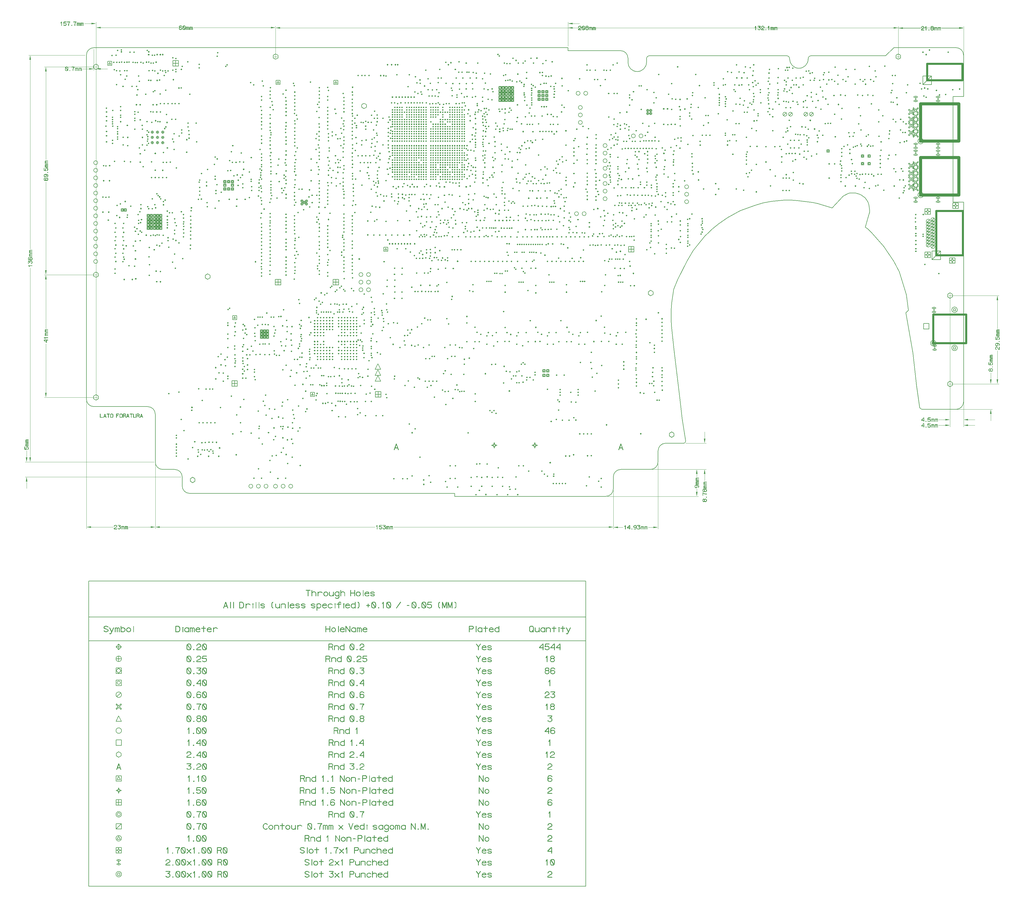
<source format=gbr>
*
G04 Job   : D:\PD-Master\Mas\Mas100n1 ACB_0001_0\Mas100n1 PPC_PORTABILE R_0.pcb*
G04 User  : SHINA:Administrator*
G04 Layer : O-Drill.gbr*
G04 Date  : Thu Feb 04 15:44:59 2021*
G04 RSM MASTER DESIGN srl*
%ICAS*%
%MOMM*%
%FSLAX24Y24*%
%OFA0.0000B0.0000*%
G90*
G74*
%ADD12C,0.03000*%
%ADD11C,0.15000*%
%ADD13C,0.15000*%
%ADD10C,0.15000*%
%ADD15C,0.70000*%
%ADD14C,1.00000*%
G01*
G36*
X-200000Y65000D02*
X-197450Y49800D01*
X-202550*
X-200000Y65000*
Y115000D02*
X-202550Y130200D01*
X-197450*
X-200000Y115000*
X-187500D02*
X-190050Y130200D01*
X-184950*
X-187500Y115000*
Y1475000D02*
X-184950Y1459800D01*
X-190050*
X-187500Y1475000*
X-135000Y331000D02*
X-137550Y346200D01*
X-132450*
X-135000Y331000*
Y741000D02*
X-137550Y756200D01*
X-132450*
X-135000Y741000*
D02*
X-132450Y725800D01*
X-137550*
X-135000Y741000*
Y1436000D02*
X-132450Y1420800D01*
X-137550*
X-135000Y1436000*
X0Y-102553D02*
X15200Y-100003D01*
Y-105103*
X0Y-102553*
X25000Y1429358D02*
X9800Y1426808D01*
Y1431908*
X25000Y1429358*
X32000D02*
X47200Y1431908D01*
Y1426808*
X32000Y1429358*
Y1566686D02*
X47200Y1569236D01*
Y1564136*
X32000Y1566686*
Y1580394D02*
X16800Y1577844D01*
Y1582944*
X32000Y1580394*
X230000Y-102644D02*
X245200Y-100094D01*
Y-105194*
X230000Y-102644*
Y-102553D02*
X214800Y-105103D01*
Y-100003*
X230000Y-102553*
X632000Y1565949D02*
X647200Y1568499D01*
Y1563399*
X632000Y1565949*
Y1566686D02*
X616800Y1564136D01*
Y1569236*
X632000Y1566686*
X1609000Y1565939D02*
X1624200Y1568489D01*
Y1563389*
X1609000Y1565939*
Y1580394D02*
X1624200Y1582944D01*
Y1577844*
X1609000Y1580394*
X1760000Y-103228D02*
X1775200Y-100678D01*
Y-105778*
X1760000Y-103228*
Y-102644D02*
X1744800Y-105194D01*
Y-100094*
X1760000Y-102644*
X1909282Y-103228D02*
X1894082Y-105778D01*
Y-100678*
X1909282Y-103228*
X2039026Y0D02*
X2036476Y15200D01*
X2041576*
X2039026Y0*
Y90000D02*
X2041576Y74800D01*
X2036476*
X2039026Y90000*
X2065362D02*
X2067912Y74800D01*
X2062812*
X2065362Y90000*
Y177841D02*
X2062812Y193041D01*
X2067912*
X2065362Y177841*
X2712000Y1565017D02*
X2727200Y1567567D01*
Y1562467*
X2712000Y1565017*
Y1565949D02*
X2696800Y1563399D01*
Y1568499*
X2712000Y1565949*
X2885000Y237657D02*
X2869800Y235107D01*
Y240207*
X2885000Y237657*
Y256611D02*
X2869800Y254061D01*
Y259161*
X2885000Y256611*
X2930000Y237657D02*
X2945200Y240207D01*
Y235107*
X2930000Y237657*
Y256611D02*
X2945200Y259161D01*
Y254061*
X2930000Y256611*
Y1565017D02*
X2914800Y1562467D01*
Y1567567*
X2930000Y1565017*
Y1565939D02*
X2914800Y1563389D01*
Y1568489*
X2930000Y1565939*
X3021061Y291000D02*
X3023611Y275800D01*
X3018511*
X3021061Y291000*
Y376000D02*
X3018511Y391200D01*
X3023611*
X3021061Y376000*
X3043222D02*
X3040672Y391200D01*
X3045772*
X3043222Y376000*
Y671000D02*
X3045772Y655800D01*
X3040672*
X3043222Y671000*
G37*
G54D10*
X-202438Y176308D02*
X-202477Y176219D01*
X-202502Y176156*
X-202769Y175140*
Y175089*
Y175063*
Y175000*
X-202477Y174035*
X-202489Y173971*
Y173920*
X-202477Y173870*
X-202438Y173832*
X-201803Y173070*
X-201753Y173019*
X-201702Y173006*
X-201511Y172930*
X-201740Y172879*
X-201803Y172841*
X-201842Y172803*
X-202477Y172015*
X-202515Y171952*
X-202540Y171876*
X-202807Y170860*
Y170771*
Y170733*
X-202515Y169755*
X-202527Y169691*
Y169641*
X-202515Y169590*
X-202477Y169552*
X-201956Y168917*
X-202565*
X-202654Y168891*
X-202731Y168840*
X-202769Y168752*
X-202781Y168650*
X-202769Y168561*
X-202731Y168472*
X-202654Y168421*
X-202565Y168396*
X-200838*
X-200826*
X-193993*
X-193904Y168421*
X-193828Y168472*
X-193790Y168561*
X-193777Y168650*
X-193790Y168752*
X-193828Y168840*
X-193904Y168891*
X-193993Y168917*
X-200787*
X-201448Y169171*
X-202032Y169856*
X-202311Y170784*
X-202057Y171673*
X-201448Y172422*
X-200787Y172676*
X-193980*
X-193879Y172701*
X-193815Y172752*
X-193777Y172841*
X-193764Y172930*
X-193777Y173019*
X-193815Y173095*
X-193891Y173158*
X-193980Y173184*
X-200749*
X-201422Y173451*
X-202007Y174124*
X-202273Y175063*
X-202019Y175952*
X-201422Y176702*
X-200749Y176956*
X-193980*
X-193891Y176981*
X-193815Y177032*
X-193777Y177121*
X-193764Y177210*
X-193777Y177299*
X-193815Y177375*
X-193891Y177438*
X-193980Y177464*
X-200813*
X-200826*
X-200838Y177451*
X-200876*
X-201702Y177134*
X-201753Y177121*
X-201778Y177108*
X-201803Y177083*
X-202438Y176308*
Y188284D02*
X-202477Y188195D01*
X-202502Y188132*
X-202769Y187116*
Y187065*
Y187040*
Y186976*
X-202477Y186011*
X-202489Y185947*
Y185897*
X-202477Y185846*
X-202438Y185808*
X-201803Y185046*
X-201753Y184995*
X-201702Y184982*
X-201511Y184906*
X-201740Y184855*
X-201803Y184817*
X-201842Y184779*
X-202477Y183992*
X-202515Y183928*
X-202540Y183852*
X-202807Y182836*
Y182747*
Y182709*
X-202515Y181731*
X-202527Y181667*
Y181617*
X-202515Y181566*
X-202477Y181528*
X-201956Y180893*
X-202565*
X-202654Y180867*
X-202731Y180817*
X-202769Y180728*
X-202781Y180626*
X-202769Y180537*
X-202731Y180448*
X-202654Y180397*
X-202565Y180372*
X-200838*
X-200826*
X-193993*
X-193904Y180397*
X-193828Y180448*
X-193790Y180537*
X-193777Y180626*
X-193790Y180728*
X-193828Y180817*
X-193904Y180867*
X-193993Y180893*
X-200787*
X-201448Y181147*
X-202032Y181833*
X-202311Y182760*
X-202057Y183649*
X-201448Y184398*
X-200787Y184652*
X-193980*
X-193879Y184677*
X-193815Y184728*
X-193777Y184817*
X-193764Y184906*
X-193777Y184995*
X-193815Y185071*
X-193891Y185135*
X-193980Y185160*
X-200749*
X-201422Y185427*
X-202007Y186100*
X-202273Y187040*
X-202019Y187929*
X-201422Y188678*
X-200749Y188932*
X-193980*
X-193891Y188957*
X-193815Y189008*
X-193777Y189097*
X-193764Y189186*
X-193777Y189275*
X-193815Y189351*
X-193891Y189414*
X-193980Y189440*
X-200813*
X-200826*
X-200838Y189427*
X-200876*
X-201702Y189110*
X-201753Y189097*
X-201778Y189084*
X-201803Y189059*
X-202438Y188284*
X-196292Y156839D02*
X-196342Y156763D01*
X-196355Y156661*
X-196317Y156572*
X-196266Y156496*
X-196177Y156433*
X-196088Y156407*
X-196000*
X-195911Y156458*
X-194755Y157601*
X-194717Y157626*
X-194704Y157690*
X-194679Y157715*
X-193739Y159976*
X-193726Y160001*
Y160052*
Y160065*
Y161792*
Y161817*
Y161843*
X-193739Y161881*
X-194704Y164116*
X-194742Y164180*
X-194780Y164205*
X-195936Y165170*
X-195949Y165183*
X-195974*
X-196000Y165208*
X-196063Y165246*
X-197828Y165462*
X-197905*
X-199492Y165259*
X-199556Y165246*
X-199568Y165234*
X-199606Y165208*
X-199619Y165196*
X-199644Y165183*
X-200762Y164230*
Y164205*
X-200800Y164192*
X-200838Y164154*
X-201549Y162706*
X-201562Y162643*
Y162554*
X-201664Y160674*
Y160636*
Y160573*
X-201435Y158350*
X-201422Y158312*
Y158287*
Y158274*
X-200978Y156953*
X-205906Y157728*
Y165208*
X-205931Y165297*
X-205982Y165373*
X-206071Y165411*
X-206160Y165424*
X-206261Y165411*
X-206350Y165373*
X-206401Y165297*
X-206426Y165208*
Y157512*
X-206401Y157398*
X-206337Y157334*
X-206274Y157271*
X-206210Y157258*
X-200648Y156382*
X-200572*
X-200508Y156407*
X-200470Y156445*
X-200419Y156496*
X-200368Y156560*
X-200343Y156610*
X-200330Y156674*
X-200356Y156725*
X-200914Y158401*
X-201130Y160611*
Y160636*
Y160649*
X-201041Y162516*
X-200368Y163900*
X-199365Y164751*
X-197866Y164929*
X-196203Y164738*
X-195174Y163862*
X-194247Y161716*
Y160128*
X-195149Y157944*
X-196292Y156839*
X-193926Y795457D02*
Y795394D01*
Y793730*
Y793679*
Y793654*
X-193761Y792473*
X-193748Y792447*
X-193723Y792384*
X-192834Y791025*
X-192796Y790974*
X-192732Y790936*
X-191628Y790352*
X-191589Y790339*
X-191526Y790326*
X-188503Y790034*
X-188465*
X-188453*
X-184706*
X-184643*
X-183855*
X-183779Y790047*
X-183715Y790085*
X-182420Y790936*
X-182357Y790961*
X-182293Y791025*
X-181429Y792384*
X-181391Y792447*
Y792460*
Y792473*
X-181226Y793654*
Y793679*
Y793730*
Y795432*
Y795457*
X-181391Y796651*
Y796676*
X-181404Y796702*
X-181429Y796765*
X-182293Y798099*
X-182331Y798137*
X-182407Y798175*
X-183474Y798759*
X-183512Y798772*
X-183550Y798797*
X-184909Y799102*
X-184960*
X-185024*
X-186382Y798810*
X-186421Y798797*
X-186459Y798772*
X-186471Y798759*
X-187525Y798175*
X-187589Y798137*
X-187640Y798099*
X-188503Y796778*
X-188529Y796689*
X-188541Y796676*
X-188707Y795457*
Y795394*
Y793717*
Y793654*
X-188541Y792473*
X-188529Y792447*
X-188503Y792384*
X-187678Y791025*
X-187614Y790949*
X-187602Y790936*
X-187576*
X-186890Y790555*
X-188440*
X-191450Y790822*
X-192428Y791330*
X-193266Y792600*
X-193406Y793743*
Y793768*
Y795394*
X-193266Y796562*
X-192440Y797718*
X-191374Y798378*
X-191310Y798442*
X-191285Y798518*
X-191297Y798620*
X-191335Y798708*
X-191399Y798785*
X-191475Y798835*
X-191551Y798848*
X-191640Y798810*
X-192758Y798162*
X-192796Y798124*
X-192847Y798048*
X-193710Y796778*
X-193736Y796740*
X-193761Y796651*
X-193926Y795457*
X-189938Y809948D02*
X-189977Y809859D01*
X-190002Y809796*
X-190269Y808780*
Y808729*
Y808703*
Y808640*
X-189977Y807675*
X-189989Y807611*
Y807560*
X-189977Y807510*
X-189938Y807471*
X-189303Y806709*
X-189253Y806659*
X-189202Y806646*
X-189011Y806570*
X-189240Y806519*
X-189303Y806481*
X-189342Y806443*
X-189977Y805655*
X-190015Y805592*
X-190040Y805516*
X-190307Y804500*
Y804411*
Y804373*
X-190015Y803395*
X-190027Y803331*
Y803280*
X-190015Y803230*
X-189977Y803192*
X-189456Y802557*
X-190065*
X-190154Y802531*
X-190231Y802480*
X-190269Y802391*
X-190281Y802290*
X-190269Y802201*
X-190231Y802112*
X-190154Y802061*
X-190065Y802036*
X-188338*
X-188326*
X-181493*
X-181404Y802061*
X-181328Y802112*
X-181290Y802201*
X-181277Y802290*
X-181290Y802391*
X-181328Y802480*
X-181404Y802531*
X-181493Y802557*
X-188287*
X-188948Y802811*
X-189532Y803496*
X-189811Y804423*
X-189557Y805312*
X-188948Y806062*
X-188287Y806316*
X-181480*
X-181379Y806341*
X-181315Y806392*
X-181277Y806481*
X-181264Y806570*
X-181277Y806659*
X-181315Y806735*
X-181391Y806798*
X-181480Y806824*
X-188249*
X-188922Y807090*
X-189507Y807764*
X-189773Y808703*
X-189519Y809592*
X-188922Y810342*
X-188249Y810596*
X-181480*
X-181391Y810621*
X-181315Y810672*
X-181277Y810761*
X-181264Y810850*
X-181277Y810939*
X-181315Y811015*
X-181391Y811078*
X-181480Y811104*
X-188313*
X-188326*
X-188338Y811091*
X-188376*
X-189202Y810773*
X-189253Y810761*
X-189278Y810748*
X-189303Y810723*
X-189938Y809948*
Y821924D02*
X-189977Y821835D01*
X-190002Y821772*
X-190269Y820756*
Y820705*
Y820679*
Y820616*
X-189977Y819651*
X-189989Y819587*
Y819536*
X-189977Y819486*
X-189938Y819448*
X-189303Y818686*
X-189253Y818635*
X-189202Y818622*
X-189011Y818546*
X-189240Y818495*
X-189303Y818457*
X-189342Y818419*
X-189977Y817631*
X-190015Y817568*
X-190040Y817492*
X-190307Y816476*
Y816387*
Y816349*
X-190015Y815371*
X-190027Y815307*
Y815257*
X-190015Y815206*
X-189977Y815168*
X-189456Y814533*
X-190065*
X-190154Y814507*
X-190231Y814456*
X-190269Y814368*
X-190281Y814266*
X-190269Y814177*
X-190231Y814088*
X-190154Y814037*
X-190065Y814012*
X-188338*
X-188326*
X-181493*
X-181404Y814037*
X-181328Y814088*
X-181290Y814177*
X-181277Y814266*
X-181290Y814368*
X-181328Y814456*
X-181404Y814507*
X-181493Y814533*
X-188287*
X-188948Y814787*
X-189532Y815472*
X-189811Y816400*
X-189557Y817289*
X-188948Y818038*
X-188287Y818292*
X-181480*
X-181379Y818317*
X-181315Y818368*
X-181277Y818457*
X-181264Y818546*
X-181277Y818635*
X-181315Y818711*
X-181391Y818774*
X-181480Y818800*
X-188249*
X-188922Y819067*
X-189507Y819740*
X-189773Y820679*
X-189519Y821568*
X-188922Y822318*
X-188249Y822572*
X-181480*
X-181391Y822597*
X-181315Y822648*
X-181277Y822737*
X-181264Y822826*
X-181277Y822915*
X-181315Y822991*
X-181391Y823054*
X-181480Y823080*
X-188313*
X-188326*
X-188338Y823067*
X-188376*
X-189202Y822750*
X-189253Y822737*
X-189278Y822724*
X-189303Y822699*
X-189938Y821924*
X-188199Y793743D02*
Y793768D01*
Y795394*
X-188021Y796549*
X-187195Y797781*
X-186255Y798302*
X-184960Y798581*
X-183652Y798289*
X-182712Y797781*
X-181874Y796524*
X-181747Y795394*
Y793743*
X-181874Y792600*
X-182725Y791317*
X-183906Y790555*
X-184617*
X-184643*
X-186230Y790771*
X-187259Y791355*
X-188021Y792600*
X-188199Y793743*
X-183690Y778465D02*
X-183741Y778376D01*
Y778300*
X-183715Y778211*
X-183652Y778134*
X-183576Y778084*
X-183474Y778058*
X-183385*
X-183309Y778109*
X-181861Y779709*
X-181823Y779773*
Y779798*
X-181264Y781614*
X-181239Y781652*
X-181226Y781703*
Y783430*
X-181239Y783519*
X-181772Y784815*
X-181785Y784853*
X-181823Y784878*
X-182496Y785843*
X-182509*
X-182547Y785881*
X-182560Y785894*
X-182585Y785920*
X-183627Y786770*
Y786783*
X-183652*
X-183690Y786809*
X-183754Y786847*
X-184909Y787101*
X-184998*
X-185024*
X-185887Y787063*
X-185938Y787050*
X-185976Y787024*
X-187335Y786605*
X-187373Y786593*
X-187437Y786567*
X-188592Y785843*
X-188605*
X-188643Y785805*
X-188668Y785767*
X-189113Y784992*
X-189138Y784942*
Y784916*
X-189151*
X-189481Y783608*
Y783507*
Y783430*
X-189684Y784154*
X-189697Y784230*
X-189735Y784281*
X-190713Y785539*
X-190726Y785564*
X-190751Y785577*
Y785589*
X-192034Y786516*
X-192097Y786542*
X-192136Y786555*
X-193583Y787075*
X-193634Y787101*
X-193685Y787088*
X-193748Y787063*
X-193799Y787024*
X-193850Y786986*
X-193888Y786948*
X-193914Y786897*
X-193926Y786847*
Y778274*
X-193901Y778185*
X-193850Y778109*
X-193761Y778071*
X-193660Y778058*
X-193571Y778071*
X-193482Y778109*
X-193431Y778185*
X-193406Y778274*
Y786466*
X-192339Y786097*
X-191094Y785208*
X-190167Y783989*
X-189481Y781690*
X-189456Y781602*
X-189392Y781538*
X-189354Y781525*
X-189265Y781487*
X-189164*
X-189049Y781525*
X-188986Y781602*
X-188961Y781652*
Y781703*
Y783507*
X-188630Y784751*
X-188224Y785450*
X-187157Y786135*
X-185836Y786529*
X-184998Y786593*
X-183906Y786339*
X-182915Y785539*
X-182255Y784599*
X-181747Y783354*
Y781729*
X-182268Y780014*
X-183690Y778465*
X-181480Y771010D02*
X-181391Y771022D01*
X-181315Y771086*
X-181277Y771149*
X-181264Y771226*
X-181277Y771315*
X-181315Y771391*
X-181391Y771442*
X-181480Y771467*
X-193672*
X-193761Y771454*
X-193825Y771416*
X-193863Y771353*
X-193875Y771264*
X-193901Y771200*
Y771149*
X-193875Y771099*
X-193825Y771048*
X-190332Y768775*
X-190243Y768736*
X-190167Y768749*
X-190091Y768787*
X-190015Y768851*
X-189964Y768927*
X-189951Y769003*
Y769041*
X-189964Y769079*
X-189989Y769105*
X-190027Y769143*
X-192885Y771010*
X-181480*
X-141426Y1061119D02*
Y1061055D01*
Y1059392*
Y1059341*
Y1059315*
X-141261Y1058134*
X-141248Y1058109*
X-141223Y1058045*
X-140334Y1056687*
X-140296Y1056636*
X-140232Y1056598*
X-139127Y1056013*
X-139089Y1056001*
X-139026Y1055988*
X-136003Y1055696*
X-135965*
X-135952*
X-132206*
X-132142*
X-131355*
X-131279Y1055709*
X-131215Y1055747*
X-129920Y1056598*
X-129856Y1056623*
X-129793Y1056687*
X-128929Y1058045*
X-128891Y1058109*
Y1058122*
Y1058134*
X-128726Y1059315*
Y1059341*
Y1059392*
Y1061093*
Y1061119*
X-128891Y1062313*
Y1062338*
X-128904Y1062363*
X-128929Y1062427*
X-129793Y1063760*
X-129831Y1063799*
X-129907Y1063837*
X-130974Y1064421*
X-131012Y1064434*
X-131050Y1064459*
X-132409Y1064764*
X-132460*
X-132523*
X-133882Y1064472*
X-133920Y1064459*
X-133959Y1064434*
X-133971Y1064421*
X-135025Y1063837*
X-135089Y1063799*
X-135140Y1063760*
X-136003Y1062440*
X-136029Y1062351*
X-136041Y1062338*
X-136206Y1061119*
Y1061055*
Y1059379*
Y1059315*
X-136041Y1058134*
X-136029Y1058109*
X-136003Y1058045*
X-135178Y1056687*
X-135114Y1056610*
X-135102Y1056598*
X-135076*
X-134390Y1056217*
X-135940*
X-138950Y1056483*
X-139928Y1056991*
X-140766Y1058261*
X-140905Y1059404*
Y1059430*
Y1061055*
X-140766Y1062224*
X-139940Y1063379*
X-138873Y1064040*
X-138810Y1064103*
X-138785Y1064180*
X-138797Y1064281*
X-138835Y1064370*
X-138899Y1064446*
X-138975Y1064497*
X-139051Y1064510*
X-139140Y1064472*
X-140258Y1063824*
X-140296Y1063786*
X-140347Y1063710*
X-141210Y1062440*
X-141236Y1062402*
X-141261Y1062313*
X-141426Y1061119*
X-140905Y1071406D02*
Y1073057D01*
X-140740Y1074200*
X-139928Y1075444*
X-138988Y1075965*
X-137642Y1076257*
X-136422*
X-135470Y1075470*
X-134606Y1074187*
X-134467Y1073057*
Y1073044*
Y1071431*
Y1071406*
X-134606Y1070263*
X-135444Y1069018*
X-136422Y1068434*
X-137692Y1068218*
X-138962Y1068434*
X-139966Y1069018*
X-140740Y1070263*
X-140905Y1071406*
X-137438Y544954D02*
X-137477Y544865D01*
X-137502Y544801*
X-137769Y543785*
Y543734*
Y543709*
Y543645*
X-137477Y542680*
X-137489Y542617*
Y542566*
X-137477Y542515*
X-137438Y542477*
X-136803Y541715*
X-136753Y541664*
X-136702Y541652*
X-136511Y541575*
X-136740Y541525*
X-136803Y541486*
X-136842Y541448*
X-137477Y540661*
X-137515Y540597*
X-137540Y540521*
X-137807Y539505*
Y539416*
Y539378*
X-137515Y538400*
X-137527Y538337*
Y538286*
X-137515Y538235*
X-137477Y538197*
X-136956Y537562*
X-137565*
X-137654Y537537*
X-137731Y537486*
X-137769Y537397*
X-137781Y537295*
X-137769Y537207*
X-137731Y537118*
X-137654Y537067*
X-137565Y537041*
X-135838*
X-135826*
X-128993*
X-128904Y537067*
X-128828Y537118*
X-128790Y537207*
X-128777Y537295*
X-128790Y537397*
X-128828Y537486*
X-128904Y537537*
X-128993Y537562*
X-135787*
X-136448Y537816*
X-137032Y538502*
X-137311Y539429*
X-137057Y540318*
X-136448Y541067*
X-135787Y541321*
X-128980*
X-128879Y541347*
X-128815Y541398*
X-128777Y541486*
X-128764Y541575*
X-128777Y541664*
X-128815Y541740*
X-128891Y541804*
X-128980Y541829*
X-135749*
X-136422Y542096*
X-137007Y542769*
X-137273Y543709*
X-137019Y544598*
X-136422Y545347*
X-135749Y545601*
X-128980*
X-128891Y545627*
X-128815Y545677*
X-128777Y545766*
X-128764Y545855*
X-128777Y545944*
X-128815Y546020*
X-128891Y546084*
X-128980Y546109*
X-135813*
X-135826*
X-135838Y546097*
X-135876*
X-136702Y545779*
X-136753Y545766*
X-136778Y545754*
X-136803Y545728*
X-137438Y544954*
Y556930D02*
X-137477Y556841D01*
X-137502Y556777*
X-137769Y555761*
Y555710*
Y555685*
Y555622*
X-137477Y554656*
X-137489Y554593*
Y554542*
X-137477Y554491*
X-137438Y554453*
X-136803Y553691*
X-136753Y553640*
X-136702Y553628*
X-136511Y553551*
X-136740Y553501*
X-136803Y553463*
X-136842Y553424*
X-137477Y552637*
X-137515Y552574*
X-137540Y552497*
X-137807Y551481*
Y551392*
Y551354*
X-137515Y550376*
X-137527Y550313*
Y550262*
X-137515Y550211*
X-137477Y550173*
X-136956Y549538*
X-137565*
X-137654Y549513*
X-137731Y549462*
X-137769Y549373*
X-137781Y549272*
X-137769Y549183*
X-137731Y549094*
X-137654Y549043*
X-137565Y549018*
X-135838*
X-135826*
X-128993*
X-128904Y549043*
X-128828Y549094*
X-128790Y549183*
X-128777Y549272*
X-128790Y549373*
X-128828Y549462*
X-128904Y549513*
X-128993Y549538*
X-135787*
X-136448Y549792*
X-137032Y550478*
X-137311Y551405*
X-137057Y552294*
X-136448Y553043*
X-135787Y553297*
X-128980*
X-128879Y553323*
X-128815Y553374*
X-128777Y553463*
X-128764Y553551*
X-128777Y553640*
X-128815Y553717*
X-128891Y553780*
X-128980Y553805*
X-135749*
X-136422Y554072*
X-137007Y554745*
X-137273Y555685*
X-137019Y556574*
X-136422Y557323*
X-135749Y557577*
X-128980*
X-128891Y557603*
X-128815Y557654*
X-128777Y557742*
X-128764Y557831*
X-128777Y557920*
X-128815Y557996*
X-128891Y558060*
X-128980Y558085*
X-135813*
X-135826*
X-135838Y558073*
X-135876*
X-136702Y557755*
X-136753Y557742*
X-136778Y557730*
X-136803Y557704*
X-137438Y556930*
Y1108693D02*
X-137476Y1108604D01*
X-137502Y1108541*
X-137769Y1107525*
Y1107474*
Y1107448*
Y1107385*
X-137476Y1106420*
X-137489Y1106356*
Y1106305*
X-137476Y1106255*
X-137438Y1106217*
X-136803Y1105455*
X-136753Y1105404*
X-136702Y1105391*
X-136511Y1105315*
X-136740Y1105264*
X-136803Y1105226*
X-136841Y1105188*
X-137476Y1104400*
X-137515Y1104337*
X-137540Y1104261*
X-137807Y1103245*
Y1103156*
Y1103118*
X-137515Y1102140*
X-137527Y1102076*
Y1102026*
X-137515Y1101975*
X-137476Y1101937*
X-136956Y1101302*
X-137565*
X-137654Y1101276*
X-137730Y1101225*
X-137769Y1101137*
X-137781Y1101035*
X-137769Y1100946*
X-137730Y1100857*
X-137654Y1100806*
X-137565Y1100781*
X-135838*
X-135825*
X-128993*
X-128904Y1100806*
X-128828Y1100857*
X-128790Y1100946*
X-128777Y1101035*
X-128790Y1101137*
X-128828Y1101225*
X-128904Y1101276*
X-128993Y1101302*
X-135787*
X-136448Y1101556*
X-137032Y1102241*
X-137311Y1103169*
X-137057Y1104058*
X-136448Y1104807*
X-135787Y1105061*
X-128980*
X-128879Y1105086*
X-128815Y1105137*
X-128777Y1105226*
X-128764Y1105315*
X-128777Y1105404*
X-128815Y1105480*
X-128891Y1105543*
X-128980Y1105569*
X-135749*
X-136422Y1105836*
X-137007Y1106509*
X-137273Y1107448*
X-137019Y1108337*
X-136422Y1109087*
X-135749Y1109341*
X-128980*
X-128891Y1109366*
X-128815Y1109417*
X-128777Y1109506*
X-128764Y1109595*
X-128777Y1109684*
X-128815Y1109760*
X-128891Y1109823*
X-128980Y1109849*
X-135813*
X-135825*
X-135838Y1109836*
X-135876*
X-136702Y1109519*
X-136753Y1109506*
X-136778Y1109493*
X-136803Y1109468*
X-137438Y1108693*
Y1120669D02*
X-137476Y1120580D01*
X-137502Y1120517*
X-137769Y1119501*
Y1119450*
Y1119425*
Y1119361*
X-137476Y1118396*
X-137489Y1118332*
Y1118282*
X-137476Y1118231*
X-137438Y1118193*
X-136803Y1117431*
X-136753Y1117380*
X-136702Y1117367*
X-136511Y1117291*
X-136740Y1117240*
X-136803Y1117202*
X-136841Y1117164*
X-137476Y1116377*
X-137515Y1116313*
X-137540Y1116237*
X-137807Y1115221*
Y1115132*
Y1115094*
X-137515Y1114116*
X-137527Y1114052*
Y1114002*
X-137515Y1113951*
X-137476Y1113913*
X-136956Y1113278*
X-137565*
X-137654Y1113252*
X-137730Y1113202*
X-137769Y1113113*
X-137781Y1113011*
X-137769Y1112922*
X-137730Y1112833*
X-137654Y1112782*
X-137565Y1112757*
X-135838*
X-135825*
X-128993*
X-128904Y1112782*
X-128828Y1112833*
X-128790Y1112922*
X-128777Y1113011*
X-128790Y1113113*
X-128828Y1113202*
X-128904Y1113252*
X-128993Y1113278*
X-135787*
X-136448Y1113532*
X-137032Y1114218*
X-137311Y1115145*
X-137057Y1116034*
X-136448Y1116783*
X-135787Y1117037*
X-128980*
X-128879Y1117062*
X-128815Y1117113*
X-128777Y1117202*
X-128764Y1117291*
X-128777Y1117380*
X-128815Y1117456*
X-128891Y1117520*
X-128980Y1117545*
X-135749*
X-136422Y1117812*
X-137007Y1118485*
X-137273Y1119425*
X-137019Y1120314*
X-136422Y1121063*
X-135749Y1121317*
X-128980*
X-128891Y1121342*
X-128815Y1121393*
X-128777Y1121482*
X-128764Y1121571*
X-128777Y1121660*
X-128815Y1121736*
X-128891Y1121799*
X-128980Y1121825*
X-135813*
X-135825*
X-135838Y1121812*
X-135876*
X-136702Y1121495*
X-136753Y1121482*
X-136778Y1121469*
X-136803Y1121444*
X-137438Y1120669*
X-135698Y1059404D02*
Y1059430D01*
Y1061055*
X-135521Y1062211*
X-134695Y1063443*
X-133755Y1063964*
X-132460Y1064243*
X-131152Y1063951*
X-130212Y1063443*
X-129374Y1062186*
X-129247Y1061055*
Y1059404*
X-129374Y1058261*
X-130225Y1056979*
X-131406Y1056217*
X-132117*
X-132142*
X-133730Y1056433*
X-134759Y1057017*
X-135521Y1058261*
X-135698Y1059404*
X-134098Y1074314D02*
Y1074327D01*
X-134111Y1074365*
X-134136Y1074428*
X-135025Y1075762*
X-135051Y1075813*
X-135102Y1075825*
X-135622Y1076257*
X-134251*
X-130834Y1075737*
X-130225Y1075178*
X-130212Y1075152*
X-129425Y1074289*
X-129247Y1073285*
Y1071419*
X-129425Y1070110*
X-130225Y1068967*
X-130263Y1068879*
X-130250Y1068790*
X-130212Y1068713*
X-130149Y1068663*
X-130060Y1068612*
X-129958Y1068599*
X-129869Y1068625*
X-129806Y1068688*
X-128980Y1069907*
X-128955Y1069958*
X-128942Y1070022*
X-128726Y1071330*
Y1071342*
Y1071419*
Y1073336*
Y1073400*
X-128942Y1074428*
X-128980Y1074543*
X-128993Y1074555*
X-129831Y1075495*
X-129856Y1075521*
X-130555Y1076168*
X-130593Y1076194*
X-130618Y1076206*
X-130631Y1076219*
X-130682Y1076245*
X-134149Y1076765*
X-134174*
X-134238*
X-136270*
X-136333*
X-137629*
X-137743*
X-139102Y1076473*
X-139178Y1076422*
X-140245Y1075838*
X-140309Y1075800*
X-140359Y1075762*
X-141210Y1074441*
X-141223Y1074416*
Y1074365*
X-141236*
X-141248Y1074327*
X-141426Y1073120*
Y1073095*
Y1073057*
Y1071380*
Y1071342*
Y1071317*
X-141248Y1070136*
X-141236Y1070110*
X-141223*
X-141210Y1070047*
X-140372Y1068688*
Y1068650*
X-140334Y1068625*
X-140309Y1068599*
X-139191Y1067964*
X-139178Y1067939*
X-139102*
X-137743Y1067685*
X-137705*
X-137680Y1067672*
X-137642Y1067685*
X-136283Y1067939*
X-136206*
X-136194*
Y1067964*
X-135114Y1068599*
X-135051Y1068650*
X-135025Y1068688*
X-134136Y1070047*
X-134111Y1070085*
X-134098Y1070123*
Y1070136*
X-133959Y1071317*
Y1071342*
Y1071380*
Y1073095*
Y1073120*
X-134098Y1074314*
X-133654Y514956D02*
X-140893Y521649D01*
Y522144*
X-133349*
Y514956*
X-133654*
X-133095Y514435D02*
X-132993Y514448D01*
X-132917Y514524*
X-132854Y514588*
X-132828Y514689*
Y522144*
X-128980*
X-128891Y522170*
X-128815Y522221*
X-128777Y522309*
X-128764Y522398*
X-128777Y522487*
X-128815Y522563*
X-128891Y522627*
X-128980Y522652*
X-132828*
Y523249*
X-132854Y523351*
X-132905Y523414*
X-132993Y523452*
X-133082Y523465*
X-133184Y523452*
X-133273Y523414*
X-133324Y523351*
X-133349Y523249*
Y522652*
X-141172*
X-141274Y522627*
X-141337Y522563*
X-141401Y522500*
X-141426Y522398*
Y521547*
X-141414Y521497*
X-141388Y521433*
X-141375Y521382*
X-141337Y521344*
X-133959Y514499*
X-133908Y514461*
X-133857Y514448*
X-133768Y514435*
X-133095*
X-131292Y1089224D02*
X-131342Y1089148D01*
X-131355Y1089046*
X-131317Y1088957*
X-131266Y1088881*
X-131177Y1088818*
X-131088Y1088792*
X-130999*
X-130911Y1088843*
X-129755Y1089986*
X-129717Y1090011*
X-129704Y1090075*
X-129679Y1090100*
X-128739Y1092361*
X-128726Y1092386*
Y1092437*
Y1092450*
Y1094177*
Y1094202*
Y1094228*
X-128739Y1094266*
X-129704Y1096501*
X-129742Y1096565*
X-129780Y1096590*
X-130936Y1097555*
X-130949Y1097568*
X-130974*
X-130999Y1097593*
X-131063Y1097631*
X-132828Y1097847*
X-132904*
X-134492Y1097644*
X-134555Y1097631*
X-134568Y1097619*
X-134606Y1097593*
X-134619Y1097581*
X-134644Y1097568*
X-135762Y1096615*
Y1096590*
X-135800Y1096577*
X-135838Y1096539*
X-136549Y1095091*
X-136562Y1095028*
Y1094939*
X-136664Y1093059*
Y1093021*
Y1092958*
X-136435Y1090735*
X-136422Y1090697*
Y1090672*
Y1090659*
X-135978Y1089338*
X-140905Y1090113*
Y1097593*
X-140931Y1097682*
X-140982Y1097758*
X-141071Y1097796*
X-141159Y1097809*
X-141261Y1097796*
X-141350Y1097758*
X-141401Y1097682*
X-141426Y1097593*
Y1089897*
X-141401Y1089783*
X-141337Y1089719*
X-141274Y1089656*
X-141210Y1089643*
X-135648Y1088767*
X-135571*
X-135508Y1088792*
X-135470Y1088830*
X-135419Y1088881*
X-135368Y1088945*
X-135343Y1088995*
X-135330Y1089059*
X-135356Y1089110*
X-135914Y1090786*
X-136130Y1092996*
Y1093021*
Y1093034*
X-136041Y1094901*
X-135368Y1096285*
X-134365Y1097136*
X-132866Y1097314*
X-131203Y1097123*
X-130174Y1096247*
X-129247Y1094101*
Y1092513*
X-130149Y1090329*
X-131292Y1089224*
X-129501Y1082429D02*
X-129729Y1082645D01*
Y1082798*
X-129501Y1083014*
X-129361*
X-129145Y1082798*
Y1082645*
X-129361Y1082429*
X-129501*
X-128980Y530018D02*
X-128891Y530031D01*
X-128815Y530095*
X-128777Y530158*
X-128764Y530234*
X-128777Y530323*
X-128815Y530399*
X-128891Y530450*
X-128980Y530476*
X-141172*
X-141261Y530463*
X-141325Y530425*
X-141363Y530361*
X-141375Y530272*
X-141401Y530209*
Y530158*
X-141375Y530107*
X-141325Y530056*
X-137832Y527783*
X-137743Y527745*
X-137667Y527758*
X-137591Y527796*
X-137515Y527859*
X-137464Y527936*
X-137451Y528012*
Y528050*
X-137464Y528088*
X-137489Y528113*
X-137527Y528151*
X-140385Y530018*
X-128980*
X-128802Y1082417D02*
X-128777Y1082468D01*
X-128764Y1082506*
X-128739Y1082531*
Y1082556*
Y1082887*
Y1082899*
X-128764Y1082925*
X-128777Y1082963*
X-128802Y1083026*
X-129133Y1083357*
X-129183Y1083382*
X-129221Y1083395*
X-129272Y1083407*
X-129602*
X-129641Y1083395*
X-129679Y1083382*
X-129742Y1083357*
X-130072Y1083026*
X-130098Y1082963*
X-130110Y1082925*
Y1082887*
Y1082556*
Y1082506*
X-130098Y1082468*
X-130072Y1082417*
X-129742Y1082087*
X-129704Y1082061*
X-129641Y1082048*
X-129602*
X-129272*
X-129221*
X-129171Y1082061*
X-129133Y1082087*
X-128802Y1082417*
X-83131Y1574095D02*
X-83118Y1574006D01*
X-83054Y1573930*
X-82978Y1573892*
X-82915Y1573879*
X-82826Y1573892*
X-82750Y1573930*
X-82686Y1574006*
X-82673Y1574095*
Y1586287*
X-82686Y1586376*
X-82724Y1586439*
X-82788Y1586477*
X-82877Y1586490*
X-82940Y1586515*
X-82991*
X-83042Y1586490*
X-83093Y1586439*
X-85366Y1582947*
X-85391Y1582858*
Y1582782*
X-85353Y1582705*
X-85290Y1582629*
X-85213Y1582578*
X-85137Y1582566*
X-85099*
X-85061Y1582578*
X-84998Y1582642*
X-83131Y1585499*
Y1574095*
X-75663Y1576406D02*
X-75739Y1576457D01*
X-75841Y1576470*
X-75930Y1576432*
X-76006Y1576381*
X-76069Y1576292*
X-76095Y1576203*
Y1576114*
X-76044Y1576025*
X-74901Y1574869*
X-74863Y1574831*
X-74812Y1574819*
X-74787Y1574793*
X-72526Y1573853*
X-72501Y1573841*
X-72450*
X-72437*
X-70710*
X-70685*
X-70659*
X-70621Y1573853*
X-68386Y1574819*
X-68322Y1574857*
X-68297Y1574882*
X-67332Y1576051*
X-67319Y1576063*
Y1576089*
X-67294Y1576114*
X-67256Y1576178*
X-67040Y1577943*
Y1578006*
X-67243Y1579607*
X-67256Y1579670*
X-67268Y1579683*
X-67294Y1579721*
X-67306Y1579734*
X-67319Y1579759*
X-68272Y1580877*
X-68297*
X-68310Y1580915*
X-68348Y1580953*
X-69796Y1581664*
X-69859Y1581677*
X-69948*
X-71828Y1581778*
X-71866*
X-71929*
X-74152Y1581550*
X-74177Y1581537*
X-74215*
X-74228*
X-75549Y1581092*
X-74774Y1586020*
X-67294*
X-67205Y1586045*
X-67129Y1586096*
X-67091Y1586185*
X-67078Y1586274*
X-67091Y1586376*
X-67129Y1586465*
X-67205Y1586515*
X-67294Y1586541*
X-74990*
X-75104Y1586515*
X-75168Y1586452*
X-75231Y1586388*
X-75244Y1586325*
X-76120Y1580762*
Y1580686*
X-76095Y1580623*
X-76057Y1580584*
X-76006Y1580534*
X-75942Y1580483*
X-75879Y1580457*
X-75828Y1580445*
X-75777Y1580470*
X-74101Y1581029*
X-71891Y1581245*
X-71866*
X-71853*
X-69986Y1581156*
X-68602Y1580483*
X-67751Y1579480*
X-67573Y1577981*
X-67764Y1576317*
X-68640Y1575289*
X-70786Y1574361*
X-72374*
X-74558Y1575263*
X-75663Y1576406*
X-70020Y1428291D02*
Y1428316D01*
Y1430006*
X-69741Y1433015*
X-69385Y1433689*
X-62972Y1424176*
X-64039Y1423452*
X-65169Y1423325*
X-65194*
X-66807*
X-66820*
X-67963Y1423452*
X-69220Y1424291*
X-69804Y1425268*
X-70020Y1428291*
X-69817Y1425332D02*
X-69881Y1425395D01*
X-69982Y1425421*
X-70071Y1425408*
X-70160Y1425357*
X-70223Y1425294*
X-70287Y1425230*
X-70300Y1425141*
X-70287Y1425103*
X-70274Y1425053*
X-69639Y1423960*
X-69627Y1423935*
X-69614*
X-69550Y1423871*
X-68191Y1423008*
X-68141Y1422970*
X-68090*
X-66921Y1422805*
X-66896*
X-66845*
X-65169*
X-65143*
X-65118*
X-63924Y1422970*
X-63873*
X-63810Y1423008*
X-62476Y1423871*
X-62438Y1423910*
X-62400Y1423986*
X-61816Y1425053*
X-61803Y1425091*
X-61778Y1425141*
X-61473Y1428228*
Y1428253*
Y1428278*
Y1429993*
Y1430031*
Y1430044*
Y1430082*
X-61727Y1433104*
X-61740Y1433155*
X-61765Y1433219*
X-62413Y1434324*
X-62451Y1434362*
X-62527Y1434412*
X-63797Y1435289*
X-63835Y1435314*
X-63924Y1435340*
X-65118Y1435505*
X-65131*
X-66845*
X-66896*
X-66909*
X-68090Y1435340*
X-68115*
X-68128Y1435327*
X-68179Y1435301*
X-69538Y1434412*
X-69588Y1434374*
X-69639Y1434311*
X-70211Y1433206*
X-70236Y1433168*
X-70249Y1433104*
X-70541Y1430082*
Y1430031*
Y1428278*
Y1428266*
Y1428228*
X-70287Y1425167*
X-70262Y1425065*
X-70211Y1425002*
X-70122Y1424976*
X-70033Y1424964*
X-69931Y1424976*
X-69855Y1425027*
X-69804Y1425103*
X-69779Y1425205*
X-69804Y1425268*
X-69817Y1425332*
X-66820Y1434984D02*
X-66807D01*
X-65194*
X-65169*
X-64013Y1434844*
X-62857Y1434019*
X-62235Y1432990*
X-61981Y1430006*
Y1428329*
X-62286Y1425243*
X-62654Y1424583*
X-69080Y1434095*
X-67963Y1434844*
X-66820Y1434984*
X-59826Y1574095D02*
X-59801Y1574006D01*
X-59750Y1573930*
X-59661Y1573892*
X-59572Y1573879*
X-59483Y1573892*
X-59394Y1573930*
X-59344Y1574006*
X-59318Y1574095*
Y1577511*
X-58734Y1579734*
Y1579797*
X-58251Y1581092*
X-58226Y1581118*
X-58213Y1581156*
X-57400Y1582972*
X-56321Y1584344*
X-55127Y1585195*
X-55102Y1585233*
X-55076Y1585258*
X-55051Y1585322*
Y1585360*
X-55038Y1585372*
Y1585385*
Y1585410*
Y1586287*
X-55051Y1586376*
X-55102Y1586452*
X-55178Y1586515*
X-55292Y1586541*
X-63852*
X-63954Y1586515*
X-64017Y1586465*
X-64055Y1586376*
X-64068Y1586274*
X-64055Y1586185*
X-64017Y1586096*
X-63954Y1586045*
X-63852Y1586020*
X-55546*
Y1585550*
X-56651Y1584750*
X-56677Y1584725*
X-56689Y1584712*
X-56727Y1584674*
X-57807Y1583264*
X-57845Y1583226*
Y1583201*
X-58696Y1581359*
Y1581283*
X-59229Y1579975*
X-59255Y1579911*
X-59267Y1579886*
X-59826Y1577651*
X-59839Y1577600*
X-59826Y1577549*
Y1574095*
X-55822Y1422881D02*
X-55771Y1422855D01*
X-55733Y1422843*
X-55707Y1422817*
X-55682*
X-55352*
X-55339*
X-55314Y1422843*
X-55276Y1422855*
X-55212Y1422881*
X-54882Y1423211*
X-54856Y1423262*
X-54844Y1423300*
X-54831Y1423351*
Y1423681*
X-54844Y1423719*
X-54856Y1423757*
X-54882Y1423821*
X-55212Y1424151*
X-55276Y1424176*
X-55314Y1424189*
X-55352*
X-55682*
X-55733*
X-55771Y1424176*
X-55822Y1424151*
X-56152Y1423821*
X-56177Y1423783*
X-56190Y1423719*
Y1423681*
Y1423351*
Y1423300*
X-56177Y1423249*
X-56152Y1423211*
X-55822Y1422881*
X-55809Y1423579D02*
X-55593Y1423808D01*
X-55441*
X-55225Y1423579*
Y1423440*
X-55441Y1423224*
X-55593*
X-55809Y1423440*
Y1423579*
X-49387Y1573917D02*
X-49336Y1573892D01*
X-49298Y1573879*
X-49272Y1573853*
X-49247*
X-48917*
X-48904*
X-48879Y1573879*
X-48841Y1573892*
X-48777Y1573917*
X-48447Y1574247*
X-48422Y1574298*
X-48409Y1574336*
X-48396Y1574387*
Y1574717*
X-48409Y1574755*
X-48422Y1574793*
X-48447Y1574857*
X-48777Y1575187*
X-48841Y1575212*
X-48879Y1575225*
X-48917*
X-49247*
X-49298*
X-49336Y1575212*
X-49387Y1575187*
X-49717Y1574857*
X-49742Y1574819*
X-49755Y1574755*
Y1574717*
Y1574387*
Y1574336*
X-49742Y1574285*
X-49717Y1574247*
X-49387Y1573917*
X-49374Y1574615D02*
X-49158Y1574844D01*
X-49006*
X-48790Y1574615*
Y1574476*
X-49006Y1574260*
X-49158*
X-49374Y1574476*
Y1574615*
X-45179Y1423059D02*
X-45154Y1422970D01*
X-45103Y1422894*
X-45014Y1422855*
X-44925Y1422843*
X-44836Y1422855*
X-44747Y1422894*
X-44696Y1422970*
X-44671Y1423059*
Y1426475*
X-44087Y1428697*
Y1428761*
X-43604Y1430056*
X-43579Y1430082*
X-43566Y1430120*
X-42753Y1431936*
X-41674Y1433308*
X-40480Y1434158*
X-40455Y1434197*
X-40429Y1434222*
X-40404Y1434285*
Y1434324*
X-40391Y1434336*
Y1434349*
Y1434374*
Y1435251*
X-40404Y1435340*
X-40455Y1435416*
X-40531Y1435479*
X-40645Y1435505*
X-49205*
X-49307Y1435479*
X-49370Y1435428*
X-49408Y1435340*
X-49421Y1435238*
X-49408Y1435149*
X-49370Y1435060*
X-49307Y1435009*
X-49205Y1434984*
X-40899*
Y1434514*
X-42004Y1433714*
X-42029Y1433689*
X-42042Y1433676*
X-42080Y1433638*
X-43160Y1432228*
X-43198Y1432190*
Y1432165*
X-44049Y1430323*
Y1430247*
X-44582Y1428939*
X-44608Y1428875*
X-44620Y1428850*
X-45179Y1426615*
X-45192Y1426564*
X-45179Y1426513*
Y1423059*
X-38744Y1574095D02*
X-38719Y1574006D01*
X-38668Y1573930*
X-38579Y1573892*
X-38490Y1573879*
X-38401Y1573892*
X-38312Y1573930*
X-38262Y1574006*
X-38236Y1574095*
Y1577511*
X-37652Y1579734*
Y1579797*
X-37169Y1581092*
X-37144Y1581118*
X-37131Y1581156*
X-36318Y1582972*
X-35239Y1584344*
X-34045Y1585195*
X-34020Y1585233*
X-33994Y1585258*
X-33969Y1585322*
Y1585360*
X-33956Y1585372*
Y1585385*
Y1585410*
Y1586287*
X-33969Y1586376*
X-34020Y1586452*
X-34096Y1586515*
X-34210Y1586541*
X-42770*
X-42872Y1586515*
X-42935Y1586465*
X-42973Y1586376*
X-42986Y1586274*
X-42973Y1586185*
X-42935Y1586096*
X-42872Y1586045*
X-42770Y1586020*
X-34464*
Y1585550*
X-35569Y1584750*
X-35595Y1584725*
X-35607Y1584712*
X-35645Y1584674*
X-36725Y1583264*
X-36763Y1583226*
Y1583201*
X-37614Y1581359*
Y1581283*
X-38147Y1579975*
X-38173Y1579911*
X-38185Y1579886*
X-38744Y1577651*
X-38757Y1577600*
X-38744Y1577549*
Y1574095*
X-29545Y1431517D02*
X-29634Y1431555D01*
X-29698Y1431580*
X-30714Y1431847*
X-30765*
X-30790*
X-30853*
X-31819Y1431555*
X-31882Y1431568*
X-31933*
X-31971Y1431555*
X-32022Y1431517*
X-32784Y1430882*
X-32835Y1430831*
X-32847Y1430780*
X-32924Y1430590*
X-32974Y1430818*
X-33012Y1430882*
X-33051Y1430920*
X-33825Y1431555*
X-33889Y1431593*
X-33978Y1431606*
X-34994Y1431885*
X-35083*
X-35121*
X-36099Y1431593*
X-36162Y1431606*
X-36213*
X-36264Y1431593*
X-36302Y1431555*
X-36937Y1431034*
Y1431644*
X-36962Y1431733*
X-37013Y1431809*
X-37102Y1431847*
X-37203Y1431860*
X-37292Y1431847*
X-37381Y1431809*
X-37432Y1431733*
X-37457Y1431644*
Y1429917*
Y1429904*
Y1423071*
X-37432Y1422982*
X-37381Y1422906*
X-37292Y1422868*
X-37203Y1422855*
X-37102Y1422868*
X-37013Y1422906*
X-36962Y1422982*
X-36937Y1423071*
Y1429866*
X-36683Y1430526*
X-35997Y1431110*
X-35070Y1431390*
X-34181Y1431136*
X-33432Y1430526*
X-33178Y1429866*
Y1423059*
X-33152Y1422957*
X-33101Y1422894*
X-33012Y1422855*
X-32924Y1422843*
X-32835Y1422855*
X-32746Y1422894*
X-32695Y1422970*
X-32670Y1423059*
Y1429828*
X-32403Y1430501*
X-31730Y1431085*
X-30777Y1431352*
X-29901Y1431098*
X-29152Y1430501*
X-28898Y1429828*
Y1423059*
X-28872Y1422970*
X-28821Y1422894*
X-28733Y1422855*
X-28644Y1422843*
X-28555Y1422855*
X-28466Y1422894*
X-28415Y1422970*
X-28390Y1423059*
Y1429891*
Y1429904*
X-28402Y1429917*
Y1429955*
X-28720Y1430780*
X-28733Y1430831*
X-28745Y1430856*
X-28771Y1430882*
X-29545Y1431517*
X-23110Y1582553D02*
X-23199Y1582591D01*
X-23263Y1582616*
X-24279Y1582883*
X-24330*
X-24355*
X-24419*
X-25384Y1582591*
X-25447Y1582604*
X-25498*
X-25536Y1582591*
X-25587Y1582553*
X-26349Y1581918*
X-26400Y1581867*
X-26412Y1581816*
X-26489Y1581626*
X-26539Y1581854*
X-26578Y1581918*
X-26616Y1581956*
X-27390Y1582591*
X-27454Y1582629*
X-27543Y1582642*
X-28559Y1582921*
X-28648*
X-28686*
X-29664Y1582629*
X-29727Y1582642*
X-29778*
X-29829Y1582629*
X-29867Y1582591*
X-30502Y1582070*
Y1582680*
X-30527Y1582769*
X-30578Y1582845*
X-30667Y1582883*
X-30769Y1582896*
X-30857Y1582883*
X-30946Y1582845*
X-30997Y1582769*
X-31023Y1582680*
Y1580953*
Y1580940*
Y1574107*
X-30997Y1574019*
X-30946Y1573942*
X-30857Y1573904*
X-30769Y1573892*
X-30667Y1573904*
X-30578Y1573942*
X-30527Y1574019*
X-30502Y1574107*
Y1580902*
X-30248Y1581562*
X-29562Y1582147*
X-28635Y1582426*
X-27746Y1582172*
X-26997Y1581562*
X-26743Y1580902*
Y1574095*
X-26717Y1573993*
X-26666Y1573930*
X-26578Y1573892*
X-26489Y1573879*
X-26400Y1573892*
X-26311Y1573930*
X-26260Y1574006*
X-26235Y1574095*
Y1580864*
X-25968Y1581537*
X-25295Y1582121*
X-24342Y1582388*
X-23466Y1582134*
X-22717Y1581537*
X-22463Y1580864*
Y1574095*
X-22437Y1574006*
X-22387Y1573930*
X-22298Y1573892*
X-22209Y1573879*
X-22120Y1573892*
X-22031Y1573930*
X-21980Y1574006*
X-21955Y1574095*
Y1580927*
Y1580940*
X-21967Y1580953*
Y1580991*
X-22285Y1581816*
X-22298Y1581867*
X-22310Y1581893*
X-22336Y1581918*
X-23110Y1582553*
X-17569Y1431517D02*
X-17658Y1431555D01*
X-17722Y1431580*
X-18738Y1431847*
X-18788*
X-18814*
X-18877*
X-19843Y1431555*
X-19906Y1431568*
X-19957*
X-19995Y1431555*
X-20046Y1431517*
X-20808Y1430882*
X-20859Y1430831*
X-20871Y1430780*
X-20947Y1430590*
X-20998Y1430818*
X-21036Y1430882*
X-21074Y1430920*
X-21849Y1431555*
X-21913Y1431593*
X-22002Y1431606*
X-23018Y1431885*
X-23106*
X-23145*
X-24122Y1431593*
X-24186Y1431606*
X-24237*
X-24288Y1431593*
X-24326Y1431555*
X-24961Y1431034*
Y1431644*
X-24986Y1431733*
X-25037Y1431809*
X-25126Y1431847*
X-25227Y1431860*
X-25316Y1431847*
X-25405Y1431809*
X-25456Y1431733*
X-25481Y1431644*
Y1429917*
Y1429904*
Y1423071*
X-25456Y1422982*
X-25405Y1422906*
X-25316Y1422868*
X-25227Y1422855*
X-25126Y1422868*
X-25037Y1422906*
X-24986Y1422982*
X-24961Y1423071*
Y1429866*
X-24707Y1430526*
X-24021Y1431110*
X-23094Y1431390*
X-22205Y1431136*
X-21455Y1430526*
X-21201Y1429866*
Y1423059*
X-21176Y1422957*
X-21125Y1422894*
X-21036Y1422855*
X-20947Y1422843*
X-20859Y1422855*
X-20770Y1422894*
X-20719Y1422970*
X-20693Y1423059*
Y1429828*
X-20427Y1430501*
X-19754Y1431085*
X-18801Y1431352*
X-17925Y1431098*
X-17176Y1430501*
X-16922Y1429828*
Y1423059*
X-16896Y1422970*
X-16845Y1422894*
X-16756Y1422855*
X-16668Y1422843*
X-16579Y1422855*
X-16490Y1422894*
X-16439Y1422970*
X-16414Y1423059*
Y1429891*
Y1429904*
X-16426Y1429917*
Y1429955*
X-16744Y1430780*
X-16756Y1430831*
X-16769Y1430856*
X-16795Y1430882*
X-17569Y1431517*
X-11134Y1582553D02*
X-11223Y1582591D01*
X-11287Y1582616*
X-12303Y1582883*
X-12354*
X-12379*
X-12442*
X-13408Y1582591*
X-13471Y1582604*
X-13522*
X-13560Y1582591*
X-13611Y1582553*
X-14373Y1581918*
X-14424Y1581867*
X-14436Y1581816*
X-14513Y1581626*
X-14563Y1581854*
X-14601Y1581918*
X-14640Y1581956*
X-15414Y1582591*
X-15478Y1582629*
X-15567Y1582642*
X-16583Y1582921*
X-16672*
X-16710*
X-17688Y1582629*
X-17751Y1582642*
X-17802*
X-17853Y1582629*
X-17891Y1582591*
X-18526Y1582070*
Y1582680*
X-18551Y1582769*
X-18602Y1582845*
X-18691Y1582883*
X-18792Y1582896*
X-18881Y1582883*
X-18970Y1582845*
X-19021Y1582769*
X-19046Y1582680*
Y1580953*
Y1580940*
Y1574107*
X-19021Y1574019*
X-18970Y1573942*
X-18881Y1573904*
X-18792Y1573892*
X-18691Y1573904*
X-18602Y1573942*
X-18551Y1574019*
X-18526Y1574107*
Y1580902*
X-18272Y1581562*
X-17586Y1582147*
X-16659Y1582426*
X-15770Y1582172*
X-15021Y1581562*
X-14767Y1580902*
Y1574095*
X-14741Y1573993*
X-14690Y1573930*
X-14601Y1573892*
X-14513Y1573879*
X-14424Y1573892*
X-14335Y1573930*
X-14284Y1574006*
X-14259Y1574095*
Y1580864*
X-13992Y1581537*
X-13319Y1582121*
X-12366Y1582388*
X-11490Y1582134*
X-10741Y1581537*
X-10487Y1580864*
Y1574095*
X-10461Y1574006*
X-10410Y1573930*
X-10322Y1573892*
X-10233Y1573879*
X-10144Y1573892*
X-10055Y1573930*
X-10004Y1574006*
X-9979Y1574095*
Y1580927*
Y1580940*
X-9991Y1580953*
Y1580991*
X-10309Y1581816*
X-10322Y1581867*
X-10334Y1581893*
X-10360Y1581918*
X-11134Y1582553*
X46671Y275321D02*
X46647Y275405D01*
X46599Y275477*
X46515Y275513*
X46419Y275525*
X46335Y275513*
X46251Y275477*
X46203Y275405*
X46179Y275321*
Y263801*
X46203Y263705*
X46263Y263645*
X46323Y263585*
X46419Y263561*
X54507*
X54603Y263585*
X54663Y263633*
X54699Y263717*
X54711Y263801*
X54699Y263897*
X54663Y263981*
X54603Y264029*
X54507Y264053*
X46671*
Y275321*
X61803Y274589D02*
X64335Y267353D01*
X59247*
X61803Y274589*
X62043Y275393D02*
X62007Y275441D01*
X61959Y275489*
X61899Y275513*
X61815Y275525*
X61743*
X61683Y275501*
X61623Y275465*
X61575Y275393*
X57531Y263897*
X57519Y263801*
X57543Y263717*
X57603Y263657*
X57687Y263621*
X57771Y263597*
X57867Y263609*
X57939Y263657*
X57987Y263741*
X59091Y266861*
X64527*
X65619Y263741*
X65667Y263657*
X65751Y263609*
X65847Y263597*
X65919Y263621*
X65991Y263657*
X66051Y263717*
X66087Y263801*
X66063Y263897*
X62043Y275393*
X69123Y275561D02*
X69027Y275537D01*
X68967Y275489*
X68931Y275405*
X68919Y275309*
X68931Y275225*
X68967Y275141*
X69027Y275093*
X69123Y275069*
X72927*
Y263801*
X72951Y263717*
X72999Y263645*
X73083Y263609*
X73167Y263597*
X73251Y263609*
X73335Y263645*
X73383Y263717*
X73407Y263801*
Y275069*
X77211*
X77307Y275093*
X77367Y275141*
X77403Y275225*
X77415Y275309*
X77403Y275405*
X77367Y275489*
X77307Y275537*
X77211Y275561*
X69123*
X80715Y266333D02*
Y272789D01*
X80955Y273941*
X81435Y274517*
X82599Y274937*
X83727Y275069*
X85275*
X85299*
X86427Y274937*
X87579Y274517*
X88059Y273941*
X88311Y272789*
Y266333*
X88071Y265205*
X87603Y264773*
X86379Y264173*
X85299Y264053*
X83751*
X83727*
X82635Y264173*
X81423Y264773*
X80955Y265205*
X80715Y266333*
X87831Y264329D02*
X87903Y264389D01*
X88467Y264917*
X88479Y264953*
X88539Y265037*
X88791Y266237*
Y266321*
Y272789*
Y272885*
X88539Y274085*
X88515Y274109*
X88503Y274133*
X88491Y274145*
X88467Y274193*
X87903Y274889*
X87879*
X87867Y274913*
Y274925*
X87831Y274949*
X87795Y274961*
X86547Y275369*
X86511Y275393*
X86475Y275405*
X85347Y275561*
X85335*
X83715*
X83667*
X83655*
X82539Y275405*
X82503Y275393*
X82467Y275369*
X81231Y274961*
X81183Y274937*
X81171Y274925*
X81135Y274889*
X80547Y274193*
X80523Y274157*
X80511*
X80487Y274121*
X80475Y274085*
X80223Y272885*
X80211Y272837*
X80223Y272789*
Y266321*
X80211Y266285*
X80223Y266237*
X80475Y265037*
X80487Y264977*
X80535Y264953*
Y264941*
X80571Y264917*
X81135Y264389*
X81147*
X81219Y264329*
X82467Y263729*
X82491Y263717*
X82515*
X82539*
X83655Y263561*
X83703*
X83715*
X85299*
X85335*
X85347*
X86475Y263717*
X86499*
X86523Y263729*
X86547*
X87831Y264329*
X92750Y-100026D02*
X92737Y-100140D01*
X92775Y-100216*
X92839Y-100293*
X92915Y-100343*
X93004Y-100369*
X93105Y-100356*
X93194Y-100318*
X93245Y-100255*
X94032Y-98273*
X95150Y-97270*
X96420Y-96927*
X98071*
X99404Y-97295*
X100522Y-98273*
X101297Y-100216*
Y-100953*
X100928Y-101702*
X98033Y-103391*
X98007Y-103404*
X93689Y-105843*
X93651Y-105855*
X93601Y-105919*
X92788Y-106947*
X92762Y-106986*
X92750Y-106998*
X92737Y-107036*
Y-107113*
Y-108852*
X92762Y-108954*
X92826Y-109018*
X92889Y-109081*
X92991Y-109106*
X101551*
X101652Y-109081*
X101716Y-109030*
X101754Y-108941*
X101767Y-108852*
X101754Y-108751*
X101716Y-108662*
X101652Y-108611*
X101551Y-108586*
X93258*
Y-107201*
X93982Y-106262*
X98261Y-103849*
X98287*
X101246Y-102121*
X101259*
X101322Y-102083*
X101348Y-102020*
X101767Y-101144*
Y-101131*
X101792Y-101105*
Y-101080*
Y-101067*
X101805Y-101042*
Y-101017*
Y-100140*
Y-100115*
X101792Y-100077*
Y-100039*
X100967Y-98007*
X100941Y-97969*
X100903Y-97918*
X99697Y-96864*
X99646Y-96813*
X99595Y-96775*
X98198Y-96406*
X98109*
X96420*
X96369Y-96419*
X96331Y-96445*
X94959Y-96800*
X94858Y-96851*
X93639Y-97905*
X93613Y-97930*
X93588Y-97994*
X92750Y-100026*
X100383Y275561D02*
X100287Y275537D01*
X100227Y275477*
X100167Y275405*
X100143Y275321*
Y263801*
X100167Y263717*
X100215Y263645*
X100299Y263609*
X100383Y263597*
X100479Y263609*
X100563Y263645*
X100611Y263717*
X100635Y263801*
Y269861*
X106071*
X106167Y269885*
X106227Y269933*
X106263Y270017*
X106275Y270101*
X106263Y270197*
X106227Y270281*
X106167Y270329*
X106071Y270353*
X100635*
Y275069*
X108471*
X108567Y275093*
X108627Y275141*
X108663Y275225*
X108675Y275309*
X108663Y275405*
X108627Y275489*
X108567Y275537*
X108471Y275561*
X100383*
X105170Y-106643D02*
X105094Y-106592D01*
X105005*
X104916Y-106617*
X104853Y-106681*
X104802Y-106757*
X104764Y-106859*
X104777Y-106947*
X104815Y-107024*
X106415Y-108471*
X106478Y-108510*
X106504*
X108320Y-109068*
X108371Y-109094*
X108409Y-109106*
X110136*
X110225Y-109094*
X111520Y-108560*
X111558Y-108548*
X111584Y-108510*
X112549Y-107836*
Y-107824*
X112587Y-107798*
X112612Y-107773*
X112625Y-107748*
X113476Y-106706*
X113489*
X113501Y-106681*
X113514Y-106643*
X113552Y-106579*
X113806Y-105423*
Y-105335*
Y-105309*
X113768Y-104446*
X113755Y-104395*
X113730Y-104357*
X113311Y-102998*
Y-102960*
X113273Y-102896*
X112549Y-101740*
Y-101728*
X112511Y-101702*
X112485Y-101664*
X111698Y-101220*
X111647Y-101194*
X111622*
Y-101182*
X110314Y-100851*
X110212*
X110136*
X110860Y-100648*
X110936Y-100636*
X110987Y-100597*
X112244Y-99620*
X112270Y-99607*
X112282Y-99581*
X112295*
X113222Y-98299*
X113247Y-98235*
X113260Y-98197*
X113781Y-96749*
X113806Y-96699*
X113794Y-96648*
X113781Y-96584*
X113730Y-96533*
X113692Y-96483*
X113654Y-96445*
X113603Y-96419*
X113552Y-96406*
X104980*
X104891Y-96432*
X104827Y-96483*
X104777Y-96572*
X104764Y-96673*
X104777Y-96762*
X104827Y-96851*
X104891Y-96902*
X104980Y-96927*
X113171*
X112803Y-97994*
X111914Y-99239*
X110695Y-100166*
X108396Y-100851*
X108320Y-100877*
X108256Y-100940*
X108231Y-100978*
X108193Y-101067*
Y-101182*
X108231Y-101283*
X108307Y-101347*
X108358Y-101372*
X108409*
X110212*
X111457Y-101702*
X112155Y-102109*
X112841Y-103176*
X113247Y-104496*
X113298Y-105335*
X113044Y-106427*
X112244Y-107430*
X111304Y-108078*
X110060Y-108586*
X108434*
X106732Y-108065*
X105170Y-106643*
X111975Y266333D02*
Y272789D01*
X112215Y273941*
X112695Y274517*
X113859Y274937*
X114987Y275069*
X116535*
X116559*
X117687Y274937*
X118839Y274517*
X119319Y273941*
X119571Y272789*
Y266333*
X119331Y265205*
X118863Y264773*
X117639Y264173*
X116559Y264053*
X115011*
X114987*
X113895Y264173*
X112683Y264773*
X112215Y265205*
X111975Y266333*
X119091Y264329D02*
X119163Y264389D01*
X119727Y264917*
X119739Y264953*
X119799Y265037*
X120051Y266237*
Y266321*
Y272789*
Y272885*
X119799Y274085*
X119775Y274109*
X119763Y274133*
X119751Y274145*
X119727Y274193*
X119163Y274889*
X119139*
X119127Y274913*
Y274925*
X119091Y274949*
X119055Y274961*
X117807Y275369*
X117771Y275393*
X117735Y275405*
X116607Y275561*
X116595*
X114975*
X114927*
X114915*
X113799Y275405*
X113763Y275393*
X113727Y275369*
X112491Y274961*
X112443Y274937*
X112431Y274925*
X112395Y274889*
X111807Y274193*
X111783Y274157*
X111771*
X111747Y274121*
X111735Y274085*
X111483Y272885*
X111471Y272837*
X111483Y272789*
Y266321*
X111471Y266285*
X111483Y266237*
X111735Y265037*
X111747Y264977*
X111795Y264953*
Y264941*
X111831Y264917*
X112395Y264389*
X112407*
X112479Y264329*
X113727Y263729*
X113751Y263717*
X113775*
X113799*
X114915Y263561*
X114963*
X114975*
X116559*
X116595*
X116607*
X117735Y263717*
X117759*
X117783Y263729*
X117807*
X119091Y264329*
X123315Y275069D02*
X129063D01*
X130083Y274313*
X130911Y273185*
Y271709*
X130059Y270533*
X129063Y269801*
X123315*
Y275069*
X124652Y-100394D02*
X124563Y-100356D01*
X124500Y-100331*
X123484Y-100064*
X123433*
X123407*
X123344*
X122379Y-100356*
X122315Y-100343*
X122264*
X122226Y-100356*
X122176Y-100394*
X121414Y-101029*
X121363Y-101080*
X121350Y-101131*
X121274Y-101321*
X121223Y-101093*
X121185Y-101029*
X121147Y-100991*
X120372Y-100356*
X120309Y-100318*
X120220Y-100305*
X119204Y-100026*
X119115*
X119077*
X118099Y-100318*
X118035Y-100305*
X117985*
X117934Y-100318*
X117896Y-100356*
X117261Y-100877*
Y-100267*
X117235Y-100178*
X117184Y-100102*
X117096Y-100064*
X116994Y-100051*
X116905Y-100064*
X116816Y-100102*
X116765Y-100178*
X116740Y-100267*
Y-101994*
Y-102007*
Y-108840*
X116765Y-108929*
X116816Y-109005*
X116905Y-109043*
X116994Y-109056*
X117096Y-109043*
X117184Y-109005*
X117235Y-108929*
X117261Y-108840*
Y-102045*
X117515Y-101385*
X118200Y-100801*
X119128Y-100521*
X120017Y-100775*
X120766Y-101385*
X121020Y-102045*
Y-108852*
X121045Y-108954*
X121096Y-109018*
X121185Y-109056*
X121274Y-109068*
X121363Y-109056*
X121452Y-109018*
X121502Y-108941*
X121528Y-108852*
Y-102083*
X121795Y-101410*
X122468Y-100826*
X123420Y-100559*
X124296Y-100813*
X125046Y-101410*
X125300Y-102083*
Y-108852*
X125325Y-108941*
X125376Y-109018*
X125465Y-109056*
X125554Y-109068*
X125643Y-109056*
X125732Y-109018*
X125782Y-108941*
X125808Y-108852*
Y-102020*
Y-102007*
X125795Y-101994*
Y-101956*
X125478Y-101131*
X125465Y-101080*
X125452Y-101055*
X125427Y-101029*
X124652Y-100394*
X130467Y274637D02*
X130431Y274661D01*
X130407Y274673*
Y274685*
X129279Y275513*
X129219Y275537*
X129183Y275549*
X129123Y275561*
X123063*
X122967Y275537*
X122907Y275477*
X122847Y275417*
X122823Y275321*
Y263801*
X122847Y263705*
X122895Y263645*
X122979Y263609*
X123063Y263597*
X123159Y263609*
X123243Y263645*
X123291Y263705*
X123315Y263801*
Y269321*
X128955*
X130923Y263729*
X130971Y263645*
X131055Y263597*
X131151Y263585*
X131235Y263609*
X131307Y263657*
X131367Y263717*
X131391Y263789*
X131379Y263885*
X129423Y269453*
X130407Y270173*
X130443Y270209*
X130479Y270281*
X131355Y271469*
Y271493*
X131367Y271505*
X131379Y271517*
Y271553*
X131391Y271577*
Y271613*
Y273269*
X131379Y273317*
Y273341*
X131367Y273365*
X131355Y273377*
Y273401*
X130467Y274637*
X136628Y-100394D02*
X136539Y-100356D01*
X136476Y-100331*
X135460Y-100064*
X135409*
X135384*
X135320*
X134355Y-100356*
X134291Y-100343*
X134241*
X134202Y-100356*
X134152Y-100394*
X133390Y-101029*
X133339Y-101080*
X133326Y-101131*
X133250Y-101321*
X133199Y-101093*
X133161Y-101029*
X133123Y-100991*
X132348Y-100356*
X132285Y-100318*
X132196Y-100305*
X131180Y-100026*
X131091*
X131053*
X130075Y-100318*
X130011Y-100305*
X129961*
X129910Y-100318*
X129872Y-100356*
X129237Y-100877*
Y-100267*
X129211Y-100178*
X129161Y-100102*
X129072Y-100064*
X128970Y-100051*
X128881Y-100064*
X128792Y-100102*
X128741Y-100178*
X128716Y-100267*
Y-101994*
Y-102007*
Y-108840*
X128741Y-108929*
X128792Y-109005*
X128881Y-109043*
X128970Y-109056*
X129072Y-109043*
X129161Y-109005*
X129211Y-108929*
X129237Y-108840*
Y-102045*
X129491Y-101385*
X130177Y-100801*
X131104Y-100521*
X131993Y-100775*
X132742Y-101385*
X132996Y-102045*
Y-108852*
X133021Y-108954*
X133072Y-109018*
X133161Y-109056*
X133250Y-109068*
X133339Y-109056*
X133428Y-109018*
X133479Y-108941*
X133504Y-108852*
Y-102083*
X133771Y-101410*
X134444Y-100826*
X135396Y-100559*
X136273Y-100813*
X137022Y-101410*
X137276Y-102083*
Y-108852*
X137301Y-108941*
X137352Y-109018*
X137441Y-109056*
X137530Y-109068*
X137619Y-109056*
X137708Y-109018*
X137758Y-108941*
X137784Y-108852*
Y-102020*
Y-102007*
X137771Y-101994*
Y-101956*
X137454Y-101131*
X137441Y-101080*
X137428Y-101055*
X137403Y-101029*
X136628Y-100394*
X138447Y274589D02*
X140979Y267353D01*
X135891*
X138447Y274589*
X138687Y275393D02*
X138651Y275441D01*
X138603Y275489*
X138543Y275513*
X138459Y275525*
X138387*
X138327Y275501*
X138267Y275465*
X138219Y275393*
X134175Y263897*
X134163Y263801*
X134187Y263717*
X134247Y263657*
X134331Y263621*
X134415Y263597*
X134511Y263609*
X134583Y263657*
X134631Y263741*
X135735Y266861*
X141171*
X142263Y263741*
X142311Y263657*
X142395Y263609*
X142491Y263597*
X142563Y263621*
X142635Y263657*
X142695Y263717*
X142731Y263801*
X142707Y263897*
X138687Y275393*
X145767Y275561D02*
X145671Y275537D01*
X145611Y275489*
X145575Y275405*
X145563Y275309*
X145575Y275225*
X145611Y275141*
X145671Y275093*
X145767Y275069*
X149571*
Y263801*
X149595Y263717*
X149643Y263645*
X149727Y263609*
X149811Y263597*
X149895Y263609*
X149979Y263645*
X150027Y263717*
X150051Y263801*
Y275069*
X153855*
X153951Y275093*
X154011Y275141*
X154047Y275225*
X154059Y275309*
X154047Y275405*
X154011Y275489*
X153951Y275537*
X153855Y275561*
X145767*
X164475Y264329D02*
X164499Y264341D01*
X164523Y264365*
X164547Y264389*
X165111Y264917*
X165123Y264953*
X165183Y265037*
X165435Y266237*
Y266321*
Y275321*
X165411Y275405*
X165363Y275477*
X165279Y275513*
X165195Y275525*
X165111Y275513*
X165027Y275477*
X164979Y275405*
X164955Y275321*
Y266333*
X164715Y265205*
X164247Y264773*
X163023Y264173*
X161943Y264053*
X160371*
X159279Y264173*
X158067Y264773*
X157599Y265205*
X157359Y266333*
Y275321*
X157335Y275405*
X157287Y275477*
X157203Y275513*
X157107Y275525*
X157023Y275513*
X156939Y275477*
X156891Y275405*
X156867Y275321*
Y266321*
X156855Y266285*
X156867Y266237*
X157119Y265037*
X157131Y264977*
X157179Y264953*
Y264941*
X157215Y264917*
X157779Y264389*
X157791*
X157863Y264329*
X159111Y263729*
X159135Y263717*
X159147*
X159183*
X160299Y263561*
X160347*
X161943*
X161991*
X163119Y263717*
X163143*
X163167Y263729*
X163191*
X164475Y264329*
X168699Y275069D02*
X174447D01*
X175467Y274313*
X176295Y273185*
Y271709*
X175443Y270533*
X174447Y269801*
X168699*
Y275069*
X175851Y274637D02*
X175815Y274661D01*
X175791Y274673*
Y274685*
X174663Y275513*
X174603Y275537*
X174567Y275549*
X174507Y275561*
X168447*
X168351Y275537*
X168291Y275477*
X168231Y275417*
X168207Y275321*
Y263801*
X168231Y263705*
X168279Y263645*
X168363Y263609*
X168447Y263597*
X168543Y263609*
X168627Y263645*
X168675Y263705*
X168699Y263801*
Y269321*
X174339*
X176307Y263729*
X176355Y263645*
X176439Y263597*
X176535Y263585*
X176619Y263609*
X176691Y263657*
X176751Y263717*
X176775Y263789*
X176763Y263885*
X174807Y269453*
X175791Y270173*
X175827Y270209*
X175863Y270281*
X176739Y271469*
Y271493*
X176751Y271505*
X176763Y271517*
Y271553*
X176775Y271577*
Y271613*
Y273269*
X176763Y273317*
Y273341*
X176751Y273365*
X176739Y273377*
Y273401*
X175851Y274637*
X183831Y274589D02*
X186363Y267353D01*
X181275*
X183831Y274589*
X184071Y275393D02*
X184035Y275441D01*
X183987Y275489*
X183927Y275513*
X183843Y275525*
X183771*
X183711Y275501*
X183651Y275465*
X183603Y275393*
X179559Y263897*
X179547Y263801*
X179571Y263717*
X179631Y263657*
X179715Y263621*
X179799Y263597*
X179895Y263609*
X179967Y263657*
X180015Y263741*
X181119Y266861*
X186555*
X187647Y263741*
X187695Y263657*
X187779Y263609*
X187875Y263597*
X187947Y263621*
X188019Y263657*
X188079Y263717*
X188115Y263801*
X188091Y263897*
X184071Y275393*
X313458Y1567105D02*
X313471D01*
X315109*
X316252Y1566927*
X317484Y1566101*
X318005Y1565162*
X318284Y1563866*
X317992Y1562558*
X317484Y1561618*
X316227Y1560780*
X315109Y1560653*
X313458*
X312302Y1560780*
X311020Y1561631*
X310258Y1562812*
Y1563523*
Y1563536*
X310474Y1565136*
X311058Y1566165*
X312302Y1566927*
X313458Y1567105*
X315160Y1572832D02*
X315109D01*
X313433*
X313382*
X313356*
X312175Y1572667*
X312150Y1572655*
X312086Y1572629*
X310728Y1571740*
X310677Y1571702*
X310639Y1571639*
X310054Y1570534*
X310042Y1570496*
X310029Y1570432*
X309737Y1567410*
Y1567371*
Y1567359*
Y1563612*
Y1563549*
Y1562761*
X309750Y1562685*
X309788Y1562622*
X310639Y1561326*
X310664Y1561263*
X310728Y1561199*
X312086Y1560336*
X312150Y1560298*
X312163*
X312175*
X313356Y1560132*
X313382*
X313433*
X315134*
X315160*
X316354Y1560298*
X316379*
X316404*
X316468Y1560336*
X317801Y1561199*
X317840Y1561237*
X317878Y1561314*
X318462Y1562380*
X318475Y1562418*
X318500Y1562457*
X318805Y1563815*
Y1563866*
Y1563930*
X318513Y1565289*
X318500Y1565327*
X318475Y1565365*
X318462Y1565378*
X317878Y1566432*
X317840Y1566495*
X317801Y1566546*
X316481Y1567410*
X316392Y1567435*
X316379Y1567448*
X315160Y1567613*
X315109*
X313420*
X313356*
X312175Y1567448*
X312150Y1567435*
X312086Y1567410*
X310728Y1566571*
X310651Y1566521*
X310639Y1566508*
Y1566482*
X310258Y1565797*
Y1567346*
X310524Y1570356*
X311032Y1571334*
X312302Y1572172*
X313458Y1572312*
X313471*
X315109*
X316265Y1572172*
X317420Y1571347*
X318081Y1570280*
X318144Y1570216*
X318221Y1570191*
X318322Y1570204*
X318411Y1570242*
X318487Y1570305*
X318538Y1570381*
X318551Y1570458*
X318513Y1570546*
X317865Y1571664*
X317827Y1571702*
X317751Y1571753*
X316481Y1572617*
X316443Y1572642*
X316354Y1572667*
X315160Y1572832*
X322259Y1565619D02*
Y1565644D01*
Y1567333*
X322539Y1570343*
X322894Y1571016*
X329308Y1561504*
X328241Y1560780*
X327111Y1560653*
X327085*
X325472*
X325460*
X324317Y1560780*
X323059Y1561618*
X322475Y1562596*
X322259Y1565619*
X322462Y1562660D02*
X322399Y1562723D01*
X322297Y1562749*
X322208Y1562736*
X322119Y1562685*
X322056Y1562622*
X321992Y1562558*
X321980Y1562469*
X321992Y1562431*
X322005Y1562380*
X322640Y1561288*
X322653Y1561263*
X322666*
X322729Y1561199*
X324088Y1560336*
X324139Y1560298*
X324190*
X325358Y1560132*
X325383*
X325434*
X327111*
X327136*
X327161*
X328355Y1560298*
X328406*
X328469Y1560336*
X329803Y1561199*
X329841Y1561237*
X329879Y1561314*
X330463Y1562380*
X330476Y1562418*
X330501Y1562469*
X330806Y1565555*
Y1565581*
Y1565606*
Y1567321*
Y1567359*
Y1567371*
Y1567410*
X330552Y1570432*
X330540Y1570483*
X330514Y1570546*
X329866Y1571651*
X329828Y1571689*
X329752Y1571740*
X328482Y1572617*
X328444Y1572642*
X328355Y1572667*
X327161Y1572832*
X327149*
X325434*
X325383*
X325371*
X324190Y1572667*
X324164*
X324151Y1572655*
X324101Y1572629*
X322742Y1571740*
X322691Y1571702*
X322640Y1571639*
X322069Y1570534*
X322043Y1570496*
X322031Y1570432*
X321738Y1567410*
Y1567359*
Y1565606*
Y1565593*
Y1565555*
X321992Y1562495*
X322018Y1562393*
X322069Y1562330*
X322158Y1562304*
X322246Y1562291*
X322348Y1562304*
X322424Y1562355*
X322475Y1562431*
X322500Y1562533*
X322475Y1562596*
X322462Y1562660*
X325460Y1572312D02*
X325472D01*
X327085*
X327111*
X328266Y1572172*
X329422Y1571347*
X330044Y1570318*
X330298Y1567333*
Y1565657*
X329993Y1562571*
X329625Y1561910*
X323199Y1571423*
X324317Y1572172*
X325460Y1572312*
X341652Y1568845D02*
X341563Y1568883D01*
X341500Y1568908*
X340484Y1569175*
X340433*
X340407*
X340344*
X339379Y1568883*
X339315Y1568895*
X339264*
X339226Y1568883*
X339176Y1568845*
X338414Y1568210*
X338363Y1568159*
X338350Y1568108*
X338274Y1567918*
X338223Y1568146*
X338185Y1568210*
X338147Y1568248*
X337372Y1568883*
X337309Y1568921*
X337220Y1568934*
X336204Y1569213*
X336115*
X336077*
X335099Y1568921*
X335035Y1568934*
X334985*
X334934Y1568921*
X334896Y1568883*
X334261Y1568362*
Y1568972*
X334235Y1569061*
X334184Y1569137*
X334096Y1569175*
X333994Y1569188*
X333905Y1569175*
X333816Y1569137*
X333765Y1569061*
X333740Y1568972*
Y1567244*
Y1567232*
Y1560399*
X333765Y1560310*
X333816Y1560234*
X333905Y1560196*
X333994Y1560183*
X334096Y1560196*
X334184Y1560234*
X334235Y1560310*
X334261Y1560399*
Y1567194*
X334515Y1567854*
X335200Y1568438*
X336128Y1568718*
X337017Y1568464*
X337766Y1567854*
X338020Y1567194*
Y1560386*
X338045Y1560285*
X338096Y1560221*
X338185Y1560183*
X338274Y1560171*
X338363Y1560183*
X338452Y1560221*
X338502Y1560298*
X338528Y1560386*
Y1567156*
X338795Y1567829*
X339468Y1568413*
X340420Y1568680*
X341296Y1568426*
X342046Y1567829*
X342300Y1567156*
Y1560386*
X342325Y1560298*
X342376Y1560221*
X342465Y1560183*
X342554Y1560171*
X342643Y1560183*
X342732Y1560221*
X342782Y1560298*
X342808Y1560386*
Y1567219*
Y1567232*
X342795Y1567244*
Y1567283*
X342478Y1568108*
X342465Y1568159*
X342452Y1568184*
X342427Y1568210*
X341652Y1568845*
X353628D02*
X353539Y1568883D01*
X353476Y1568908*
X352460Y1569175*
X352409*
X352384*
X352320*
X351355Y1568883*
X351291Y1568895*
X351241*
X351202Y1568883*
X351152Y1568845*
X350390Y1568210*
X350339Y1568159*
X350326Y1568108*
X350250Y1567918*
X350199Y1568146*
X350161Y1568210*
X350123Y1568248*
X349348Y1568883*
X349285Y1568921*
X349196Y1568934*
X348180Y1569213*
X348091*
X348053*
X347075Y1568921*
X347011Y1568934*
X346961*
X346910Y1568921*
X346872Y1568883*
X346237Y1568362*
Y1568972*
X346211Y1569061*
X346161Y1569137*
X346072Y1569175*
X345970Y1569188*
X345881Y1569175*
X345792Y1569137*
X345741Y1569061*
X345716Y1568972*
Y1567244*
Y1567232*
Y1560399*
X345741Y1560310*
X345792Y1560234*
X345881Y1560196*
X345970Y1560183*
X346072Y1560196*
X346161Y1560234*
X346211Y1560310*
X346237Y1560399*
Y1567194*
X346491Y1567854*
X347177Y1568438*
X348104Y1568718*
X348993Y1568464*
X349742Y1567854*
X349996Y1567194*
Y1560386*
X350021Y1560285*
X350072Y1560221*
X350161Y1560183*
X350250Y1560171*
X350339Y1560183*
X350428Y1560221*
X350479Y1560298*
X350504Y1560386*
Y1567156*
X350771Y1567829*
X351444Y1568413*
X352396Y1568680*
X353273Y1568426*
X354022Y1567829*
X354276Y1567156*
Y1560386*
X354301Y1560298*
X354352Y1560221*
X354441Y1560183*
X354530Y1560171*
X354619Y1560183*
X354708Y1560221*
X354758Y1560298*
X354784Y1560386*
Y1567219*
Y1567232*
X354771Y1567244*
Y1567283*
X354454Y1568108*
X354441Y1568159*
X354428Y1568184*
X354403Y1568210*
X353628Y1568845*
X971010Y-108943D02*
X971022Y-109032D01*
X971086Y-109108*
X971162Y-109147*
X971226Y-109159*
X971315Y-109147*
X971391Y-109108*
X971454Y-109032*
X971467Y-108943*
Y-96751*
X971454Y-96662*
X971416Y-96599*
X971353Y-96561*
X971264Y-96548*
X971200Y-96523*
X971149*
X971099Y-96548*
X971048Y-96599*
X968775Y-100091*
X968749Y-100180*
Y-100257*
X968787Y-100333*
X968851Y-100409*
X968927Y-100460*
X969003Y-100472*
X969041*
X969079Y-100460*
X969143Y-100396*
X971010Y-97539*
Y-108943*
X978477Y-106632D02*
X978401Y-106581D01*
X978300Y-106568*
X978211Y-106607*
X978134Y-106657*
X978071Y-106746*
X978046Y-106835*
Y-106924*
X978096Y-107013*
X979239Y-108169*
X979277Y-108207*
X979328Y-108219*
X979354Y-108245*
X981614Y-109185*
X981640Y-109197*
X981690*
X981703*
X983430*
X983456*
X983481*
X983519Y-109185*
X985754Y-108219*
X985818Y-108181*
X985843Y-108156*
X986809Y-106988*
X986821Y-106975*
Y-106949*
X986847Y-106924*
X986885Y-106861*
X987101Y-105095*
Y-105032*
X986897Y-103432*
X986885Y-103368*
X986872Y-103355*
X986847Y-103317*
X986834Y-103305*
X986821Y-103279*
X985869Y-102162*
X985843*
X985831Y-102123*
X985793Y-102085*
X984345Y-101374*
X984281Y-101361*
X984192*
X982313Y-101260*
X982275*
X982211*
X979989Y-101488*
X979963Y-101501*
X979925*
X979912*
X978592Y-101946*
X979366Y-97018*
X986847*
X986936Y-96993*
X987012Y-96942*
X987050Y-96853*
X987063Y-96764*
X987050Y-96662*
X987012Y-96574*
X986936Y-96523*
X986847Y-96497*
X979150*
X979036Y-96523*
X978973Y-96586*
X978909Y-96650*
X978896Y-96713*
X978020Y-102276*
Y-102352*
X978046Y-102416*
X978084Y-102454*
X978134Y-102504*
X978198Y-102555*
X978261Y-102581*
X978312Y-102593*
X978363Y-102568*
X980039Y-102009*
X982249Y-101793*
X982275*
X982287*
X984154Y-101882*
X985539Y-102555*
X986389Y-103559*
X986567Y-105057*
X986377Y-106721*
X985500Y-107750*
X983354Y-108677*
X981767*
X979582Y-107775*
X978477Y-106632*
X990466Y-106734D02*
X990390Y-106683D01*
X990301*
X990212Y-106708*
X990149Y-106772*
X990098Y-106848*
X990060Y-106949*
X990072Y-107038*
X990111Y-107115*
X991711Y-108562*
X991774Y-108600*
X991800*
X993616Y-109159*
X993667Y-109185*
X993705Y-109197*
X995432*
X995521Y-109185*
X996816Y-108651*
X996854Y-108639*
X996880Y-108600*
X997845Y-107927*
Y-107915*
X997883Y-107889*
X997908Y-107864*
X997921Y-107838*
X998772Y-106797*
X998785*
X998797Y-106772*
X998810Y-106734*
X998848Y-106670*
X999102Y-105514*
Y-105425*
Y-105400*
X999064Y-104536*
X999051Y-104486*
X999026Y-104448*
X998607Y-103089*
Y-103051*
X998569Y-102987*
X997845Y-101831*
Y-101819*
X997807Y-101793*
X997781Y-101755*
X996994Y-101311*
X996943Y-101285*
X996918*
Y-101273*
X995610Y-100942*
X995508*
X995432*
X996156Y-100739*
X996232Y-100726*
X996283Y-100688*
X997540Y-99710*
X997565Y-99698*
X997578Y-99672*
X997591*
X998518Y-98390*
X998543Y-98326*
X998556Y-98288*
X999077Y-96840*
X999102Y-96789*
X999089Y-96739*
X999077Y-96675*
X999026Y-96624*
X998988Y-96574*
X998950Y-96535*
X998899Y-96510*
X998848Y-96497*
X990276*
X990187Y-96523*
X990123Y-96574*
X990072Y-96662*
X990060Y-96764*
X990072Y-96853*
X990123Y-96942*
X990187Y-96993*
X990276Y-97018*
X998467*
X998099Y-98085*
X997210Y-99329*
X995991Y-100257*
X993692Y-100942*
X993616Y-100968*
X993552Y-101031*
X993527Y-101069*
X993489Y-101158*
Y-101273*
X993527Y-101374*
X993603Y-101438*
X993654Y-101463*
X993705*
X995508*
X996753Y-101793*
X997451Y-102200*
X998137Y-103266*
X998543Y-104587*
X998594Y-105425*
X998340Y-106518*
X997540Y-107521*
X996600Y-108169*
X995356Y-108677*
X993730*
X992028Y-108156*
X990466Y-106734*
X1009948Y-100485D02*
X1009859Y-100447D01*
X1009796Y-100422*
X1008780Y-100155*
X1008729*
X1008703*
X1008640*
X1007675Y-100447*
X1007611Y-100434*
X1007560*
X1007522Y-100447*
X1007471Y-100485*
X1006709Y-101120*
X1006659Y-101171*
X1006646Y-101222*
X1006570Y-101412*
X1006519Y-101184*
X1006481Y-101120*
X1006443Y-101082*
X1005668Y-100447*
X1005605Y-100409*
X1005516Y-100396*
X1004500Y-100117*
X1004411*
X1004373*
X1003395Y-100409*
X1003331Y-100396*
X1003280*
X1003230Y-100409*
X1003192Y-100447*
X1002557Y-100968*
Y-100358*
X1002531Y-100269*
X1002480Y-100193*
X1002391Y-100155*
X1002290Y-100142*
X1002201Y-100155*
X1002112Y-100193*
X1002061Y-100269*
X1002036Y-100358*
Y-102085*
Y-102098*
Y-108931*
X1002061Y-109020*
X1002112Y-109096*
X1002201Y-109134*
X1002290Y-109147*
X1002391Y-109134*
X1002480Y-109096*
X1002531Y-109020*
X1002557Y-108931*
Y-102136*
X1002811Y-101476*
X1003496Y-100892*
X1004423Y-100612*
X1005312Y-100866*
X1006062Y-101476*
X1006316Y-102136*
Y-108943*
X1006341Y-109045*
X1006392Y-109108*
X1006481Y-109147*
X1006570Y-109159*
X1006659Y-109147*
X1006748Y-109108*
X1006798Y-109032*
X1006824Y-108943*
Y-102174*
X1007090Y-101501*
X1007764Y-100917*
X1008716Y-100650*
X1009592Y-100904*
X1010342Y-101501*
X1010596Y-102174*
Y-108943*
X1010621Y-109032*
X1010672Y-109108*
X1010761Y-109147*
X1010850Y-109159*
X1010939Y-109147*
X1011027Y-109108*
X1011078Y-109032*
X1011104Y-108943*
Y-102111*
Y-102098*
X1011091Y-102085*
Y-102047*
X1010773Y-101222*
X1010761Y-101171*
X1010748Y-101146*
X1010723Y-101120*
X1009948Y-100485*
X1021924D02*
X1021835Y-100447D01*
X1021772Y-100422*
X1020756Y-100155*
X1020705*
X1020679*
X1020616*
X1019651Y-100447*
X1019587Y-100434*
X1019536*
X1019498Y-100447*
X1019448Y-100485*
X1018686Y-101120*
X1018635Y-101171*
X1018622Y-101222*
X1018546Y-101412*
X1018495Y-101184*
X1018457Y-101120*
X1018419Y-101082*
X1017644Y-100447*
X1017581Y-100409*
X1017492Y-100396*
X1016476Y-100117*
X1016387*
X1016349*
X1015371Y-100409*
X1015307Y-100396*
X1015257*
X1015206Y-100409*
X1015168Y-100447*
X1014533Y-100968*
Y-100358*
X1014507Y-100269*
X1014456Y-100193*
X1014368Y-100155*
X1014266Y-100142*
X1014177Y-100155*
X1014088Y-100193*
X1014037Y-100269*
X1014012Y-100358*
Y-102085*
Y-102098*
Y-108931*
X1014037Y-109020*
X1014088Y-109096*
X1014177Y-109134*
X1014266Y-109147*
X1014368Y-109134*
X1014456Y-109096*
X1014507Y-109020*
X1014533Y-108931*
Y-102136*
X1014787Y-101476*
X1015472Y-100892*
X1016400Y-100612*
X1017289Y-100866*
X1018038Y-101476*
X1018292Y-102136*
Y-108943*
X1018317Y-109045*
X1018368Y-109108*
X1018457Y-109147*
X1018546Y-109159*
X1018635Y-109147*
X1018724Y-109108*
X1018774Y-109032*
X1018800Y-108943*
Y-102174*
X1019067Y-101501*
X1019740Y-100917*
X1020692Y-100650*
X1021568Y-100904*
X1022318Y-101501*
X1022572Y-102174*
Y-108943*
X1022597Y-109032*
X1022648Y-109108*
X1022737Y-109147*
X1022826Y-109159*
X1022915Y-109147*
X1023004Y-109108*
X1023054Y-109032*
X1023080Y-108943*
Y-102111*
Y-102098*
X1023067Y-102085*
Y-102047*
X1022750Y-101222*
X1022737Y-101171*
X1022724Y-101146*
X1022699Y-101120*
X1021924Y-100485*
X1643743Y1568477D02*
X1643730Y1568362D01*
X1643768Y1568286*
X1643831Y1568210*
X1643908Y1568159*
X1643997Y1568134*
X1644098Y1568146*
X1644187Y1568185*
X1644238Y1568248*
X1645025Y1570229*
X1646143Y1571233*
X1647413Y1571575*
X1649064*
X1650397Y1571207*
X1651515Y1570229*
X1652290Y1568286*
Y1567550*
X1651921Y1566800*
X1649026Y1565111*
X1649000Y1565098*
X1644682Y1562660*
X1644644Y1562647*
X1644593Y1562584*
X1643781Y1561555*
X1643755Y1561517*
X1643743Y1561504*
X1643730Y1561466*
Y1561390*
Y1559650*
X1643755Y1559549*
X1643819Y1559485*
X1643882Y1559422*
X1643984Y1559396*
X1652544*
X1652645Y1559422*
X1652709Y1559472*
X1652747Y1559561*
X1652760Y1559650*
X1652747Y1559752*
X1652709Y1559841*
X1652645Y1559891*
X1652544Y1559917*
X1644251*
Y1561301*
X1644974Y1562241*
X1649254Y1564654*
X1649280*
X1652239Y1566381*
X1652252*
X1652315Y1566419*
X1652340Y1566483*
X1652760Y1567359*
Y1567372*
X1652785Y1567397*
Y1567423*
Y1567435*
X1652798Y1567461*
Y1567486*
Y1568362*
Y1568388*
X1652785Y1568426*
Y1568464*
X1651959Y1570496*
X1651934Y1570534*
X1651896Y1570585*
X1650689Y1571639*
X1650639Y1571690*
X1650588Y1571728*
X1649191Y1572096*
X1649102*
X1647413*
X1647362Y1572083*
X1647324Y1572058*
X1645952Y1571702*
X1645851Y1571652*
X1644632Y1570598*
X1644606Y1570572*
X1644581Y1570509*
X1643743Y1568477*
X1656252Y1564883D02*
Y1564908D01*
Y1566597*
X1656531Y1569607*
X1656887Y1570280*
X1663301Y1560768*
X1662234Y1560044*
X1661103Y1559917*
X1661078*
X1659465*
X1659452*
X1658309Y1560044*
X1657052Y1560882*
X1656468Y1561860*
X1656252Y1564883*
X1656455Y1561923D02*
X1656392Y1561987D01*
X1656290Y1562012*
X1656201Y1562000*
X1656112Y1561949*
X1656049Y1561885*
X1655985Y1561822*
X1655973Y1561733*
X1655985Y1561695*
X1655998Y1561644*
X1656633Y1560552*
X1656646Y1560526*
X1656658*
X1656722Y1560463*
X1658081Y1559599*
X1658132Y1559561*
X1658182*
X1659351Y1559396*
X1659376*
X1659427*
X1661103*
X1661129*
X1661154*
X1662348Y1559561*
X1662399*
X1662462Y1559599*
X1663796Y1560463*
X1663834Y1560501*
X1663872Y1560577*
X1664456Y1561644*
X1664469Y1561682*
X1664494Y1561733*
X1664799Y1564819*
Y1564844*
Y1564870*
Y1566584*
Y1566622*
Y1566635*
Y1566673*
X1664545Y1569696*
X1664532Y1569747*
X1664507Y1569810*
X1663859Y1570915*
X1663821Y1570953*
X1663745Y1571004*
X1662475Y1571880*
X1662437Y1571906*
X1662348Y1571931*
X1661154Y1572096*
X1661142*
X1659427*
X1659376*
X1659364*
X1658182Y1571931*
X1658157*
X1658144Y1571918*
X1658094Y1571893*
X1656735Y1571004*
X1656684Y1570966*
X1656633Y1570902*
X1656062Y1569797*
X1656036Y1569759*
X1656023Y1569696*
X1655731Y1566673*
Y1566622*
Y1564870*
Y1564857*
Y1564819*
X1655985Y1561758*
X1656011Y1561657*
X1656062Y1561593*
X1656150Y1561568*
X1656239Y1561555*
X1656341Y1561568*
X1656417Y1561619*
X1656468Y1561695*
X1656493Y1561796*
X1656468Y1561860*
X1656455Y1561923*
X1659452Y1571575D02*
X1659465D01*
X1661078*
X1661103*
X1662259Y1571436*
X1663415Y1570610*
X1664037Y1569582*
X1664291Y1566597*
Y1564921*
X1663986Y1561835*
X1663618Y1561174*
X1657192Y1570686*
X1658309Y1571436*
X1659452Y1571575*
X1670362Y1571461D02*
X1670413Y1571512D01*
X1670451Y1571575*
Y1571652*
X1670425Y1571741*
X1670374Y1571829*
X1670324Y1571880*
X1670247Y1571918*
X1670171Y1571931*
X1670159*
X1670120Y1571918*
X1670082Y1571893*
X1668723Y1571004*
X1668647Y1570953*
X1668635Y1570940*
Y1570915*
X1668012Y1569836*
X1667987Y1569772*
X1667974Y1569759*
Y1569709*
Y1568820*
Y1568756*
X1667987Y1568731*
X1668000Y1568718*
X1668381Y1567727*
X1668393Y1567689*
X1668419Y1567651*
X1668444Y1567638*
X1668469Y1567613*
X1669524Y1566788*
X1669536*
X1669549Y1566775*
X1669574Y1566749*
X1669600Y1566737*
X1669651*
X1670032Y1566635*
X1668723Y1565835*
X1668647Y1565784*
X1668635Y1565772*
Y1565746*
X1668000Y1564667*
X1667974Y1564629*
Y1564565*
X1667720Y1563193*
Y1563155*
X1667707Y1563117*
X1667720Y1563079*
X1667974Y1561720*
Y1561669*
Y1561644*
X1668000*
X1668635Y1560552*
X1668685Y1560488*
X1668723Y1560463*
X1670082Y1559599*
X1670133Y1559561*
X1670171*
X1671352Y1559396*
X1671378*
X1671429*
X1673130*
X1673156*
X1674350Y1559561*
X1674400*
X1674451Y1559599*
X1675797Y1560463*
X1675835Y1560501*
X1675861Y1560552*
X1675874Y1560577*
X1676458Y1561644*
Y1561669*
X1676470Y1561682*
X1676496Y1561720*
X1676801Y1563079*
Y1563130*
Y1563193*
X1676509Y1564552*
X1676496Y1564565*
Y1564590*
X1676483*
X1676470Y1564629*
X1676458*
Y1564641*
X1675874Y1565695*
X1675835Y1565759*
X1675797Y1565810*
X1674515Y1566635*
X1674896Y1566737*
X1674934Y1566749*
X1674985Y1566788*
X1676051Y1567613*
X1676077Y1567638*
X1676115Y1567664*
X1676128Y1567677*
X1676140Y1567715*
X1676521Y1568705*
X1676534Y1568731*
X1676547Y1568756*
Y1568820*
Y1569709*
Y1569734*
X1676534Y1569772*
X1676509Y1569836*
X1675861Y1570915*
X1675823Y1570953*
X1675747Y1571004*
X1674477Y1571880*
X1674438Y1571906*
X1674350Y1571931*
X1673156Y1572096*
X1673130*
X1673092*
X1671429*
X1671403*
X1671352*
X1670171Y1571931*
X1670159*
X1670082Y1571893*
X1670032Y1571817*
X1670006Y1571728*
Y1571639*
X1670032Y1571550*
X1670070Y1571474*
X1670146Y1571423*
X1670247*
X1670298*
X1670362Y1571461*
X1671441Y1566368D02*
X1671467D01*
X1673080*
X1673092*
X1674235Y1566191*
X1675480Y1565365*
X1676001Y1564425*
X1676267Y1563130*
X1675988Y1561822*
X1675480Y1560882*
X1674223Y1560044*
X1673092Y1559917*
X1673080*
X1671467*
X1671441*
X1670298Y1560044*
X1669054Y1560882*
X1668469Y1561860*
X1668254Y1563130*
X1668469Y1564400*
X1669054Y1565429*
X1670298Y1566191*
X1671441Y1566368*
Y1571575D02*
X1673092D01*
X1674261Y1571436*
X1675416Y1570610*
X1676039Y1569620*
Y1568870*
X1675670Y1567981*
X1674731Y1567245*
X1673080Y1566876*
X1671467*
X1669790Y1567245*
X1668838Y1567981*
X1668508Y1568858*
Y1569620*
X1669054Y1570598*
X1670298Y1571436*
X1671441Y1571575*
X1687646Y1568108D02*
X1687558Y1568146D01*
X1687494Y1568172*
X1686478Y1568439*
X1686427*
X1686402*
X1686338*
X1685373Y1568146*
X1685310Y1568159*
X1685259*
X1685221Y1568146*
X1685170Y1568108*
X1684408Y1567473*
X1684357Y1567423*
X1684344Y1567372*
X1684268Y1567181*
X1684217Y1567410*
X1684179Y1567473*
X1684141Y1567511*
X1683367Y1568146*
X1683303Y1568185*
X1683214Y1568197*
X1682198Y1568477*
X1682109*
X1682071*
X1681093Y1568185*
X1681030Y1568197*
X1680979*
X1680928Y1568185*
X1680890Y1568146*
X1680255Y1567626*
Y1568235*
X1680230Y1568324*
X1680179Y1568400*
X1680090Y1568439*
X1679988Y1568451*
X1679899Y1568439*
X1679811Y1568400*
X1679760Y1568324*
X1679734Y1568235*
Y1566508*
Y1566495*
Y1559663*
X1679760Y1559574*
X1679811Y1559498*
X1679899Y1559460*
X1679988Y1559447*
X1680090Y1559460*
X1680179Y1559498*
X1680230Y1559574*
X1680255Y1559663*
Y1566457*
X1680509Y1567118*
X1681195Y1567702*
X1682122Y1567981*
X1683011Y1567727*
X1683760Y1567118*
X1684014Y1566457*
Y1559650*
X1684040Y1559549*
X1684090Y1559485*
X1684179Y1559447*
X1684268Y1559434*
X1684357Y1559447*
X1684446Y1559485*
X1684497Y1559561*
X1684522Y1559650*
Y1566419*
X1684789Y1567092*
X1685462Y1567677*
X1686415Y1567943*
X1687291Y1567689*
X1688040Y1567092*
X1688294Y1566419*
Y1559650*
X1688320Y1559561*
X1688370Y1559485*
X1688459Y1559447*
X1688548Y1559434*
X1688637Y1559447*
X1688726Y1559485*
X1688777Y1559561*
X1688802Y1559650*
Y1566483*
Y1566495*
X1688789Y1566508*
Y1566546*
X1688472Y1567372*
X1688459Y1567423*
X1688447Y1567448*
X1688421Y1567473*
X1687646Y1568108*
X1699623D02*
X1699534Y1568146D01*
X1699470Y1568172*
X1698454Y1568439*
X1698403*
X1698378*
X1698314*
X1697349Y1568146*
X1697286Y1568159*
X1697235*
X1697197Y1568146*
X1697146Y1568108*
X1696384Y1567473*
X1696333Y1567423*
X1696321Y1567372*
X1696244Y1567181*
X1696194Y1567410*
X1696155Y1567473*
X1696117Y1567511*
X1695343Y1568146*
X1695279Y1568185*
X1695190Y1568197*
X1694174Y1568477*
X1694085*
X1694047*
X1693069Y1568185*
X1693006Y1568197*
X1692955*
X1692904Y1568185*
X1692866Y1568146*
X1692231Y1567626*
Y1568235*
X1692206Y1568324*
X1692155Y1568400*
X1692066Y1568439*
X1691964Y1568451*
X1691876Y1568439*
X1691787Y1568400*
X1691736Y1568324*
X1691710Y1568235*
Y1566508*
Y1566495*
Y1559663*
X1691736Y1559574*
X1691787Y1559498*
X1691876Y1559460*
X1691964Y1559447*
X1692066Y1559460*
X1692155Y1559498*
X1692206Y1559574*
X1692231Y1559663*
Y1566457*
X1692485Y1567118*
X1693171Y1567702*
X1694098Y1567981*
X1694987Y1567727*
X1695736Y1567118*
X1695990Y1566457*
Y1559650*
X1696016Y1559549*
X1696067Y1559485*
X1696155Y1559447*
X1696244Y1559434*
X1696333Y1559447*
X1696422Y1559485*
X1696473Y1559561*
X1696498Y1559650*
Y1566419*
X1696765Y1567092*
X1697438Y1567677*
X1698391Y1567943*
X1699267Y1567689*
X1700016Y1567092*
X1700270Y1566419*
Y1559650*
X1700296Y1559561*
X1700346Y1559485*
X1700435Y1559447*
X1700524Y1559434*
X1700613Y1559447*
X1700702Y1559485*
X1700753Y1559561*
X1700778Y1559650*
Y1566483*
Y1566495*
X1700766Y1566508*
Y1566546*
X1700448Y1567372*
X1700435Y1567423*
X1700423Y1567448*
X1700397Y1567473*
X1699623Y1568108*
X1800110Y-109527D02*
X1800123Y-109616D01*
X1800186Y-109692*
X1800262Y-109730*
X1800326Y-109743*
X1800415Y-109730*
X1800491Y-109692*
X1800554Y-109616*
X1800567Y-109527*
Y-97335*
X1800554Y-97246*
X1800516Y-97182*
X1800453Y-97144*
X1800364Y-97132*
X1800300Y-97106*
X1800250*
X1800199Y-97132*
X1800148Y-97182*
X1797875Y-100675*
X1797849Y-100764*
Y-100840*
X1797887Y-100916*
X1797951Y-100992*
X1798027Y-101043*
X1798103Y-101056*
X1798141*
X1798180Y-101043*
X1798243Y-100980*
X1800110Y-98122*
Y-109527*
X1807133Y-105412D02*
X1807146Y-105514D01*
X1807222Y-105590*
X1807285Y-105653*
X1807387Y-105679*
X1814842*
Y-109527*
X1814867Y-109616*
X1814918Y-109692*
X1815007Y-109730*
X1815096Y-109743*
X1815185Y-109730*
X1815274Y-109692*
X1815325Y-109616*
X1815350Y-109527*
Y-105679*
X1815947*
X1816048Y-105653*
X1816112Y-105603*
X1816150Y-105514*
X1816163Y-105425*
X1816150Y-105323*
X1816112Y-105234*
X1816048Y-105183*
X1815947Y-105158*
X1815350*
Y-97335*
X1815325Y-97233*
X1815261Y-97170*
X1815198Y-97106*
X1815096Y-97081*
X1814245*
X1814194Y-97094*
X1814131Y-97119*
X1814080Y-97132*
X1814042Y-97170*
X1807197Y-104548*
X1807158Y-104599*
X1807146Y-104650*
X1807133Y-104739*
Y-105412*
X1807654Y-104853D02*
X1814347Y-97614D01*
X1814842*
Y-105158*
X1807654*
Y-104853*
X1821852Y-109705D02*
X1821903Y-109730D01*
X1821941Y-109743*
X1821967Y-109768*
X1821992*
X1822322*
X1822335*
X1822360Y-109743*
X1822398Y-109730*
X1822462Y-109705*
X1822792Y-109374*
X1822818Y-109324*
X1822830Y-109286*
X1822843Y-109235*
Y-108905*
X1822830Y-108866*
X1822818Y-108828*
X1822792Y-108765*
X1822462Y-108435*
X1822398Y-108409*
X1822360Y-108397*
X1822322*
X1821992*
X1821941*
X1821903Y-108409*
X1821852Y-108435*
X1821522Y-108765*
X1821497Y-108803*
X1821484Y-108866*
Y-108905*
Y-109235*
Y-109286*
X1821497Y-109336*
X1821522Y-109374*
X1821852Y-109705*
X1821865Y-109006D02*
X1822081Y-108778D01*
X1822233*
X1822449Y-109006*
Y-109146*
X1822233Y-109362*
X1822081*
X1821865Y-109146*
Y-109006*
X1831923Y-97602D02*
X1833587D01*
X1834730Y-97767*
X1835962Y-98579*
X1836483Y-99519*
X1836775Y-100865*
Y-102085*
X1836000Y-103050*
X1834705Y-103901*
X1833587Y-104040*
X1833562*
X1831949*
X1831923*
X1830780Y-103901*
X1829536Y-103063*
X1828952Y-102085*
X1828736Y-100815*
X1828952Y-99545*
X1829536Y-98541*
X1830780Y-97767*
X1831923Y-97602*
X1834832Y-104409D02*
X1834857D01*
X1834883Y-104396*
X1834946Y-104371*
X1836280Y-103482*
X1836330Y-103456*
X1836343Y-103405*
X1836775Y-102885*
Y-104256*
X1836254Y-107673*
X1835695Y-108282*
X1835670Y-108295*
X1834806Y-109082*
X1833803Y-109260*
X1831936*
X1830628Y-109082*
X1829485Y-108282*
X1829396Y-108244*
X1829307Y-108257*
X1829244Y-108295*
X1829180Y-108358*
X1829129Y-108447*
X1829117Y-108549*
X1829142Y-108638*
X1829218Y-108701*
X1830425Y-109527*
X1830476Y-109552*
X1830539Y-109565*
X1831847Y-109781*
X1831860*
X1831936*
X1833854*
X1833917*
X1834946Y-109565*
X1835060Y-109527*
X1835073Y-109514*
X1836013Y-108676*
X1836038Y-108651*
X1836686Y-107952*
X1836711Y-107914*
X1836724Y-107889*
X1836737Y-107876*
X1836762Y-107825*
X1837283Y-104358*
Y-104333*
Y-104269*
Y-102237*
Y-102174*
Y-100878*
Y-100764*
X1836991Y-99405*
X1836940Y-99329*
X1836356Y-98262*
X1836318Y-98198*
X1836280Y-98148*
X1834959Y-97297*
X1834933Y-97284*
X1834883*
Y-97271*
X1834857Y-97259*
X1833638Y-97081*
X1833613*
X1833587*
X1831898*
X1831860*
X1831835*
X1830653Y-97259*
X1830628Y-97271*
Y-97284*
X1830565Y-97297*
X1829206Y-98135*
X1829168*
X1829142Y-98173*
X1829117Y-98211*
X1828482Y-99316*
X1828469Y-99329*
Y-99405*
X1828215Y-100764*
Y-100802*
X1828190Y-100840*
X1828215Y-100865*
X1828469Y-102224*
Y-102301*
Y-102326*
X1828482*
X1829117Y-103393*
X1829168Y-103456*
X1829206Y-103482*
X1830565Y-104371*
X1830603Y-104396*
X1830641Y-104409*
X1830653*
X1831835Y-104548*
X1831860*
X1831898*
X1833613*
X1833638*
X1834832Y-104409*
X1840648Y-107317D02*
X1840572Y-107266D01*
X1840483*
X1840394Y-107292*
X1840331Y-107355*
X1840280Y-107431*
X1840242Y-107533*
X1840255Y-107622*
X1840293Y-107698*
X1841893Y-109146*
X1841956Y-109184*
X1841982*
X1843798Y-109743*
X1843849Y-109768*
X1843887Y-109781*
X1845614*
X1845703Y-109768*
X1846998Y-109235*
X1847036Y-109222*
X1847062Y-109184*
X1848027Y-108511*
Y-108498*
X1848065Y-108473*
X1848091Y-108447*
X1848103Y-108422*
X1848954Y-107381*
X1848967*
X1848980Y-107355*
X1848992Y-107317*
X1849030Y-107254*
X1849284Y-106098*
Y-106009*
Y-105984*
X1849246Y-105120*
X1849234Y-105069*
X1849208Y-105031*
X1848789Y-103672*
Y-103634*
X1848751Y-103571*
X1848027Y-102415*
Y-102402*
X1847989Y-102377*
X1847964Y-102339*
X1847176Y-101894*
X1847125Y-101869*
X1847100*
Y-101856*
X1845792Y-101526*
X1845690*
X1845614*
X1846338Y-101323*
X1846414Y-101310*
X1846465Y-101272*
X1847722Y-100294*
X1847748Y-100281*
X1847760Y-100256*
X1847773*
X1848700Y-98973*
X1848726Y-98910*
X1848738Y-98872*
X1849259Y-97424*
X1849284Y-97373*
X1849272Y-97322*
X1849259Y-97259*
X1849208Y-97208*
X1849170Y-97157*
X1849132Y-97119*
X1849081Y-97094*
X1849030Y-97081*
X1840458*
X1840369Y-97106*
X1840305Y-97157*
X1840255Y-97246*
X1840242Y-97348*
X1840255Y-97436*
X1840305Y-97525*
X1840369Y-97576*
X1840458Y-97602*
X1848649*
X1848281Y-98668*
X1847392Y-99913*
X1846173Y-100840*
X1843874Y-101526*
X1843798Y-101551*
X1843734Y-101615*
X1843709Y-101653*
X1843671Y-101742*
Y-101856*
X1843709Y-101958*
X1843785Y-102021*
X1843836Y-102047*
X1843887*
X1845690*
X1846935Y-102377*
X1847633Y-102783*
X1848319Y-103850*
X1848726Y-105171*
X1848776Y-106009*
X1848522Y-107101*
X1847722Y-108104*
X1846782Y-108752*
X1845538Y-109260*
X1843912*
X1842210Y-108739*
X1840648Y-107317*
X1860130Y-101069D02*
X1860041Y-101031D01*
X1859978Y-101005*
X1858962Y-100738*
X1858911*
X1858886*
X1858822*
X1857857Y-101031*
X1857793Y-101018*
X1857743*
X1857704Y-101031*
X1857654Y-101069*
X1856892Y-101704*
X1856841Y-101754*
X1856828Y-101805*
X1856752Y-101996*
X1856701Y-101767*
X1856663Y-101704*
X1856625Y-101666*
X1855850Y-101031*
X1855787Y-100992*
X1855698Y-100980*
X1854682Y-100700*
X1854593*
X1854555*
X1853577Y-100992*
X1853513Y-100980*
X1853463*
X1853412Y-100992*
X1853374Y-101031*
X1852739Y-101551*
Y-100942*
X1852713Y-100853*
X1852663Y-100777*
X1852574Y-100738*
X1852472Y-100726*
X1852383Y-100738*
X1852294Y-100777*
X1852243Y-100853*
X1852218Y-100942*
Y-102669*
Y-102682*
Y-109514*
X1852243Y-109603*
X1852294Y-109679*
X1852383Y-109717*
X1852472Y-109730*
X1852574Y-109717*
X1852663Y-109679*
X1852713Y-109603*
X1852739Y-109514*
Y-102720*
X1852993Y-102059*
X1853679Y-101475*
X1854606Y-101196*
X1855495Y-101450*
X1856244Y-102059*
X1856498Y-102720*
Y-109527*
X1856523Y-109628*
X1856574Y-109692*
X1856663Y-109730*
X1856752Y-109743*
X1856841Y-109730*
X1856930Y-109692*
X1856981Y-109616*
X1857006Y-109527*
Y-102758*
X1857273Y-102085*
X1857946Y-101500*
X1858898Y-101234*
X1859775Y-101488*
X1860524Y-102085*
X1860778Y-102758*
Y-109527*
X1860803Y-109616*
X1860854Y-109692*
X1860943Y-109730*
X1861032Y-109743*
X1861121Y-109730*
X1861210Y-109692*
X1861260Y-109616*
X1861286Y-109527*
Y-102694*
Y-102682*
X1861273Y-102669*
Y-102631*
X1860956Y-101805*
X1860943Y-101754*
X1860930Y-101729*
X1860905Y-101704*
X1860130Y-101069*
X1872106D02*
X1872017Y-101031D01*
X1871954Y-101005*
X1870938Y-100738*
X1870887*
X1870862*
X1870798*
X1869833Y-101031*
X1869769Y-101018*
X1869719*
X1869681Y-101031*
X1869630Y-101069*
X1868868Y-101704*
X1868817Y-101754*
X1868804Y-101805*
X1868728Y-101996*
X1868677Y-101767*
X1868639Y-101704*
X1868601Y-101666*
X1867826Y-101031*
X1867763Y-100992*
X1867674Y-100980*
X1866658Y-100700*
X1866569*
X1866531*
X1865553Y-100992*
X1865490Y-100980*
X1865439*
X1865388Y-100992*
X1865350Y-101031*
X1864715Y-101551*
Y-100942*
X1864689Y-100853*
X1864639Y-100777*
X1864550Y-100738*
X1864448Y-100726*
X1864359Y-100738*
X1864270Y-100777*
X1864220Y-100853*
X1864194Y-100942*
Y-102669*
Y-102682*
Y-109514*
X1864220Y-109603*
X1864270Y-109679*
X1864359Y-109717*
X1864448Y-109730*
X1864550Y-109717*
X1864639Y-109679*
X1864689Y-109603*
X1864715Y-109514*
Y-102720*
X1864969Y-102059*
X1865655Y-101475*
X1866582Y-101196*
X1867471Y-101450*
X1868220Y-102059*
X1868474Y-102720*
Y-109527*
X1868499Y-109628*
X1868550Y-109692*
X1868639Y-109730*
X1868728Y-109743*
X1868817Y-109730*
X1868906Y-109692*
X1868957Y-109616*
X1868982Y-109527*
Y-102758*
X1869249Y-102085*
X1869922Y-101500*
X1870874Y-101234*
X1871751Y-101488*
X1872500Y-102085*
X1872754Y-102758*
Y-109527*
X1872779Y-109616*
X1872830Y-109692*
X1872919Y-109730*
X1873008Y-109743*
X1873097Y-109730*
X1873186Y-109692*
X1873237Y-109616*
X1873262Y-109527*
Y-102694*
Y-102682*
X1873249Y-102669*
Y-102631*
X1872932Y-101805*
X1872919Y-101754*
X1872906Y-101729*
X1872881Y-101704*
X1872106Y-101069*
X2033120Y32440D02*
Y34091D01*
X2033285Y35234*
X2034098Y36478*
X2035038Y36999*
X2036384Y37291*
X2037603*
X2038556Y36504*
X2039419Y35221*
X2039559Y34091*
Y34078*
Y32465*
Y32440*
X2039419Y31297*
X2038581Y30052*
X2037603Y29468*
X2036333Y29252*
X2035063Y29468*
X2034060Y30052*
X2033285Y31297*
X2033120Y32440*
X2036587Y48645D02*
X2036549Y48556D01*
X2036524Y48493*
X2036257Y47477*
Y47426*
Y47400*
Y47337*
X2036549Y46372*
X2036537Y46308*
Y46257*
X2036549Y46207*
X2036587Y46168*
X2037222Y45406*
X2037273Y45356*
X2037324Y45343*
X2037514Y45267*
X2037286Y45216*
X2037222Y45178*
X2037184Y45140*
X2036549Y44352*
X2036511Y44289*
X2036486Y44213*
X2036219Y43197*
Y43108*
Y43070*
X2036511Y42092*
X2036498Y42028*
Y41977*
X2036511Y41927*
X2036549Y41889*
X2037070Y41254*
X2036460*
X2036371Y41228*
X2036295Y41177*
X2036257Y41088*
X2036244Y40987*
X2036257Y40898*
X2036295Y40809*
X2036371Y40758*
X2036460Y40733*
X2038188*
X2038200*
X2045033*
X2045122Y40758*
X2045198Y40809*
X2045236Y40898*
X2045249Y40987*
X2045236Y41088*
X2045198Y41177*
X2045122Y41228*
X2045033Y41254*
X2038238*
X2037578Y41508*
X2036994Y42193*
X2036714Y43120*
X2036968Y44009*
X2037578Y44759*
X2038238Y45013*
X2045046*
X2045147Y45038*
X2045211Y45089*
X2045249Y45178*
X2045261Y45267*
X2045249Y45356*
X2045211Y45432*
X2045134Y45495*
X2045046Y45521*
X2038276*
X2037603Y45787*
X2037019Y46461*
X2036752Y47400*
X2037006Y48289*
X2037603Y49039*
X2038276Y49293*
X2045046*
X2045134Y49318*
X2045211Y49369*
X2045249Y49458*
X2045261Y49547*
X2045249Y49636*
X2045211Y49712*
X2045134Y49775*
X2045046Y49801*
X2038213*
X2038200*
X2038188Y49788*
X2038149*
X2037324Y49470*
X2037273Y49458*
X2037248Y49445*
X2037222Y49420*
X2036587Y48645*
Y60621D02*
X2036549Y60532D01*
X2036524Y60469*
X2036257Y59453*
Y59402*
Y59376*
Y59313*
X2036549Y58348*
X2036537Y58284*
Y58233*
X2036549Y58183*
X2036587Y58145*
X2037222Y57383*
X2037273Y57332*
X2037324Y57319*
X2037514Y57243*
X2037286Y57192*
X2037222Y57154*
X2037184Y57116*
X2036549Y56328*
X2036511Y56265*
X2036486Y56189*
X2036219Y55173*
Y55084*
Y55046*
X2036511Y54068*
X2036498Y54004*
Y53954*
X2036511Y53903*
X2036549Y53865*
X2037070Y53230*
X2036460*
X2036371Y53204*
X2036295Y53153*
X2036257Y53065*
X2036244Y52963*
X2036257Y52874*
X2036295Y52785*
X2036371Y52734*
X2036460Y52709*
X2038188*
X2038200*
X2045033*
X2045122Y52734*
X2045198Y52785*
X2045236Y52874*
X2045249Y52963*
X2045236Y53065*
X2045198Y53153*
X2045122Y53204*
X2045033Y53230*
X2038238*
X2037578Y53484*
X2036994Y54169*
X2036714Y55097*
X2036968Y55986*
X2037578Y56735*
X2038238Y56989*
X2045046*
X2045147Y57014*
X2045211Y57065*
X2045249Y57154*
X2045261Y57243*
X2045249Y57332*
X2045211Y57408*
X2045134Y57471*
X2045046Y57497*
X2038276*
X2037603Y57764*
X2037019Y58437*
X2036752Y59376*
X2037006Y60265*
X2037603Y61015*
X2038276Y61269*
X2045046*
X2045134Y61294*
X2045211Y61345*
X2045249Y61434*
X2045261Y61523*
X2045249Y61612*
X2045211Y61688*
X2045134Y61751*
X2045046Y61777*
X2038213*
X2038200*
X2038188Y61764*
X2038149*
X2037324Y61447*
X2037273Y61434*
X2037248Y61421*
X2037222Y61396*
X2036587Y60621*
X2039927Y35348D02*
Y35361D01*
X2039915Y35399*
X2039889Y35462*
X2039000Y36796*
X2038975Y36847*
X2038924Y36859*
X2038403Y37291*
X2039775*
X2043191Y36770*
X2043801Y36212*
X2043814Y36186*
X2044601Y35323*
X2044779Y34319*
Y32452*
X2044601Y31144*
X2043801Y30001*
X2043763Y29912*
X2043776Y29824*
X2043814Y29747*
X2043877Y29697*
X2043966Y29646*
X2044068Y29633*
X2044157Y29658*
X2044220Y29722*
X2045046Y30941*
X2045071Y30992*
X2045084Y31055*
X2045300Y32364*
Y32376*
Y32452*
Y34370*
Y34434*
X2045084Y35462*
X2045046Y35577*
X2045033Y35589*
X2044195Y36529*
X2044169Y36555*
X2043471Y37202*
X2043433Y37228*
X2043407Y37240*
X2043395Y37253*
X2043344Y37278*
X2039877Y37799*
X2039851*
X2039788*
X2037756*
X2037692*
X2036397*
X2036283*
X2034924Y37507*
X2034847Y37456*
X2033781Y36872*
X2033717Y36834*
X2033666Y36796*
X2032815Y35475*
X2032803Y35450*
Y35399*
X2032790*
X2032777Y35361*
X2032600Y34154*
Y34129*
Y34091*
Y32414*
Y32376*
Y32351*
X2032777Y31170*
X2032790Y31144*
X2032803*
X2032815Y31081*
X2033654Y29722*
Y29684*
X2033692Y29658*
X2033717Y29633*
X2034835Y28998*
X2034847Y28973*
X2034924*
X2036283Y28719*
X2036321*
X2036346Y28706*
X2036384Y28719*
X2037743Y28973*
X2037819*
X2037832*
Y28998*
X2038911Y29633*
X2038975Y29684*
X2039000Y29722*
X2039889Y31081*
X2039915Y31119*
X2039927Y31157*
Y31170*
X2040067Y32351*
Y32376*
Y32414*
Y34129*
Y34154*
X2039927Y35348*
X2059457Y-14128D02*
Y-12477D01*
X2059597Y-11308*
X2060422Y-10153*
X2061413Y-9530*
X2062162*
X2063051Y-9899*
X2063788Y-10838*
X2064156Y-12489*
Y-14102*
X2063788Y-15779*
X2063051Y-16744*
X2062175Y-17061*
X2061413*
X2060435Y-16515*
X2059597Y-15271*
X2059457Y-14128*
Y18956D02*
Y20607D01*
X2059597Y21775*
X2060422Y22931*
X2061413Y23553*
X2062162*
X2063051Y23185*
X2063788Y22245*
X2064156Y20594*
Y18981*
X2063788Y17305*
X2063051Y16340*
X2062175Y16022*
X2061413*
X2060435Y16568*
X2059597Y17813*
X2059457Y18956*
X2059571Y-15220D02*
X2059520Y-15156D01*
X2059457Y-15131*
X2059381*
X2059292Y-15156*
X2059203Y-15195*
X2059152Y-15258*
X2059114Y-15322*
X2059101Y-15398*
Y-15410*
X2059114Y-15449*
X2059139Y-15487*
X2060028Y-16846*
X2060079Y-16922*
X2060092Y-16934*
X2060117*
X2061197Y-17557*
X2061260Y-17582*
X2061273Y-17595*
X2061324*
X2062213*
X2062276*
X2062302Y-17582*
Y-17569*
X2063305Y-17188*
X2063343*
X2063381Y-17150*
X2063394Y-17138*
X2063419Y-17100*
X2064245Y-16045*
Y-16033*
X2064258Y-16020*
X2064283Y-15995*
X2064296Y-15969*
Y-15918*
X2064397Y-15537*
X2065185Y-16846*
X2065248Y-16922*
X2065261Y-16934*
X2065286*
X2066366Y-17569*
X2066404Y-17595*
X2066467*
X2067839Y-17849*
X2067877*
X2067915Y-17862*
X2067953Y-17849*
X2069312Y-17595*
X2069363*
X2069388*
Y-17569*
X2070481Y-16934*
X2070544Y-16884*
X2070569Y-16846*
X2071433Y-15487*
X2071471Y-15436*
Y-15398*
X2071636Y-14217*
Y-14191*
Y-14140*
Y-12439*
Y-12413*
X2071471Y-11219*
X2071458Y-11181*
X2071433Y-11118*
X2070569Y-9772*
X2070531Y-9734*
X2070481Y-9721*
X2070455Y-9695*
X2069388Y-9111*
X2069363*
X2069350Y-9099*
X2069312Y-9086*
X2067953Y-8768*
X2067902*
X2067839*
X2066480Y-9060*
X2066467Y-9086*
X2066442*
X2066429*
X2066404Y-9099*
Y-9111*
X2066391*
X2065337Y-9695*
X2065274Y-9734*
X2065223Y-9772*
X2064397Y-11054*
X2064296Y-10673*
X2064283Y-10635*
X2064245Y-10584*
X2063419Y-9518*
X2063394Y-9492*
X2063369Y-9467*
X2063356Y-9441*
X2063318Y-9429*
X2062327Y-9048*
X2062302Y-9035*
X2062276Y-9022*
X2062213*
X2061324*
X2061298*
X2061260Y-9035*
X2061197Y-9060*
X2060117Y-9721*
X2060079Y-9746*
X2060028Y-9822*
X2059152Y-11092*
X2059127Y-11131*
X2059101Y-11219*
X2058936Y-12413*
Y-12439*
Y-12477*
Y-14140*
Y-14166*
Y-14217*
X2059101Y-15398*
Y-15410*
X2059139Y-15487*
X2059203Y-15537*
X2059305Y-15563*
X2059393*
X2059482Y-15550*
X2059559Y-15499*
X2059609Y-15423*
Y-15322*
Y-15271*
X2059571Y-15220*
Y17864D02*
X2059520Y17927D01*
X2059457Y17952*
X2059381*
X2059292Y17927*
X2059203Y17889*
X2059152Y17825*
X2059114Y17762*
X2059101Y17686*
Y17673*
X2059114Y17635*
X2059139Y17597*
X2060028Y16238*
X2060079Y16162*
X2060092Y16149*
X2060117*
X2061197Y15527*
X2061260Y15501*
X2061273Y15489*
X2061324*
X2062213*
X2062276*
X2062302Y15501*
Y15514*
X2063305Y15895*
X2063343*
X2063381Y15933*
X2063394Y15946*
X2063419Y15984*
X2064245Y17038*
Y17051*
X2064258Y17063*
X2064283Y17089*
X2064296Y17114*
Y17165*
X2064397Y17546*
X2065185Y16238*
X2065248Y16162*
X2065261Y16149*
X2065286*
X2066366Y15514*
X2066404Y15489*
X2066467*
X2067839Y15235*
X2067877*
X2067915Y15222*
X2067953Y15235*
X2069312Y15489*
X2069363*
X2069388*
Y15514*
X2070481Y16149*
X2070544Y16200*
X2070569Y16238*
X2071433Y17597*
X2071471Y17648*
Y17686*
X2071636Y18867*
Y18892*
Y18943*
Y20645*
Y20670*
X2071471Y21864*
X2071458Y21902*
X2071433Y21966*
X2070569Y23312*
X2070531Y23350*
X2070481Y23363*
X2070455Y23388*
X2069388Y23972*
X2069363*
X2069350Y23985*
X2069312Y23998*
X2067953Y24315*
X2067902*
X2067839*
X2066480Y24023*
X2066467Y23998*
X2066442*
X2066429*
X2066404Y23985*
Y23972*
X2066391*
X2065337Y23388*
X2065274Y23350*
X2065223Y23312*
X2064397Y22029*
X2064296Y22410*
X2064283Y22448*
X2064245Y22499*
X2063419Y23566*
X2063394Y23591*
X2063369Y23617*
X2063356Y23642*
X2063318Y23655*
X2062327Y24036*
X2062302Y24048*
X2062276Y24061*
X2062213*
X2061324*
X2061298*
X2061260Y24048*
X2061197Y24023*
X2060117Y23363*
X2060079Y23337*
X2060028Y23261*
X2059152Y21991*
X2059127Y21953*
X2059101Y21864*
X2058936Y20670*
Y20645*
Y20607*
Y18943*
Y18918*
Y18867*
X2059101Y17686*
Y17673*
X2059139Y17597*
X2059203Y17546*
X2059305Y17521*
X2059393*
X2059482Y17533*
X2059559Y17584*
X2059609Y17660*
Y17762*
Y17813*
X2059571Y17864*
X2062924Y35161D02*
X2062886Y35072D01*
X2062861Y35009*
X2062594Y33993*
Y33942*
Y33916*
Y33853*
X2062886Y32888*
X2062873Y32824*
Y32773*
X2062886Y32723*
X2062924Y32684*
X2063559Y31922*
X2063610Y31872*
X2063661Y31859*
X2063851Y31783*
X2063623Y31732*
X2063559Y31694*
X2063521Y31656*
X2062886Y30868*
X2062848Y30805*
X2062822Y30729*
X2062556Y29713*
Y29624*
Y29586*
X2062848Y28608*
X2062835Y28544*
Y28493*
X2062848Y28443*
X2062886Y28405*
X2063407Y27770*
X2062797*
X2062708Y27744*
X2062632Y27693*
X2062594Y27604*
X2062581Y27503*
X2062594Y27414*
X2062632Y27325*
X2062708Y27274*
X2062797Y27249*
X2064524*
X2064537*
X2071370*
X2071458Y27274*
X2071535Y27325*
X2071573Y27414*
X2071585Y27503*
X2071573Y27604*
X2071535Y27693*
X2071458Y27744*
X2071370Y27770*
X2064575*
X2063915Y28024*
X2063330Y28709*
X2063051Y29636*
X2063305Y30525*
X2063915Y31275*
X2064575Y31529*
X2071382*
X2071484Y31554*
X2071547Y31605*
X2071585Y31694*
X2071598Y31783*
X2071585Y31872*
X2071547Y31948*
X2071471Y32011*
X2071382Y32037*
X2064613*
X2063940Y32303*
X2063356Y32977*
X2063089Y33916*
X2063343Y34805*
X2063940Y35555*
X2064613Y35809*
X2071382*
X2071471Y35834*
X2071547Y35885*
X2071585Y35974*
X2071598Y36063*
X2071585Y36152*
X2071547Y36228*
X2071471Y36291*
X2071382Y36317*
X2064550*
X2064537*
X2064524Y36304*
X2064486*
X2063661Y35986*
X2063610Y35974*
X2063584Y35961*
X2063559Y35936*
X2062924Y35161*
Y47137D02*
X2062886Y47048D01*
X2062861Y46985*
X2062594Y45969*
Y45918*
Y45892*
Y45829*
X2062886Y44864*
X2062873Y44800*
Y44749*
X2062886Y44699*
X2062924Y44661*
X2063559Y43899*
X2063610Y43848*
X2063661Y43835*
X2063851Y43759*
X2063623Y43708*
X2063559Y43670*
X2063521Y43632*
X2062886Y42844*
X2062848Y42781*
X2062822Y42705*
X2062556Y41689*
Y41600*
Y41562*
X2062848Y40584*
X2062835Y40520*
Y40470*
X2062848Y40419*
X2062886Y40381*
X2063407Y39746*
X2062797*
X2062708Y39720*
X2062632Y39669*
X2062594Y39581*
X2062581Y39479*
X2062594Y39390*
X2062632Y39301*
X2062708Y39250*
X2062797Y39225*
X2064524*
X2064537*
X2071370*
X2071458Y39250*
X2071535Y39301*
X2071573Y39390*
X2071585Y39479*
X2071573Y39581*
X2071535Y39669*
X2071458Y39720*
X2071370Y39746*
X2064575*
X2063915Y40000*
X2063330Y40685*
X2063051Y41613*
X2063305Y42502*
X2063915Y43251*
X2064575Y43505*
X2071382*
X2071484Y43530*
X2071547Y43581*
X2071585Y43670*
X2071598Y43759*
X2071585Y43848*
X2071547Y43924*
X2071471Y43987*
X2071382Y44013*
X2064613*
X2063940Y44280*
X2063356Y44953*
X2063089Y45892*
X2063343Y46781*
X2063940Y47531*
X2064613Y47785*
X2071382*
X2071471Y47810*
X2071547Y47861*
X2071585Y47950*
X2071598Y48039*
X2071585Y48128*
X2071547Y48204*
X2071471Y48267*
X2071382Y48293*
X2064550*
X2064537*
X2064524Y48280*
X2064486*
X2063661Y47963*
X2063610Y47950*
X2063584Y47937*
X2063559Y47912*
X2062924Y47137*
X2064664Y-14128D02*
Y-14102D01*
Y-12489*
Y-12477*
X2064842Y-11334*
X2065667Y-10102*
X2066607Y-9568*
X2067902Y-9302*
X2069211Y-9594*
X2070150Y-10102*
X2070989Y-11346*
X2071116Y-12477*
Y-12489*
Y-14102*
Y-14128*
X2070989Y-15271*
X2070150Y-16515*
X2069172Y-17100*
X2067902Y-17315*
X2066632Y-17100*
X2065604Y-16515*
X2064842Y-15271*
X2064664Y-14128*
Y18956D02*
Y18981D01*
Y20594*
Y20607*
X2064842Y21750*
X2065667Y22982*
X2066607Y23515*
X2067902Y23782*
X2069211Y23490*
X2070150Y22982*
X2070989Y21737*
X2071116Y20607*
Y20594*
Y18981*
Y18956*
X2070989Y17813*
X2070150Y16568*
X2069172Y15984*
X2067902Y15768*
X2066632Y15984*
X2065604Y16568*
X2064842Y17813*
X2064664Y18956*
X2070862Y-3104D02*
X2070633Y-2888D01*
Y-2736*
X2070862Y-2520*
X2071001*
X2071217Y-2736*
Y-2888*
X2071001Y-3104*
X2070862*
X2071382Y7526D02*
X2071471Y7551D01*
X2071547Y7602*
X2071585Y7691*
X2071598Y7780*
X2071585Y7869*
X2071547Y7945*
X2071471Y8008*
X2071382Y8034*
X2067966*
X2065743Y8618*
X2065680*
X2064385Y9101*
X2064359Y9126*
X2064321Y9139*
X2062505Y9951*
X2061133Y11031*
X2060282Y12225*
X2060244Y12250*
X2060219Y12276*
X2060155Y12301*
X2060117*
X2060105*
X2060092Y12314*
X2060067*
X2059190*
X2059101Y12301*
X2059025Y12237*
X2058962Y12174*
X2058936Y12060*
Y3500*
X2058962Y3398*
X2059012Y3335*
X2059101Y3297*
X2059203Y3284*
X2059292Y3297*
X2059381Y3335*
X2059432Y3398*
X2059457Y3500*
Y11806*
X2059927*
X2060727Y10701*
X2060752Y10675*
X2060765Y10650*
X2060803Y10625*
X2062213Y9545*
X2062251Y9507*
X2062276*
X2064118Y8656*
X2064194*
X2065502Y8123*
X2065566Y8097*
X2065591Y8085*
X2067826Y7526*
X2067877Y7500*
X2067928Y7526*
X2071382*
X2071560Y-3117D02*
X2071585Y-3066D01*
X2071598Y-3028*
X2071624Y-3003*
Y-2977*
Y-2647*
Y-2634*
X2071598Y-2609*
X2071585Y-2571*
X2071560Y-2507*
X2071230Y-2177*
X2071179Y-2152*
X2071141Y-2139*
X2071090Y-2126*
X2070760*
X2070722Y-2139*
X2070684Y-2152*
X2070620Y-2177*
X2070290Y-2507*
X2070265Y-2571*
X2070252Y-2609*
Y-2647*
Y-2977*
Y-3028*
X2070265Y-3066*
X2070290Y-3117*
X2070620Y-3447*
X2070658Y-3472*
X2070722Y-3485*
X2070760*
X2071090*
X2071141*
X2071192Y-3472*
X2071230Y-3447*
X2071560Y-3117*
X2235667Y1559640D02*
X2235680Y1559551D01*
X2235743Y1559475*
X2235820Y1559437*
X2235883Y1559424*
X2235972Y1559437*
X2236048Y1559475*
X2236112Y1559551*
X2236124Y1559640*
Y1571832*
X2236112Y1571921*
X2236074Y1571984*
X2236010Y1572022*
X2235921Y1572035*
X2235858Y1572060*
X2235807*
X2235756Y1572035*
X2235705Y1571984*
X2233432Y1568492*
X2233407Y1568403*
Y1568327*
X2233445Y1568250*
X2233508Y1568174*
X2233584Y1568123*
X2233661Y1568111*
X2233699*
X2233737Y1568123*
X2233800Y1568187*
X2235667Y1571044*
Y1559640*
X2243122Y1561850D02*
X2243046Y1561900D01*
X2242957*
X2242868Y1561875*
X2242805Y1561811*
X2242754Y1561735*
X2242716Y1561634*
X2242728Y1561545*
X2242767Y1561469*
X2244367Y1560021*
X2244430Y1559983*
X2244456*
X2246272Y1559424*
X2246323Y1559398*
X2246361Y1559386*
X2248088*
X2248177Y1559398*
X2249472Y1559932*
X2249510Y1559945*
X2249536Y1559983*
X2250501Y1560656*
Y1560668*
X2250539Y1560694*
X2250564Y1560719*
X2250577Y1560745*
X2251428Y1561786*
X2251441*
X2251453Y1561811*
X2251466Y1561850*
X2251504Y1561913*
X2251758Y1563069*
Y1563158*
Y1563183*
X2251720Y1564047*
X2251707Y1564097*
X2251682Y1564136*
X2251263Y1565494*
Y1565533*
X2251225Y1565596*
X2250501Y1566752*
Y1566764*
X2250463Y1566790*
X2250437Y1566828*
X2249650Y1567272*
X2249599Y1567298*
X2249574*
Y1567311*
X2248266Y1567641*
X2248164*
X2248088*
X2248812Y1567844*
X2248888Y1567857*
X2248939Y1567895*
X2250196Y1568873*
X2250221Y1568885*
X2250234Y1568911*
X2250247*
X2251174Y1570193*
X2251199Y1570257*
X2251212Y1570295*
X2251733Y1571743*
X2251758Y1571794*
X2251745Y1571844*
X2251733Y1571908*
X2251682Y1571959*
X2251644Y1572010*
X2251606Y1572048*
X2251555Y1572073*
X2251504Y1572086*
X2242932*
X2242843Y1572060*
X2242779Y1572010*
X2242728Y1571921*
X2242716Y1571819*
X2242728Y1571730*
X2242779Y1571641*
X2242843Y1571590*
X2242932Y1571565*
X2251123*
X2250755Y1570498*
X2249866Y1569254*
X2248647Y1568327*
X2246348Y1567641*
X2246272Y1567615*
X2246208Y1567552*
X2246183Y1567514*
X2246145Y1567425*
Y1567311*
X2246183Y1567209*
X2246259Y1567145*
X2246310Y1567120*
X2246361*
X2248164*
X2249409Y1566790*
X2250107Y1566383*
X2250793Y1565317*
X2251199Y1563996*
X2251250Y1563158*
X2250996Y1562065*
X2250196Y1561062*
X2249256Y1560414*
X2248012Y1559906*
X2246386*
X2244684Y1560427*
X2243122Y1561850*
X2254705Y1568466D02*
X2254692Y1568352D01*
X2254730Y1568276*
X2254793Y1568200*
X2254870Y1568149*
X2254959Y1568123*
X2255060Y1568136*
X2255149Y1568174*
X2255200Y1568238*
X2255987Y1570219*
X2257105Y1571222*
X2258375Y1571565*
X2260026*
X2261359Y1571197*
X2262477Y1570219*
X2263252Y1568276*
Y1567539*
X2262883Y1566790*
X2259988Y1565101*
X2259962Y1565088*
X2255644Y1562650*
X2255606Y1562637*
X2255555Y1562573*
X2254743Y1561545*
X2254717Y1561507*
X2254705Y1561494*
X2254692Y1561456*
Y1561380*
Y1559640*
X2254717Y1559538*
X2254781Y1559475*
X2254844Y1559411*
X2254946Y1559386*
X2263506*
X2263607Y1559411*
X2263671Y1559462*
X2263709Y1559551*
X2263722Y1559640*
X2263709Y1559741*
X2263671Y1559830*
X2263607Y1559881*
X2263506Y1559906*
X2255213*
Y1561291*
X2255936Y1562231*
X2260216Y1564644*
X2260242*
X2263201Y1566371*
X2263214*
X2263277Y1566409*
X2263302Y1566472*
X2263722Y1567349*
Y1567361*
X2263747Y1567387*
Y1567412*
Y1567425*
X2263760Y1567450*
Y1567476*
Y1568352*
Y1568377*
X2263747Y1568415*
Y1568454*
X2262921Y1570486*
X2262896Y1570524*
X2262858Y1570574*
X2261651Y1571629*
X2261601Y1571679*
X2261550Y1571717*
X2260153Y1572086*
X2260064*
X2258375*
X2258324Y1572073*
X2258286Y1572048*
X2256914Y1571692*
X2256813Y1571641*
X2255594Y1570587*
X2255568Y1570562*
X2255543Y1570498*
X2254705Y1568466*
X2269411Y1559462D02*
X2269462Y1559437D01*
X2269500Y1559424*
X2269525Y1559398*
X2269551*
X2269881*
X2269894*
X2269919Y1559424*
X2269957Y1559437*
X2270021Y1559462*
X2270351Y1559792*
X2270376Y1559843*
X2270389Y1559881*
X2270402Y1559932*
Y1560262*
X2270389Y1560300*
X2270376Y1560338*
X2270351Y1560402*
X2270021Y1560732*
X2269957Y1560757*
X2269919Y1560770*
X2269881*
X2269551*
X2269500*
X2269462Y1560757*
X2269411Y1560732*
X2269081Y1560402*
X2269056Y1560364*
X2269043Y1560300*
Y1560262*
Y1559932*
Y1559881*
X2269056Y1559830*
X2269081Y1559792*
X2269411Y1559462*
X2269424Y1560160D02*
X2269640Y1560389D01*
X2269792*
X2270008Y1560160*
Y1560021*
X2269792Y1559805*
X2269640*
X2269424Y1560021*
Y1560160*
X2279355Y1559640D02*
X2279368Y1559551D01*
X2279431Y1559475*
X2279508Y1559437*
X2279571Y1559424*
X2279660Y1559437*
X2279736Y1559475*
X2279800Y1559551*
X2279812Y1559640*
Y1571832*
X2279800Y1571921*
X2279762Y1571984*
X2279698Y1572022*
X2279609Y1572035*
X2279546Y1572060*
X2279495*
X2279444Y1572035*
X2279393Y1571984*
X2277120Y1568492*
X2277095Y1568403*
Y1568327*
X2277133Y1568250*
X2277196Y1568174*
X2277272Y1568123*
X2277349Y1568111*
X2277387*
X2277425Y1568123*
X2277488Y1568187*
X2279355Y1571044*
Y1559640*
X2294290Y1568098D02*
X2294202Y1568136D01*
X2294138Y1568161*
X2293122Y1568428*
X2293071*
X2293046*
X2292982*
X2292017Y1568136*
X2291954Y1568149*
X2291903*
X2291865Y1568136*
X2291814Y1568098*
X2291052Y1567463*
X2291001Y1567412*
X2290988Y1567361*
X2290912Y1567171*
X2290861Y1567399*
X2290823Y1567463*
X2290785Y1567501*
X2290011Y1568136*
X2289947Y1568174*
X2289858Y1568187*
X2288842Y1568466*
X2288753*
X2288715*
X2287737Y1568174*
X2287674Y1568187*
X2287623*
X2287572Y1568174*
X2287534Y1568136*
X2286899Y1567615*
Y1568225*
X2286874Y1568314*
X2286823Y1568390*
X2286734Y1568428*
X2286632Y1568441*
X2286543Y1568428*
X2286455Y1568390*
X2286404Y1568314*
X2286378Y1568225*
Y1566498*
Y1566485*
Y1559652*
X2286404Y1559564*
X2286455Y1559487*
X2286543Y1559449*
X2286632Y1559437*
X2286734Y1559449*
X2286823Y1559487*
X2286874Y1559564*
X2286899Y1559652*
Y1566447*
X2287153Y1567107*
X2287839Y1567692*
X2288766Y1567971*
X2289655Y1567717*
X2290404Y1567107*
X2290658Y1566447*
Y1559640*
X2290684Y1559538*
X2290734Y1559475*
X2290823Y1559437*
X2290912Y1559424*
X2291001Y1559437*
X2291090Y1559475*
X2291141Y1559551*
X2291166Y1559640*
Y1566409*
X2291433Y1567082*
X2292106Y1567666*
X2293059Y1567933*
X2293935Y1567679*
X2294684Y1567082*
X2294938Y1566409*
Y1559640*
X2294964Y1559551*
X2295014Y1559475*
X2295103Y1559437*
X2295192Y1559424*
X2295281Y1559437*
X2295370Y1559475*
X2295421Y1559551*
X2295446Y1559640*
Y1566472*
Y1566485*
X2295433Y1566498*
Y1566536*
X2295116Y1567361*
X2295103Y1567412*
X2295091Y1567438*
X2295065Y1567463*
X2294290Y1568098*
X2306267D02*
X2306178Y1568136D01*
X2306114Y1568161*
X2305098Y1568428*
X2305047*
X2305022*
X2304958*
X2303993Y1568136*
X2303930Y1568149*
X2303879*
X2303841Y1568136*
X2303790Y1568098*
X2303028Y1567463*
X2302977Y1567412*
X2302965Y1567361*
X2302888Y1567171*
X2302838Y1567399*
X2302799Y1567463*
X2302761Y1567501*
X2301987Y1568136*
X2301923Y1568174*
X2301834Y1568187*
X2300818Y1568466*
X2300729*
X2300691*
X2299713Y1568174*
X2299650Y1568187*
X2299599*
X2299548Y1568174*
X2299510Y1568136*
X2298875Y1567615*
Y1568225*
X2298850Y1568314*
X2298799Y1568390*
X2298710Y1568428*
X2298608Y1568441*
X2298520Y1568428*
X2298431Y1568390*
X2298380Y1568314*
X2298354Y1568225*
Y1566498*
Y1566485*
Y1559652*
X2298380Y1559564*
X2298431Y1559487*
X2298520Y1559449*
X2298608Y1559437*
X2298710Y1559449*
X2298799Y1559487*
X2298850Y1559564*
X2298875Y1559652*
Y1566447*
X2299129Y1567107*
X2299815Y1567692*
X2300742Y1567971*
X2301631Y1567717*
X2302380Y1567107*
X2302634Y1566447*
Y1559640*
X2302660Y1559538*
X2302711Y1559475*
X2302799Y1559437*
X2302888Y1559424*
X2302977Y1559437*
X2303066Y1559475*
X2303117Y1559551*
X2303142Y1559640*
Y1566409*
X2303409Y1567082*
X2304082Y1567666*
X2305035Y1567933*
X2305911Y1567679*
X2306660Y1567082*
X2306914Y1566409*
Y1559640*
X2306940Y1559551*
X2306990Y1559475*
X2307079Y1559437*
X2307168Y1559424*
X2307257Y1559437*
X2307346Y1559475*
X2307397Y1559551*
X2307422Y1559640*
Y1566472*
Y1566485*
X2307410Y1566498*
Y1566536*
X2307092Y1567361*
X2307079Y1567412*
X2307067Y1567438*
X2307041Y1567463*
X2306267Y1568098*
X2788907Y1567544D02*
X2788894Y1567430D01*
X2788933Y1567353*
X2788996Y1567277*
X2789072Y1567226*
X2789161Y1567201*
X2789263Y1567214*
X2789352Y1567252*
X2789402Y1567315*
X2790190Y1569296*
X2791307Y1570300*
X2792577Y1570643*
X2794228*
X2795562Y1570274*
X2796680Y1569296*
X2797454Y1567353*
Y1566617*
X2797086Y1565867*
X2794190Y1564178*
X2794165Y1564166*
X2789847Y1561727*
X2789809Y1561715*
X2789758Y1561651*
X2788945Y1560622*
X2788920Y1560584*
X2788907Y1560572*
X2788894Y1560533*
Y1560457*
Y1558717*
X2788920Y1558616*
X2788983Y1558552*
X2789047Y1558489*
X2789148Y1558463*
X2797708*
X2797810Y1558489*
X2797873Y1558540*
X2797911Y1558628*
X2797924Y1558717*
X2797911Y1558819*
X2797873Y1558908*
X2797810Y1558959*
X2797708Y1558984*
X2789415*
Y1560368*
X2790139Y1561308*
X2794419Y1563721*
X2794444*
X2797403Y1565448*
X2797416*
X2797480Y1565486*
X2797505Y1565550*
X2797924Y1566426*
Y1566439*
X2797950Y1566464*
Y1566490*
Y1566502*
X2797962Y1566528*
Y1566553*
Y1567430*
Y1567455*
X2797950Y1567493*
Y1567531*
X2797124Y1569563*
X2797099Y1569601*
X2797061Y1569652*
X2795854Y1570706*
X2795803Y1570757*
X2795752Y1570795*
X2794355Y1571163*
X2794267*
X2792577*
X2792527Y1571151*
X2792489Y1571125*
X2791117Y1570770*
X2791015Y1570719*
X2789796Y1569665*
X2789771Y1569639*
X2789745Y1569576*
X2788907Y1567544*
X2789459Y235472D02*
X2789472Y235371D01*
X2789548Y235295*
X2789611Y235231*
X2789713Y235206*
X2797168*
Y231358*
X2797193Y231269*
X2797244Y231193*
X2797333Y231154*
X2797422Y231142*
X2797511Y231154*
X2797600Y231193*
X2797651Y231269*
X2797676Y231358*
Y235206*
X2798273*
X2798374Y235231*
X2798438Y235282*
X2798476Y235371*
X2798489Y235460*
X2798476Y235561*
X2798438Y235650*
X2798374Y235701*
X2798273Y235726*
X2797676*
Y243550*
X2797651Y243651*
X2797587Y243715*
X2797524Y243778*
X2797422Y243804*
X2796571*
X2796520Y243791*
X2796457Y243766*
X2796406Y243753*
X2796368Y243715*
X2789523Y236336*
X2789484Y236285*
X2789472Y236234*
X2789459Y236146*
Y235472*
Y254426D02*
X2789472Y254325D01*
X2789548Y254248*
X2789611Y254185*
X2789713Y254160*
X2797168*
Y250311*
X2797193Y250223*
X2797244Y250146*
X2797333Y250108*
X2797422Y250096*
X2797511Y250108*
X2797600Y250146*
X2797651Y250223*
X2797676Y250311*
Y254160*
X2798273*
X2798374Y254185*
X2798438Y254236*
X2798476Y254325*
X2798489Y254414*
X2798476Y254515*
X2798438Y254604*
X2798374Y254655*
X2798273Y254680*
X2797676*
Y262503*
X2797651Y262605*
X2797587Y262669*
X2797524Y262732*
X2797422Y262757*
X2796571*
X2796520Y262745*
X2796457Y262719*
X2796406Y262707*
X2796368Y262669*
X2789523Y255290*
X2789484Y255239*
X2789472Y255188*
X2789459Y255099*
Y254426*
X2789980Y236031D02*
X2796673Y243270D01*
X2797168*
Y235726*
X2789980*
Y236031*
Y254985D02*
X2796673Y262224D01*
X2797168*
Y254680*
X2789980*
Y254985*
X2804178Y231180D02*
X2804229Y231154D01*
X2804267Y231142*
X2804293Y231116*
X2804318*
X2804648*
X2804661*
X2804686Y231142*
X2804724Y231154*
X2804788Y231180*
X2805118Y231510*
X2805144Y231561*
X2805156Y231599*
X2805169Y231650*
Y231980*
X2805156Y232018*
X2805144Y232056*
X2805118Y232120*
X2804788Y232450*
X2804724Y232475*
X2804686Y232488*
X2804648*
X2804318*
X2804267*
X2804229Y232475*
X2804178Y232450*
X2803848Y232120*
X2803823Y232082*
X2803810Y232018*
Y231980*
Y231650*
Y231599*
X2803823Y231548*
X2803848Y231510*
X2804178Y231180*
Y250134D02*
X2804229Y250108D01*
X2804267Y250096*
X2804293Y250070*
X2804318*
X2804648*
X2804661*
X2804686Y250096*
X2804724Y250108*
X2804788Y250134*
X2805118Y250464*
X2805144Y250515*
X2805156Y250553*
X2805169Y250604*
Y250934*
X2805156Y250972*
X2805144Y251010*
X2805118Y251073*
X2804788Y251404*
X2804724Y251429*
X2804686Y251442*
X2804648*
X2804318*
X2804267*
X2804229Y251429*
X2804178Y251404*
X2803848Y251073*
X2803823Y251035*
X2803810Y250972*
Y250934*
Y250604*
Y250553*
X2803823Y250502*
X2803848Y250464*
X2804178Y250134*
X2804191Y231878D02*
X2804407Y232107D01*
X2804559*
X2804775Y231878*
Y231739*
X2804559Y231523*
X2804407*
X2804191Y231739*
Y231878*
Y250832D02*
X2804407Y251061D01*
X2804559*
X2804775Y250832*
Y250692*
X2804559Y250477*
X2804407*
X2804191Y250692*
Y250832*
X2804477Y1558717D02*
X2804490Y1558628D01*
X2804554Y1558552*
X2804630Y1558514*
X2804693Y1558501*
X2804782Y1558514*
X2804858Y1558552*
X2804922Y1558628*
X2804935Y1558717*
Y1570909*
X2804922Y1570998*
X2804884Y1571062*
X2804820Y1571100*
X2804731Y1571113*
X2804668Y1571138*
X2804617*
X2804566Y1571113*
X2804515Y1571062*
X2802242Y1567569*
X2802217Y1567480*
Y1567404*
X2802255Y1567328*
X2802318Y1567252*
X2802395Y1567201*
X2802471Y1567188*
X2802509*
X2802547Y1567201*
X2802610Y1567264*
X2804477Y1570122*
Y1558717*
X2810986Y233669D02*
X2810909Y233720D01*
X2810808Y233733*
X2810719Y233694*
X2810643Y233644*
X2810579Y233555*
X2810554Y233466*
Y233377*
X2810605Y233288*
X2811748Y232132*
X2811786Y232094*
X2811836Y232082*
X2811862Y232056*
X2814122Y231116*
X2814148Y231104*
X2814199*
X2814211*
X2815939*
X2815964*
X2815989*
X2816027Y231116*
X2818263Y232082*
X2818326Y232120*
X2818352Y232145*
X2819317Y233313*
X2819329Y233326*
Y233352*
X2819355Y233377*
X2819393Y233440*
X2819609Y235206*
Y235269*
X2819406Y236869*
X2819393Y236933*
X2819380Y236946*
X2819355Y236984*
X2819342Y236996*
X2819329Y237022*
X2818377Y238139*
X2818352*
X2818339Y238178*
X2818301Y238216*
X2816853Y238927*
X2816789Y238940*
X2816701*
X2814821Y239041*
X2814783*
X2814719*
X2812497Y238813*
X2812471Y238800*
X2812433*
X2812421*
X2811100Y238355*
X2811875Y243283*
X2819355*
X2819444Y243308*
X2819520Y243359*
X2819558Y243448*
X2819571Y243537*
X2819558Y243639*
X2819520Y243727*
X2819444Y243778*
X2819355Y243804*
X2811659*
X2811544Y243778*
X2811481Y243715*
X2811417Y243651*
X2811405Y243588*
X2810528Y238025*
Y237949*
X2810554Y237885*
X2810592Y237847*
X2810643Y237797*
X2810706Y237746*
X2810770Y237720*
X2810820Y237708*
X2810871Y237733*
X2812548Y238292*
X2814757Y238508*
X2814783*
X2814796*
X2816662Y238419*
X2818047Y237746*
X2818898Y236742*
X2819075Y235244*
X2818885Y233580*
X2818009Y232551*
X2815862Y231624*
X2814275*
X2812090Y232526*
X2810986Y233669*
Y252623D02*
X2810909Y252674D01*
X2810808Y252686*
X2810719Y252648*
X2810643Y252597*
X2810579Y252509*
X2810554Y252420*
Y252331*
X2810605Y252242*
X2811748Y251086*
X2811786Y251048*
X2811836Y251035*
X2811862Y251010*
X2814122Y250070*
X2814148Y250057*
X2814199*
X2814211*
X2815939*
X2815964*
X2815989*
X2816027Y250070*
X2818263Y251035*
X2818326Y251073*
X2818352Y251099*
X2819317Y252267*
X2819329Y252280*
Y252305*
X2819355Y252331*
X2819393Y252394*
X2819609Y254160*
Y254223*
X2819406Y255823*
X2819393Y255887*
X2819380Y255899*
X2819355Y255938*
X2819342Y255950*
X2819329Y255976*
X2818377Y257093*
X2818352*
X2818339Y257131*
X2818301Y257169*
X2816853Y257881*
X2816789Y257893*
X2816701*
X2814821Y257995*
X2814783*
X2814719*
X2812497Y257766*
X2812471Y257754*
X2812433*
X2812421*
X2811100Y257309*
X2811875Y262237*
X2819355*
X2819444Y262262*
X2819520Y262313*
X2819558Y262402*
X2819571Y262491*
X2819558Y262592*
X2819520Y262681*
X2819444Y262732*
X2819355Y262757*
X2811659*
X2811544Y262732*
X2811481Y262669*
X2811417Y262605*
X2811405Y262542*
X2810528Y256979*
Y256903*
X2810554Y256839*
X2810592Y256801*
X2810643Y256750*
X2810706Y256700*
X2810770Y256674*
X2810820Y256661*
X2810871Y256687*
X2812548Y257246*
X2814757Y257462*
X2814783*
X2814796*
X2816662Y257373*
X2818047Y256700*
X2818898Y255696*
X2819075Y254198*
X2818885Y252534*
X2818009Y251505*
X2815862Y250578*
X2814275*
X2812090Y251480*
X2810986Y252623*
X2814218Y1558540D02*
X2814269Y1558514D01*
X2814307Y1558501*
X2814333Y1558476*
X2814358*
X2814688*
X2814701*
X2814726Y1558501*
X2814764Y1558514*
X2814828Y1558540*
X2815158Y1558870*
X2815183Y1558921*
X2815196Y1558959*
X2815209Y1559009*
Y1559340*
X2815196Y1559378*
X2815183Y1559416*
X2815158Y1559479*
X2814828Y1559810*
X2814764Y1559835*
X2814726Y1559848*
X2814688*
X2814358*
X2814307*
X2814269Y1559835*
X2814218Y1559810*
X2813888Y1559479*
X2813863Y1559441*
X2813850Y1559378*
Y1559340*
Y1559009*
Y1558959*
X2813863Y1558908*
X2813888Y1558870*
X2814218Y1558540*
X2814231Y1559238D02*
X2814447Y1559467D01*
X2814599*
X2814815Y1559238*
Y1559098*
X2814599Y1558882*
X2814447*
X2814231Y1559098*
Y1559238*
X2823210Y1570528D02*
X2823261Y1570579D01*
X2823299Y1570643*
Y1570719*
X2823273Y1570808*
X2823223Y1570897*
X2823172Y1570947*
X2823096Y1570986*
X2823019Y1570998*
X2823007*
X2822969Y1570986*
X2822930Y1570960*
X2821572Y1570071*
X2821495Y1570020*
X2821483Y1570008*
Y1569982*
X2820860Y1568903*
X2820835Y1568839*
X2820822Y1568827*
Y1568776*
Y1567887*
Y1567823*
X2820835Y1567798*
X2820848Y1567785*
X2821229Y1566795*
X2821241Y1566756*
X2821267Y1566718*
X2821292Y1566706*
X2821318Y1566680*
X2822372Y1565855*
X2822384*
X2822397Y1565842*
X2822422Y1565817*
X2822448Y1565804*
X2822499*
X2822880Y1565702*
X2821572Y1564902*
X2821495Y1564851*
X2821483Y1564839*
Y1564813*
X2820848Y1563734*
X2820822Y1563696*
Y1563632*
X2820568Y1562261*
Y1562223*
X2820556Y1562184*
X2820568Y1562146*
X2820822Y1560787*
Y1560737*
Y1560711*
X2820848*
X2821483Y1559619*
X2821533Y1559556*
X2821572Y1559530*
X2822930Y1558667*
X2822981Y1558628*
X2823019*
X2824200Y1558463*
X2824226*
X2824277*
X2825978*
X2826004*
X2827198Y1558628*
X2827248*
X2827299Y1558667*
X2828645Y1559530*
X2828684Y1559568*
X2828709Y1559619*
X2828722Y1559644*
X2829306Y1560711*
Y1560737*
X2829319Y1560749*
X2829344Y1560787*
X2829649Y1562146*
Y1562197*
Y1562261*
X2829357Y1563620*
X2829344Y1563632*
Y1563658*
X2829331*
X2829319Y1563696*
X2829306*
Y1563708*
X2828722Y1564763*
X2828684Y1564826*
X2828645Y1564877*
X2827363Y1565702*
X2827744Y1565804*
X2827782Y1565817*
X2827833Y1565855*
X2828899Y1566680*
X2828925Y1566706*
X2828963Y1566731*
X2828976Y1566744*
X2828988Y1566782*
X2829369Y1567772*
X2829382Y1567798*
X2829395Y1567823*
Y1567887*
Y1568776*
Y1568801*
X2829382Y1568839*
X2829357Y1568903*
X2828709Y1569982*
X2828671Y1570020*
X2828595Y1570071*
X2827325Y1570947*
X2827287Y1570973*
X2827198Y1570998*
X2826004Y1571163*
X2825978*
X2825940*
X2824277*
X2824251*
X2824200*
X2823019Y1570998*
X2823007*
X2822930Y1570960*
X2822880Y1570884*
X2822854Y1570795*
Y1570706*
X2822880Y1570617*
X2822918Y1570541*
X2822994Y1570490*
X2823096*
X2823146*
X2823210Y1570528*
X2824289Y1565436D02*
X2824315D01*
X2825928*
X2825940*
X2827083Y1565258*
X2828328Y1564432*
X2828849Y1563493*
X2829115Y1562197*
X2828836Y1560889*
X2828328Y1559949*
X2827071Y1559111*
X2825940Y1558984*
X2825928*
X2824315*
X2824289*
X2823146Y1559111*
X2821902Y1559949*
X2821318Y1560927*
X2821102Y1562197*
X2821318Y1563467*
X2821902Y1564496*
X2823146Y1565258*
X2824289Y1565436*
Y1570643D02*
X2825940D01*
X2827109Y1570503*
X2828264Y1569677*
X2828887Y1568687*
Y1567938*
X2828518Y1567049*
X2827579Y1566312*
X2825928Y1565944*
X2824315*
X2822638Y1566312*
X2821686Y1567049*
X2821356Y1567925*
Y1568687*
X2821902Y1569665*
X2823146Y1570503*
X2824289Y1570643*
X2830455Y239816D02*
X2830366Y239854D01*
X2830302Y239879*
X2829286Y240146*
X2829235*
X2829210*
X2829147*
X2828181Y239854*
X2828118Y239867*
X2828067*
X2828029Y239854*
X2827978Y239816*
X2827216Y239181*
X2827165Y239130*
X2827153Y239079*
X2827076Y238889*
X2827026Y239117*
X2826988Y239181*
X2826949Y239219*
X2826175Y239854*
X2826111Y239892*
X2826022Y239905*
X2825006Y240184*
X2824917*
X2824879*
X2823901Y239892*
X2823838Y239905*
X2823787*
X2823736Y239892*
X2823698Y239854*
X2823063Y239333*
Y239943*
X2823038Y240032*
X2822987Y240108*
X2822898Y240146*
X2822797Y240159*
X2822708Y240146*
X2822619Y240108*
X2822568Y240032*
X2822543Y239943*
Y238216*
Y238203*
Y231370*
X2822568Y231281*
X2822619Y231205*
X2822708Y231167*
X2822797Y231154*
X2822898Y231167*
X2822987Y231205*
X2823038Y231281*
X2823063Y231370*
Y238165*
X2823317Y238825*
X2824003Y239409*
X2824930Y239689*
X2825819Y239435*
X2826568Y238825*
X2826822Y238165*
Y231358*
X2826848Y231256*
X2826899Y231193*
X2826988Y231154*
X2827076Y231142*
X2827165Y231154*
X2827254Y231193*
X2827305Y231269*
X2827330Y231358*
Y238127*
X2827597Y238800*
X2828270Y239384*
X2829223Y239651*
X2830099Y239397*
X2830848Y238800*
X2831102Y238127*
Y231358*
X2831128Y231269*
X2831179Y231193*
X2831267Y231154*
X2831356Y231142*
X2831445Y231154*
X2831534Y231193*
X2831585Y231269*
X2831610Y231358*
Y238190*
Y238203*
X2831598Y238216*
Y238254*
X2831280Y239079*
X2831267Y239130*
X2831255Y239155*
X2831229Y239181*
X2830455Y239816*
Y258770D02*
X2830366Y258808D01*
X2830302Y258833*
X2829286Y259100*
X2829235*
X2829210*
X2829147*
X2828181Y258808*
X2828118Y258820*
X2828067*
X2828029Y258808*
X2827978Y258770*
X2827216Y258135*
X2827165Y258084*
X2827153Y258033*
X2827076Y257843*
X2827026Y258071*
X2826988Y258135*
X2826949Y258173*
X2826175Y258808*
X2826111Y258846*
X2826022Y258859*
X2825006Y259138*
X2824917*
X2824879*
X2823901Y258846*
X2823838Y258859*
X2823787*
X2823736Y258846*
X2823698Y258808*
X2823063Y258287*
Y258897*
X2823038Y258986*
X2822987Y259062*
X2822898Y259100*
X2822797Y259113*
X2822708Y259100*
X2822619Y259062*
X2822568Y258986*
X2822543Y258897*
Y257169*
Y257157*
Y250324*
X2822568Y250235*
X2822619Y250159*
X2822708Y250121*
X2822797Y250108*
X2822898Y250121*
X2822987Y250159*
X2823038Y250235*
X2823063Y250324*
Y257119*
X2823317Y257779*
X2824003Y258363*
X2824930Y258643*
X2825819Y258389*
X2826568Y257779*
X2826822Y257119*
Y250311*
X2826848Y250210*
X2826899Y250146*
X2826988Y250108*
X2827076Y250096*
X2827165Y250108*
X2827254Y250146*
X2827305Y250223*
X2827330Y250311*
Y257081*
X2827597Y257754*
X2828270Y258338*
X2829223Y258605*
X2830099Y258351*
X2830848Y257754*
X2831102Y257081*
Y250311*
X2831128Y250223*
X2831179Y250146*
X2831267Y250108*
X2831356Y250096*
X2831445Y250108*
X2831534Y250146*
X2831585Y250223*
X2831610Y250311*
Y257144*
Y257157*
X2831598Y257169*
Y257208*
X2831280Y258033*
X2831267Y258084*
X2831255Y258109*
X2831229Y258135*
X2830455Y258770*
X2840495Y1567176D02*
X2840406Y1567214D01*
X2840342Y1567239*
X2839326Y1567506*
X2839275*
X2839250*
X2839186*
X2838221Y1567214*
X2838158Y1567226*
X2838107*
X2838069Y1567214*
X2838018Y1567176*
X2837256Y1566541*
X2837205Y1566490*
X2837193Y1566439*
X2837116Y1566248*
X2837066Y1566477*
X2837027Y1566541*
X2836989Y1566579*
X2836215Y1567214*
X2836151Y1567252*
X2836062Y1567264*
X2835046Y1567544*
X2834957*
X2834919*
X2833941Y1567252*
X2833878Y1567264*
X2833827*
X2833776Y1567252*
X2833738Y1567214*
X2833103Y1566693*
Y1567303*
X2833078Y1567391*
X2833027Y1567468*
X2832938Y1567506*
X2832836Y1567518*
X2832748Y1567506*
X2832659Y1567468*
X2832608Y1567391*
X2832582Y1567303*
Y1565575*
Y1565563*
Y1558730*
X2832608Y1558641*
X2832659Y1558565*
X2832748Y1558527*
X2832836Y1558514*
X2832938Y1558527*
X2833027Y1558565*
X2833078Y1558641*
X2833103Y1558730*
Y1565525*
X2833357Y1566185*
X2834043Y1566769*
X2834970Y1567049*
X2835859Y1566795*
X2836608Y1566185*
X2836862Y1565525*
Y1558717*
X2836888Y1558616*
X2836939Y1558552*
X2837027Y1558514*
X2837116Y1558501*
X2837205Y1558514*
X2837294Y1558552*
X2837345Y1558628*
X2837370Y1558717*
Y1565486*
X2837637Y1566160*
X2838310Y1566744*
X2839263Y1567010*
X2840139Y1566756*
X2840888Y1566160*
X2841142Y1565486*
Y1558717*
X2841168Y1558628*
X2841218Y1558552*
X2841307Y1558514*
X2841396Y1558501*
X2841485Y1558514*
X2841574Y1558552*
X2841625Y1558628*
X2841650Y1558717*
Y1565550*
Y1565563*
X2841638Y1565575*
Y1565613*
X2841320Y1566439*
X2841307Y1566490*
X2841295Y1566515*
X2841269Y1566541*
X2840495Y1567176*
X2842431Y239816D02*
X2842342Y239854D01*
X2842278Y239879*
X2841262Y240146*
X2841212*
X2841186*
X2841123*
X2840157Y239854*
X2840094Y239867*
X2840043*
X2840005Y239854*
X2839954Y239816*
X2839192Y239181*
X2839141Y239130*
X2839129Y239079*
X2839053Y238889*
X2839002Y239117*
X2838964Y239181*
X2838926Y239219*
X2838151Y239854*
X2838087Y239892*
X2837998Y239905*
X2836982Y240184*
X2836894*
X2836855*
X2835878Y239892*
X2835814Y239905*
X2835763*
X2835712Y239892*
X2835674Y239854*
X2835039Y239333*
Y239943*
X2835014Y240032*
X2834963Y240108*
X2834874Y240146*
X2834773Y240159*
X2834684Y240146*
X2834595Y240108*
X2834544Y240032*
X2834519Y239943*
Y238216*
Y238203*
Y231370*
X2834544Y231281*
X2834595Y231205*
X2834684Y231167*
X2834773Y231154*
X2834874Y231167*
X2834963Y231205*
X2835014Y231281*
X2835039Y231370*
Y238165*
X2835293Y238825*
X2835979Y239409*
X2836906Y239689*
X2837795Y239435*
X2838545Y238825*
X2838799Y238165*
Y231358*
X2838824Y231256*
X2838875Y231193*
X2838964Y231154*
X2839053Y231142*
X2839141Y231154*
X2839230Y231193*
X2839281Y231269*
X2839307Y231358*
Y238127*
X2839573Y238800*
X2840246Y239384*
X2841199Y239651*
X2842075Y239397*
X2842824Y238800*
X2843078Y238127*
Y231358*
X2843104Y231269*
X2843155Y231193*
X2843244Y231154*
X2843332Y231142*
X2843421Y231154*
X2843510Y231193*
X2843561Y231269*
X2843586Y231358*
Y238190*
Y238203*
X2843574Y238216*
Y238254*
X2843256Y239079*
X2843244Y239130*
X2843231Y239155*
X2843205Y239181*
X2842431Y239816*
Y258770D02*
X2842342Y258808D01*
X2842278Y258833*
X2841262Y259100*
X2841212*
X2841186*
X2841123*
X2840157Y258808*
X2840094Y258820*
X2840043*
X2840005Y258808*
X2839954Y258770*
X2839192Y258135*
X2839141Y258084*
X2839129Y258033*
X2839053Y257843*
X2839002Y258071*
X2838964Y258135*
X2838926Y258173*
X2838151Y258808*
X2838087Y258846*
X2837998Y258859*
X2836982Y259138*
X2836894*
X2836855*
X2835878Y258846*
X2835814Y258859*
X2835763*
X2835712Y258846*
X2835674Y258808*
X2835039Y258287*
Y258897*
X2835014Y258986*
X2834963Y259062*
X2834874Y259100*
X2834773Y259113*
X2834684Y259100*
X2834595Y259062*
X2834544Y258986*
X2834519Y258897*
Y257169*
Y257157*
Y250324*
X2834544Y250235*
X2834595Y250159*
X2834684Y250121*
X2834773Y250108*
X2834874Y250121*
X2834963Y250159*
X2835014Y250235*
X2835039Y250324*
Y257119*
X2835293Y257779*
X2835979Y258363*
X2836906Y258643*
X2837795Y258389*
X2838545Y257779*
X2838799Y257119*
Y250311*
X2838824Y250210*
X2838875Y250146*
X2838964Y250108*
X2839053Y250096*
X2839141Y250108*
X2839230Y250146*
X2839281Y250223*
X2839307Y250311*
Y257081*
X2839573Y257754*
X2840246Y258338*
X2841199Y258605*
X2842075Y258351*
X2842824Y257754*
X2843078Y257081*
Y250311*
X2843104Y250223*
X2843155Y250146*
X2843244Y250108*
X2843332Y250096*
X2843421Y250108*
X2843510Y250146*
X2843561Y250223*
X2843586Y250311*
Y257144*
Y257157*
X2843574Y257169*
Y257208*
X2843256Y258033*
X2843244Y258084*
X2843231Y258109*
X2843205Y258135*
X2842431Y258770*
X2852471Y1567176D02*
X2852382Y1567214D01*
X2852318Y1567239*
X2851302Y1567506*
X2851251*
X2851226*
X2851163*
X2850197Y1567214*
X2850134Y1567226*
X2850083*
X2850045Y1567214*
X2849994Y1567176*
X2849232Y1566541*
X2849181Y1566490*
X2849169Y1566439*
X2849092Y1566248*
X2849042Y1566477*
X2849004Y1566541*
X2848965Y1566579*
X2848191Y1567214*
X2848127Y1567252*
X2848038Y1567264*
X2847022Y1567544*
X2846933*
X2846895*
X2845917Y1567252*
X2845854Y1567264*
X2845803*
X2845752Y1567252*
X2845714Y1567214*
X2845079Y1566693*
Y1567303*
X2845054Y1567391*
X2845003Y1567468*
X2844914Y1567506*
X2844813Y1567518*
X2844724Y1567506*
X2844635Y1567468*
X2844584Y1567391*
X2844559Y1567303*
Y1565575*
Y1565563*
Y1558730*
X2844584Y1558641*
X2844635Y1558565*
X2844724Y1558527*
X2844813Y1558514*
X2844914Y1558527*
X2845003Y1558565*
X2845054Y1558641*
X2845079Y1558730*
Y1565525*
X2845333Y1566185*
X2846019Y1566769*
X2846946Y1567049*
X2847835Y1566795*
X2848584Y1566185*
X2848838Y1565525*
Y1558717*
X2848864Y1558616*
X2848915Y1558552*
X2849004Y1558514*
X2849092Y1558501*
X2849181Y1558514*
X2849270Y1558552*
X2849321Y1558628*
X2849346Y1558717*
Y1565486*
X2849613Y1566160*
X2850286Y1566744*
X2851239Y1567010*
X2852115Y1566756*
X2852864Y1566160*
X2853118Y1565486*
Y1558717*
X2853144Y1558628*
X2853195Y1558552*
X2853283Y1558514*
X2853372Y1558501*
X2853461Y1558514*
X2853550Y1558552*
X2853601Y1558628*
X2853626Y1558717*
Y1565550*
Y1565563*
X2853614Y1565575*
Y1565613*
X2853296Y1566439*
X2853283Y1566490*
X2853271Y1566515*
X2853245Y1566541*
X2852471Y1567176*
X2930000Y1337000D02*
X2895000D01*
Y984000*
X2930000*
Y316000*
G02X2905000Y291000I25000*
G01X2792719*
G02X2782812Y299638J10000*
G01X2773000Y371000*
X2761000Y478000*
X2737000Y614000*
X2746000Y622000*
X2739000Y674000*
X2731000Y702000*
X2715000Y751000*
X2697000Y786000*
X2663000Y836000*
X2623000Y881000*
X2610000Y894000*
X2602000Y900000*
X2609000Y924000*
X2615000Y945000*
X2616000Y950000*
Y956000*
X2615000Y969000*
X2614000Y974000*
X2611000Y983000*
X2608000Y989000*
X2601000Y998000*
X2588000Y1007000*
X2583000Y1010000*
X2569000Y1014000*
X2550000*
X2544000Y1012000*
X2528000Y1004000*
X2491000Y964000*
X2441000Y979000*
X2423000Y983000*
X2375000Y989000*
X2354000Y990000*
X2332000*
X2289000Y986000*
X2261000Y981000*
X2233000Y973000*
X2184000Y955000*
X2142000Y932000*
X2112000Y911000*
X2090000Y893000*
X2080000Y884000*
X2066000Y870000*
X2044000Y843000*
X2027000Y822000*
X2007000Y787000*
X1975000Y725000*
X1962000Y692000*
X1955000Y647000*
X1953000Y623000*
Y591000*
X1954000Y571000*
X1955000Y563000*
X1963000Y491000*
X1982000Y329000*
X1987000Y285000*
X1990000Y261000*
X2001575Y185994*
G02X2001663Y184850I7412J1144*
X1996833Y177841I7500*
G01X1934619Y177597*
G03X1909719Y152883I98J25000*
G01X1909282Y114714*
G02X1884284Y90000I24998J286*
G01X1785000*
G03X1760000Y65000J25000*
G01Y25000*
G02X1735000Y0I25000*
G01X1230000*
Y10000*
X345000*
G02X320000Y35000J25000*
G01Y65000*
G03X295000Y90000I25000*
G01X255000*
G02X230000Y115000J25000*
G01Y275000*
G03X205000Y300000I25000*
G01X25000*
G02X0Y325000J25000*
G01Y1475000*
G02X25000Y1500000I25000*
G01X1609000*
Y1490000*
X1784000*
G02X1809000Y1465000J25000*
G01Y1451000*
G03X1840000Y1420000I31000*
X1871000Y1451000J31000*
G01Y1463000*
G02X1881000Y1473000I10000*
G01X2339000*
G02X2349000Y1463000J10000*
G01Y1462000*
G03X2380000Y1431000I31000*
X2411000Y1462000J31000*
G01Y1463000*
G02X2421000Y1473000I10000*
G01X2670000*
X2697500Y1500000*
X2905000*
G02X2930000Y1475000J25000*
G01Y1337000*
X3015156Y421630D02*
Y423281D01*
X3015295Y424449*
X3016121Y425605*
X3017111Y426227*
X3017861*
X3018750Y425859*
X3019486Y424919*
X3019855Y423268*
Y421655*
X3019486Y419979*
X3018750Y419014*
X3017873Y418696*
X3017111*
X3016134Y419242*
X3015295Y420487*
X3015156Y421630*
X3015270Y420538D02*
X3015219Y420601D01*
X3015156Y420627*
X3015079*
X3014991Y420601*
X3014902Y420563*
X3014851Y420500*
X3014813Y420436*
X3014800Y420360*
Y420347*
X3014813Y420309*
X3014838Y420271*
X3015727Y418912*
X3015778Y418836*
X3015791Y418823*
X3015816*
X3016896Y418201*
X3016959Y418176*
X3016972Y418163*
X3017023*
X3017912*
X3017975*
X3018000Y418176*
Y418188*
X3019004Y418569*
X3019042*
X3019080Y418607*
X3019093Y418620*
X3019118Y418658*
X3019944Y419712*
Y419725*
X3019956Y419738*
X3019982Y419763*
X3019994Y419788*
Y419839*
X3020096Y420220*
X3020883Y418912*
X3020947Y418836*
X3020960Y418823*
X3020985*
X3022064Y418188*
X3022103Y418163*
X3022166*
X3023538Y417909*
X3023576*
X3023614Y417896*
X3023652Y417909*
X3025011Y418163*
X3025062*
X3025087*
Y418188*
X3026179Y418823*
X3026243Y418874*
X3026268Y418912*
X3027132Y420271*
X3027170Y420322*
Y420360*
X3027335Y421541*
Y421566*
Y421617*
Y423319*
Y423344*
X3027170Y424538*
X3027157Y424576*
X3027132Y424640*
X3026268Y425986*
X3026230Y426024*
X3026179Y426037*
X3026154Y426062*
X3025087Y426646*
X3025062*
X3025049Y426659*
X3025011Y426672*
X3023652Y426989*
X3023601*
X3023538*
X3022179Y426697*
X3022166Y426672*
X3022141*
X3022128*
X3022103Y426659*
Y426646*
X3022090*
X3021036Y426062*
X3020972Y426024*
X3020921Y425986*
X3020096Y424703*
X3019994Y425084*
X3019982Y425122*
X3019944Y425173*
X3019118Y426240*
X3019093Y426265*
X3019067Y426291*
X3019055Y426316*
X3019016Y426329*
X3018026Y426710*
X3018000Y426723*
X3017975Y426735*
X3017912*
X3017023*
X3016997*
X3016959Y426723*
X3016896Y426697*
X3015816Y426037*
X3015778Y426011*
X3015727Y425935*
X3014851Y424665*
X3014825Y424627*
X3014800Y424538*
X3014635Y423344*
Y423319*
Y423281*
Y421617*
Y421592*
Y421541*
X3014800Y420360*
Y420347*
X3014838Y420271*
X3014902Y420220*
X3015003Y420195*
X3015092*
X3015181Y420208*
X3015257Y420258*
X3015308Y420335*
Y420436*
Y420487*
X3015270Y420538*
X3018623Y458917D02*
X3018585Y458828D01*
X3018559Y458765*
X3018293Y457749*
Y457698*
Y457673*
Y457609*
X3018585Y456644*
X3018572Y456580*
Y456530*
X3018585Y456479*
X3018623Y456441*
X3019258Y455679*
X3019309Y455628*
X3019359Y455615*
X3019550Y455539*
X3019321Y455488*
X3019258Y455450*
X3019220Y455412*
X3018585Y454625*
X3018547Y454561*
X3018521Y454485*
X3018254Y453469*
Y453380*
Y453342*
X3018547Y452364*
X3018534Y452300*
Y452250*
X3018547Y452199*
X3018585Y452161*
X3019105Y451526*
X3018496*
X3018407Y451500*
X3018331Y451450*
X3018293Y451361*
X3018280Y451259*
X3018293Y451170*
X3018331Y451081*
X3018407Y451030*
X3018496Y451005*
X3020223*
X3020236*
X3027068*
X3027157Y451030*
X3027233Y451081*
X3027271Y451170*
X3027284Y451259*
X3027271Y451361*
X3027233Y451450*
X3027157Y451500*
X3027068Y451526*
X3020274*
X3019613Y451780*
X3019029Y452466*
X3018750Y453393*
X3019004Y454282*
X3019613Y455031*
X3020274Y455285*
X3027081*
X3027183Y455310*
X3027246Y455361*
X3027284Y455450*
X3027297Y455539*
X3027284Y455628*
X3027246Y455704*
X3027170Y455768*
X3027081Y455793*
X3020312*
X3019639Y456060*
X3019055Y456733*
X3018788Y457673*
X3019042Y458562*
X3019639Y459311*
X3020312Y459565*
X3027081*
X3027170Y459590*
X3027246Y459641*
X3027284Y459730*
X3027297Y459819*
X3027284Y459908*
X3027246Y459984*
X3027170Y460047*
X3027081Y460073*
X3020248*
X3020236*
X3020223Y460060*
X3020185*
X3019359Y459743*
X3019309Y459730*
X3019283Y459717*
X3019258Y459692*
X3018623Y458917*
Y470893D02*
X3018585Y470804D01*
X3018559Y470741*
X3018293Y469725*
Y469674*
Y469649*
Y469585*
X3018585Y468620*
X3018572Y468556*
Y468506*
X3018585Y468455*
X3018623Y468417*
X3019258Y467655*
X3019309Y467604*
X3019359Y467591*
X3019550Y467515*
X3019321Y467464*
X3019258Y467426*
X3019220Y467388*
X3018585Y466601*
X3018547Y466537*
X3018521Y466461*
X3018254Y465445*
Y465356*
Y465318*
X3018547Y464340*
X3018534Y464277*
Y464226*
X3018547Y464175*
X3018585Y464137*
X3019105Y463502*
X3018496*
X3018407Y463476*
X3018331Y463426*
X3018293Y463337*
X3018280Y463235*
X3018293Y463146*
X3018331Y463057*
X3018407Y463007*
X3018496Y462981*
X3020223*
X3020236*
X3027068*
X3027157Y463007*
X3027233Y463057*
X3027271Y463146*
X3027284Y463235*
X3027271Y463337*
X3027233Y463426*
X3027157Y463476*
X3027068Y463502*
X3020274*
X3019613Y463756*
X3019029Y464442*
X3018750Y465369*
X3019004Y466258*
X3019613Y467007*
X3020274Y467261*
X3027081*
X3027183Y467286*
X3027246Y467337*
X3027284Y467426*
X3027297Y467515*
X3027284Y467604*
X3027246Y467680*
X3027170Y467744*
X3027081Y467769*
X3020312*
X3019639Y468036*
X3019055Y468709*
X3018788Y469649*
X3019042Y470538*
X3019639Y471287*
X3020312Y471541*
X3027081*
X3027170Y471566*
X3027246Y471617*
X3027284Y471706*
X3027297Y471795*
X3027284Y471884*
X3027246Y471960*
X3027170Y472024*
X3027081Y472049*
X3020248*
X3020236*
X3020223Y472036*
X3020185*
X3019359Y471719*
X3019309Y471706*
X3019283Y471693*
X3019258Y471668*
X3018623Y470893*
X3020363Y421630D02*
Y421655D01*
Y423268*
Y423281*
X3020540Y424424*
X3021366Y425656*
X3022306Y426189*
X3023601Y426456*
X3024909Y426164*
X3025849Y425656*
X3026687Y424411*
X3026814Y423281*
Y423268*
Y421655*
Y421630*
X3026687Y420487*
X3025849Y419242*
X3024871Y418658*
X3023601Y418442*
X3022331Y418658*
X3021302Y419242*
X3020540Y420487*
X3020363Y421630*
X3024770Y439448D02*
X3024719Y439372D01*
X3024706Y439270*
X3024744Y439181*
X3024795Y439105*
X3024884Y439042*
X3024973Y439016*
X3025062*
X3025151Y439067*
X3026306Y440210*
X3026344Y440235*
X3026357Y440299*
X3026382Y440324*
X3027322Y442585*
X3027335Y442610*
Y442661*
Y442674*
Y444401*
Y444426*
Y444452*
X3027322Y444490*
X3026357Y446725*
X3026319Y446789*
X3026281Y446814*
X3025125Y447779*
X3025112Y447792*
X3025087*
X3025062Y447817*
X3024998Y447855*
X3023233Y448071*
X3023157*
X3021569Y447868*
X3021506Y447855*
X3021493Y447843*
X3021455Y447817*
X3021442Y447805*
X3021417Y447792*
X3020299Y446839*
Y446814*
X3020261Y446801*
X3020223Y446763*
X3019512Y445315*
X3019499Y445252*
Y445163*
X3019397Y443283*
Y443245*
Y443182*
X3019626Y440959*
X3019639Y440921*
Y440896*
Y440883*
X3020083Y439562*
X3015156Y440337*
Y447817*
X3015130Y447906*
X3015079Y447982*
X3014991Y448021*
X3014902Y448033*
X3014800Y448021*
X3014711Y447982*
X3014660Y447906*
X3014635Y447817*
Y440121*
X3014660Y440007*
X3014724Y439943*
X3014787Y439880*
X3014851Y439867*
X3020413Y438991*
X3020490*
X3020553Y439016*
X3020591Y439054*
X3020642Y439105*
X3020693Y439169*
X3020718Y439219*
X3020731Y439283*
X3020706Y439334*
X3020147Y441010*
X3019931Y443220*
Y443245*
Y443258*
X3020020Y445125*
X3020693Y446509*
X3021696Y447360*
X3023195Y447538*
X3024858Y447347*
X3025887Y446471*
X3026814Y444325*
Y442737*
X3025913Y440553*
X3024770Y439448*
X3026560Y432654D02*
X3026332Y432869D01*
Y433022*
X3026560Y433238*
X3026700*
X3026916Y433022*
Y432869*
X3026700Y432654*
X3026560*
X3027259Y432641D02*
X3027284Y432692D01*
X3027297Y432730*
X3027322Y432755*
Y432781*
Y433111*
Y433123*
X3027297Y433149*
X3027284Y433187*
X3027259Y433250*
X3026929Y433581*
X3026878Y433606*
X3026840Y433619*
X3026789Y433631*
X3026459*
X3026421Y433619*
X3026382Y433606*
X3026319Y433581*
X3025989Y433250*
X3025963Y433187*
X3025951Y433149*
Y433111*
Y432781*
Y432730*
X3025963Y432692*
X3025989Y432641*
X3026319Y432311*
X3026357Y432285*
X3026421Y432273*
X3026459*
X3026789*
X3026840*
X3026890Y432285*
X3026929Y432311*
X3027259Y432641*
X3037317Y506406D02*
Y508057D01*
X3037482Y509200*
X3038295Y510444*
X3039234Y510965*
X3040581Y511257*
X3041800*
X3042752Y510470*
X3043616Y509187*
X3043756Y508057*
Y508044*
Y506431*
Y506406*
X3043616Y505263*
X3042778Y504018*
X3041800Y503434*
X3040530Y503218*
X3039260Y503434*
X3038256Y504018*
X3037482Y505263*
X3037317Y506406*
X3040415Y490709D02*
X3040517Y490696D01*
X3040606Y490734*
X3040682Y490798*
X3040733Y490874*
X3040758Y490963*
X3040746Y491064*
X3040708Y491140*
X3040644Y491204*
X3038663Y491991*
X3037660Y493109*
X3037317Y494379*
Y496030*
X3037685Y497363*
X3038663Y498481*
X3040606Y499256*
X3041343*
X3042092Y498887*
X3043781Y495992*
X3043794Y495966*
X3046232Y491648*
X3046245Y491610*
X3046296Y491560*
X3047337Y490747*
X3047362Y490721*
X3047388Y490709*
X3047426Y490696*
X3047502*
X3049242*
X3049344Y490721*
X3049407Y490785*
X3049471Y490848*
X3049496Y490950*
Y499510*
X3049471Y499599*
X3049420Y499675*
X3049331Y499713*
X3049242Y499726*
X3049140Y499713*
X3049051Y499675*
X3049001Y499599*
X3048975Y499510*
Y491217*
X3047591*
X3046651Y491941*
X3044238Y496220*
Y496246*
X3042511Y499205*
Y499218*
X3042473Y499281*
X3042409Y499307*
X3041533Y499726*
X3041520*
X3041495Y499751*
X3041470*
X3041457*
X3041431Y499764*
X3041406*
X3040530*
X3040504*
X3040466Y499751*
X3040428*
X3038396Y498926*
X3038358Y498900*
X3038307Y498862*
X3037253Y497656*
X3037202Y497605*
X3037164Y497554*
X3036796Y496157*
Y496055*
Y494379*
X3036809Y494328*
X3036834Y494277*
X3037190Y492918*
X3037240Y492817*
X3038295Y491598*
X3038320Y491572*
X3038383Y491547*
X3040415Y490709*
X3040784Y543693D02*
X3040746Y543604D01*
X3040720Y543541*
X3040454Y542525*
Y542474*
Y542448*
Y542385*
X3040746Y541420*
X3040733Y541356*
Y541305*
X3040746Y541255*
X3040784Y541217*
X3041419Y540455*
X3041470Y540404*
X3041520Y540391*
X3041711Y540315*
X3041482Y540264*
X3041419Y540226*
X3041381Y540188*
X3040746Y539400*
X3040708Y539337*
X3040682Y539261*
X3040415Y538245*
Y538156*
Y538118*
X3040708Y537140*
X3040695Y537076*
Y537026*
X3040708Y536975*
X3040746Y536937*
X3041266Y536302*
X3040657*
X3040568Y536276*
X3040492Y536225*
X3040454Y536137*
X3040441Y536035*
X3040454Y535946*
X3040492Y535857*
X3040568Y535806*
X3040657Y535781*
X3042384*
X3042397*
X3049229*
X3049318Y535806*
X3049394Y535857*
X3049432Y535946*
X3049445Y536035*
X3049432Y536137*
X3049394Y536225*
X3049318Y536276*
X3049229Y536302*
X3042435*
X3041774Y536556*
X3041190Y537241*
X3040911Y538169*
X3041165Y539058*
X3041774Y539807*
X3042435Y540061*
X3049242*
X3049344Y540086*
X3049407Y540137*
X3049445Y540226*
X3049458Y540315*
X3049445Y540404*
X3049407Y540480*
X3049331Y540543*
X3049242Y540569*
X3042473*
X3041800Y540836*
X3041216Y541509*
X3040949Y542448*
X3041203Y543337*
X3041800Y544087*
X3042473Y544341*
X3049242*
X3049331Y544366*
X3049407Y544417*
X3049445Y544506*
X3049458Y544595*
X3049445Y544684*
X3049407Y544760*
X3049331Y544823*
X3049242Y544849*
X3042409*
X3042397*
X3042384Y544836*
X3042346*
X3041520Y544519*
X3041470Y544506*
X3041444Y544493*
X3041419Y544468*
X3040784Y543693*
Y555669D02*
X3040746Y555580D01*
X3040720Y555517*
X3040454Y554501*
Y554450*
Y554425*
Y554361*
X3040746Y553396*
X3040733Y553332*
Y553282*
X3040746Y553231*
X3040784Y553193*
X3041419Y552431*
X3041470Y552380*
X3041520Y552367*
X3041711Y552291*
X3041482Y552240*
X3041419Y552202*
X3041381Y552164*
X3040746Y551377*
X3040708Y551313*
X3040682Y551237*
X3040415Y550221*
Y550132*
Y550094*
X3040708Y549116*
X3040695Y549052*
Y549002*
X3040708Y548951*
X3040746Y548913*
X3041266Y548278*
X3040657*
X3040568Y548252*
X3040492Y548202*
X3040454Y548113*
X3040441Y548011*
X3040454Y547922*
X3040492Y547833*
X3040568Y547782*
X3040657Y547757*
X3042384*
X3042397*
X3049229*
X3049318Y547782*
X3049394Y547833*
X3049432Y547922*
X3049445Y548011*
X3049432Y548113*
X3049394Y548202*
X3049318Y548252*
X3049229Y548278*
X3042435*
X3041774Y548532*
X3041190Y549218*
X3040911Y550145*
X3041165Y551034*
X3041774Y551783*
X3042435Y552037*
X3049242*
X3049344Y552062*
X3049407Y552113*
X3049445Y552202*
X3049458Y552291*
X3049445Y552380*
X3049407Y552456*
X3049331Y552520*
X3049242Y552545*
X3042473*
X3041800Y552812*
X3041216Y553485*
X3040949Y554425*
X3041203Y555314*
X3041800Y556063*
X3042473Y556317*
X3049242*
X3049331Y556342*
X3049407Y556393*
X3049445Y556482*
X3049458Y556571*
X3049445Y556660*
X3049407Y556736*
X3049331Y556799*
X3049242Y556825*
X3042409*
X3042397*
X3042384Y556812*
X3042346*
X3041520Y556495*
X3041470Y556482*
X3041444Y556469*
X3041419Y556444*
X3040784Y555669*
X3044124Y509314D02*
Y509327D01*
X3044111Y509365*
X3044086Y509428*
X3043197Y510762*
X3043171Y510813*
X3043121Y510825*
X3042600Y511257*
X3043971*
X3047388Y510737*
X3047997Y510178*
X3048010Y510152*
X3048797Y509289*
X3048975Y508285*
Y506419*
X3048797Y505110*
X3047997Y503967*
X3047959Y503879*
X3047972Y503790*
X3048010Y503713*
X3048074Y503663*
X3048162Y503612*
X3048264Y503599*
X3048353Y503625*
X3048416Y503688*
X3049242Y504907*
X3049267Y504958*
X3049280Y505022*
X3049496Y506330*
Y506342*
Y506419*
Y508336*
Y508400*
X3049280Y509428*
X3049242Y509543*
X3049229Y509555*
X3048391Y510495*
X3048366Y510521*
X3047667Y511168*
X3047629Y511194*
X3047604Y511206*
X3047591Y511219*
X3047540Y511245*
X3044073Y511765*
X3044048*
X3043984*
X3041952*
X3041889*
X3040593*
X3040479*
X3039120Y511473*
X3039044Y511422*
X3037977Y510838*
X3037914Y510800*
X3037863Y510762*
X3037012Y509441*
X3036999Y509416*
Y509365*
X3036986*
X3036974Y509327*
X3036796Y508120*
Y508095*
Y508057*
Y506380*
Y506342*
Y506317*
X3036974Y505136*
X3036986Y505110*
X3036999*
X3037012Y505047*
X3037850Y503688*
Y503650*
X3037888Y503625*
X3037914Y503599*
X3039031Y502964*
X3039044Y502939*
X3039120*
X3040479Y502685*
X3040517*
X3040542Y502672*
X3040581Y502685*
X3041939Y502939*
X3042016*
X3042028*
Y502964*
X3043108Y503599*
X3043171Y503650*
X3043197Y503688*
X3044086Y505047*
X3044111Y505085*
X3044124Y505123*
Y505136*
X3044264Y506317*
Y506342*
Y506380*
Y508095*
Y508120*
X3044124Y509314*
X3046931Y524224D02*
X3046880Y524148D01*
X3046867Y524046*
X3046905Y523957*
X3046956Y523881*
X3047045Y523818*
X3047134Y523792*
X3047223*
X3047312Y523843*
X3048467Y524986*
X3048505Y525011*
X3048518Y525075*
X3048543Y525100*
X3049483Y527361*
X3049496Y527386*
Y527437*
Y527450*
Y529177*
Y529202*
Y529228*
X3049483Y529266*
X3048518Y531501*
X3048480Y531565*
X3048442Y531590*
X3047286Y532555*
X3047273Y532568*
X3047248*
X3047223Y532593*
X3047159Y532631*
X3045394Y532847*
X3045318*
X3043730Y532644*
X3043667Y532631*
X3043654Y532619*
X3043616Y532593*
X3043603Y532581*
X3043578Y532568*
X3042460Y531615*
Y531590*
X3042422Y531577*
X3042384Y531539*
X3041673Y530091*
X3041660Y530028*
Y529939*
X3041558Y528059*
Y528021*
Y527958*
X3041787Y525735*
X3041800Y525697*
Y525672*
Y525659*
X3042244Y524338*
X3037317Y525113*
Y532593*
X3037291Y532682*
X3037240Y532758*
X3037152Y532796*
X3037063Y532809*
X3036961Y532796*
X3036872Y532758*
X3036821Y532682*
X3036796Y532593*
Y524897*
X3036821Y524783*
X3036885Y524719*
X3036948Y524656*
X3037012Y524643*
X3042574Y523767*
X3042651*
X3042714Y523792*
X3042752Y523830*
X3042803Y523881*
X3042854Y523945*
X3042879Y523995*
X3042892Y524059*
X3042867Y524110*
X3042308Y525786*
X3042092Y527996*
Y528021*
Y528034*
X3042181Y529901*
X3042854Y531285*
X3043857Y532136*
X3045356Y532314*
X3047019Y532123*
X3048048Y531247*
X3048975Y529101*
Y527513*
X3048074Y525329*
X3046931Y524224*
X3048721Y517429D02*
X3048493Y517645D01*
Y517798*
X3048721Y518014*
X3048861*
X3049077Y517798*
Y517645*
X3048861Y517429*
X3048721*
X3049420Y517417D02*
X3049445Y517468D01*
X3049458Y517506*
X3049483Y517531*
Y517556*
Y517887*
Y517899*
X3049458Y517925*
X3049445Y517963*
X3049420Y518026*
X3049090Y518357*
X3049039Y518382*
X3049001Y518395*
X3048950Y518407*
X3048620*
X3048582Y518395*
X3048543Y518382*
X3048480Y518357*
X3048150Y518026*
X3048124Y517963*
X3048112Y517925*
Y517887*
Y517556*
Y517506*
X3048124Y517468*
X3048150Y517417*
X3048480Y517087*
X3048518Y517061*
X3048582Y517048*
X3048620*
X3048950*
X3049001*
X3049051Y517061*
X3049090Y517087*
X3049420Y517417*
G54D11*
X8000Y-1303000D02*
X1668000D01*
Y-283000*
X8000*
Y-1303000*
Y-483000D02*
X1668000D01*
X8000Y-403000D02*
X1668000D01*
X32000Y321750D02*
X39863Y326714D01*
Y335286*
X32000Y340250*
X24138Y335286*
Y326714*
X32000Y321750*
Y731750D02*
X39863Y736714D01*
Y745286*
X32000Y750250*
X24138Y745286*
Y736714*
X32000Y731750*
Y1426750D02*
X39863Y1431714D01*
Y1440286*
X32000Y1445250*
X24138Y1440286*
Y1431714*
X32000Y1426750*
X37750Y785300D02*
G03X31000Y792050I6750D01*
X24250Y785300J6750*
X31000Y778550I6750*
X37750Y785300J6750*
G01Y810700D02*
G03X31000Y817450I6750D01*
X24250Y810700J6750*
X31000Y803950I6750*
X37750Y810700J6750*
G01Y836100D02*
G03X31000Y842850I6750D01*
X24250Y836100J6750*
X31000Y829350I6750*
X37750Y836100J6750*
G01Y861500D02*
G03X31000Y868250I6750D01*
X24250Y861500J6750*
X31000Y854750I6750*
X37750Y861500J6750*
G01Y886900D02*
G03X31000Y893650I6750D01*
X24250Y886900J6750*
X31000Y880150I6750*
X37750Y886900J6750*
G01Y912300D02*
G03X31000Y919050I6750D01*
X24250Y912300J6750*
X31000Y905550I6750*
X37750Y912300J6750*
G01Y937700D02*
G03X31000Y944450I6750D01*
X24250Y937700J6750*
X31000Y930950I6750*
X37750Y937700J6750*
G01Y963100D02*
G03X31000Y969850I6750D01*
X24250Y963100J6750*
X31000Y956350I6750*
X37750Y963100J6750*
G01Y988500D02*
G03X31000Y995250I6750D01*
X24250Y988500J6750*
X31000Y981750I6750*
X37750Y988500J6750*
G01Y1013900D02*
G03X31000Y1020650I6750D01*
X24250Y1013900J6750*
X31000Y1007150I6750*
X37750Y1013900J6750*
G01Y1039300D02*
G03X31000Y1046050I6750D01*
X24250Y1039300J6750*
X31000Y1032550I6750*
X37750Y1039300J6750*
G01Y1064700D02*
G03X31000Y1071450I6750D01*
X24250Y1064700J6750*
X31000Y1057950I6750*
X37750Y1064700J6750*
G01Y1090100D02*
G03X31000Y1096850I6750D01*
X24250Y1090100J6750*
X31000Y1083350I6750*
X37750Y1090100J6750*
G01Y1115500D02*
G03X31000Y1122250I6750D01*
X24250Y1115500J6750*
X31000Y1108750I6750*
X37750Y1115500J6750*
G01X54400Y950200D02*
X56400D01*
X54400Y1000800D02*
X56400D01*
X55400Y948450D02*
X57150Y950200D01*
X55400Y951950*
X53650Y950200*
X55400Y948450*
Y949200D02*
Y951200D01*
Y999050D02*
X57150Y1000800D01*
X55400Y1002550*
X53650Y1000800*
X55400Y999050*
Y999800D02*
Y1001800D01*
X56900Y1055200D02*
X58900D01*
X56900Y1105800D02*
X58900D01*
X57900Y1053450D02*
X59650Y1055200D01*
X57900Y1056950*
X56150Y1055200*
X57900Y1053450*
Y1054200D02*
Y1056200D01*
Y1104050D02*
X59650Y1105800D01*
X57900Y1107550*
X56150Y1105800*
X57900Y1104050*
Y1104800D02*
Y1106800D01*
X64000Y1105000D02*
X66000D01*
X64000Y1237600D02*
X66000D01*
X64100Y1000000D02*
X66100D01*
X65000Y1103250D02*
X66750Y1105000D01*
X65000Y1106750*
X63250Y1105000*
X65000Y1103250*
Y1104000D02*
Y1106000D01*
Y1235850D02*
X66750Y1237600D01*
X65000Y1239350*
X63250Y1237600*
X65000Y1235850*
Y1236600D02*
Y1238600D01*
X65100Y998250D02*
X66850Y1000000D01*
X65100Y1001750*
X63350Y1000000*
X65100Y998250*
Y999000D02*
Y1001000D01*
X65700Y1297700D02*
X67700D01*
X66400Y1185100D02*
X68400D01*
X66400Y1205100D02*
X68400D01*
X66400Y1220100D02*
X68400D01*
X66400Y1255100D02*
X68400D01*
X66400Y1270100D02*
X68400D01*
X66400Y1285100D02*
X68400D01*
X66700Y1295950D02*
X68450Y1297700D01*
X66700Y1299450*
X64950Y1297700*
X66700Y1295950*
Y1296700D02*
Y1298700D01*
X67400Y1183350D02*
X69150Y1185100D01*
X67400Y1186850*
X65650Y1185100*
X67400Y1183350*
Y1184100D02*
Y1186100D01*
Y1203350D02*
X69150Y1205100D01*
X67400Y1206850*
X65650Y1205100*
X67400Y1203350*
Y1204100D02*
Y1206100D01*
Y1218350D02*
X69150Y1220100D01*
X67400Y1221850*
X65650Y1220100*
X67400Y1218350*
Y1219100D02*
Y1221100D01*
Y1253350D02*
X69150Y1255100D01*
X67400Y1256850*
X65650Y1255100*
X67400Y1253350*
Y1254100D02*
Y1256100D01*
Y1268350D02*
X69150Y1270100D01*
X67400Y1271850*
X65650Y1270100*
X67400Y1268350*
Y1269100D02*
Y1271100D01*
Y1283350D02*
X69150Y1285100D01*
X67400Y1286850*
X65650Y1285100*
X67400Y1283350*
Y1284100D02*
Y1286100D01*
X71250Y1440750D02*
X84750D01*
Y1454250*
X71250*
Y1440750*
X72300Y923300D02*
X74300D01*
X73300Y921550D02*
X75050Y923300D01*
X73300Y925050*
X71550Y923300*
X73300Y921550*
Y922300D02*
Y924300D01*
X73500Y950200D02*
X75500D01*
X74100Y1000800D02*
X76100D01*
X74500Y948450D02*
X76250Y950200D01*
X74500Y951950*
X72750Y950200*
X74500Y948450*
Y949200D02*
Y951200D01*
X74853Y1445250D02*
X81147D01*
X78000Y1452000*
X74853Y1445250*
X75100Y999050D02*
X76850Y1000800D01*
X75100Y1002550*
X73350Y1000800*
X75100Y999050*
Y999800D02*
Y1001800D01*
X76000Y1055200D02*
X78000D01*
X76600Y1105800D02*
X78600D01*
X77000Y1053450D02*
X78750Y1055200D01*
X77000Y1056950*
X75250Y1055200*
X77000Y1053450*
Y1054200D02*
Y1056200D01*
X77600Y1104050D02*
X79350Y1105800D01*
X77600Y1107550*
X75850Y1105800*
X77600Y1104050*
Y1104800D02*
Y1106800D01*
X84800Y1474200D02*
X86800D01*
X85800Y1472450D02*
X87550Y1474200D01*
X85800Y1475950*
X84050Y1474200*
X85800Y1472450*
Y1473200D02*
Y1475200D01*
X86500Y1252000D02*
X88500D01*
X86500Y1267000D02*
X88500D01*
X86600Y1179900D02*
X88600D01*
X86600Y1189900D02*
X88600D01*
X86600Y1245000D02*
X88600D01*
X86600Y1260000D02*
X88600D01*
X87100Y1237300D02*
X89100D01*
X87100Y1290000D02*
X89100D01*
X87500Y1250250D02*
X89250Y1252000D01*
X87500Y1253750*
X85750Y1252000*
X87500Y1250250*
Y1251000D02*
Y1253000D01*
Y1265250D02*
X89250Y1267000D01*
X87500Y1268750*
X85750Y1267000*
X87500Y1265250*
Y1266000D02*
Y1268000D01*
X87600Y1178150D02*
X89350Y1179900D01*
X87600Y1181650*
X85850Y1179900*
X87600Y1178150*
Y1178900D02*
Y1180900D01*
Y1188150D02*
X89350Y1189900D01*
X87600Y1191650*
X85850Y1189900*
X87600Y1188150*
Y1188900D02*
Y1190900D01*
Y1243250D02*
X89350Y1245000D01*
X87600Y1246750*
X85850Y1245000*
X87600Y1243250*
Y1244000D02*
Y1246000D01*
Y1258250D02*
X89350Y1260000D01*
X87600Y1261750*
X85850Y1260000*
X87600Y1258250*
Y1259000D02*
Y1261000D01*
X88100Y1235550D02*
X89850Y1237300D01*
X88100Y1239050*
X86350Y1237300*
X88100Y1235550*
Y1236300D02*
Y1238300D01*
Y1288250D02*
X89850Y1290000D01*
X88100Y1291750*
X86350Y1290000*
X88100Y1288250*
Y1289000D02*
Y1291000D01*
X90500Y1451200D02*
X92500D01*
X91500Y1449450D02*
X93250Y1451200D01*
X91500Y1452950*
X89750Y1451200*
X91500Y1449450*
Y1450200D02*
Y1452200D01*
X92300Y1426400D02*
X94300D01*
X92800Y1120000D02*
X94800D01*
X93300Y1424650D02*
X95050Y1426400D01*
X93300Y1428150*
X91550Y1426400*
X93300Y1424650*
Y1425400D02*
Y1427400D01*
X93800Y1118250D02*
X95550Y1120000D01*
X93800Y1121750*
X92050Y1120000*
X93800Y1118250*
Y1119000D02*
Y1121000D01*
X94800Y745400D02*
X96800D01*
X94800Y760000D02*
X96800D01*
X94800Y800100D02*
X96800D01*
X94800Y827600D02*
X96800D01*
X94800Y855100D02*
X96800D01*
X94800Y882600D02*
X96800D01*
X94800Y912600D02*
X96800D01*
X95800Y743650D02*
X97550Y745400D01*
X95800Y747150*
X94050Y745400*
X95800Y743650*
Y744400D02*
Y746400D01*
Y758250D02*
X97550Y760000D01*
X95800Y761750*
X94050Y760000*
X95800Y758250*
Y759000D02*
Y761000D01*
Y798350D02*
X97550Y800100D01*
X95800Y801850*
X94050Y800100*
X95800Y798350*
Y799100D02*
Y801100D01*
Y825850D02*
X97550Y827600D01*
X95800Y829350*
X94050Y827600*
X95800Y825850*
Y826600D02*
Y828600D01*
Y853350D02*
X97550Y855100D01*
X95800Y856850*
X94050Y855100*
X95800Y853350*
Y854100D02*
Y856100D01*
Y880850D02*
X97550Y882600D01*
X95800Y884350*
X94050Y882600*
X95800Y880850*
Y881600D02*
Y883600D01*
Y910850D02*
X97550Y912600D01*
X95800Y914350*
X94050Y912600*
X95800Y910850*
Y911600D02*
Y913600D01*
X96959Y785100D02*
X98959D01*
X96959Y812600D02*
X98959D01*
X96959Y840100D02*
X98959D01*
X96959Y867600D02*
X98959D01*
X96959Y897600D02*
X98959D01*
X97900Y1474600D02*
X99900D01*
X97959Y783350D02*
X99709Y785100D01*
X97959Y786850*
X96209Y785100*
X97959Y783350*
Y784100D02*
Y786100D01*
Y810850D02*
X99709Y812600D01*
X97959Y814350*
X96209Y812600*
X97959Y810850*
Y811600D02*
Y813600D01*
Y838350D02*
X99709Y840100D01*
X97959Y841850*
X96209Y840100*
X97959Y838350*
Y839100D02*
Y841100D01*
Y865850D02*
X99709Y867600D01*
X97959Y869350*
X96209Y867600*
X97959Y865850*
Y866600D02*
Y868600D01*
Y895850D02*
X99709Y897600D01*
X97959Y899350*
X96209Y897600*
X97959Y895850*
Y896600D02*
Y898600D01*
X98750Y-1192250D02*
X117250D01*
Y-1173750*
X98750*
Y-1192250*
Y-1112250D02*
X117250D01*
Y-1093750*
X98750*
Y-1112250*
X117250Y-1093750*
X98750Y-1032250D02*
X117250D01*
Y-1013750*
X98750*
Y-1032250*
Y-952250D02*
X117250D01*
Y-933750*
X98750*
Y-952250*
Y-832250D02*
X117250D01*
Y-813750*
X98750*
Y-832250*
Y-752250D02*
X117250D01*
X108000Y-733750*
X98750Y-752250*
Y-632250D02*
X117250D01*
Y-613750*
X98750*
Y-632250*
Y-592250D02*
X117250D01*
Y-573750*
X98750*
Y-592250*
X98900Y1472850D02*
X100650Y1474600D01*
X98900Y1476350*
X97150Y1474600*
X98900Y1472850*
Y1473600D02*
Y1475600D01*
X99500Y-1023000D02*
X116500D01*
X99500Y-543000D02*
X116500D01*
X99500Y-503000D02*
X116500D01*
X99500Y1376200D02*
X101500D01*
X100000Y1423300D02*
X102000D01*
X100400Y938600D02*
X102400D01*
X100400Y1450800D02*
X102400D01*
X100500Y1374450D02*
X102250Y1376200D01*
X100500Y1377950*
X98750Y1376200*
X100500Y1374450*
Y1375200D02*
Y1377200D01*
X101000Y-712250D02*
X108000Y-705250D01*
X115000Y-712250*
X117250Y-710000*
X110250Y-703000*
X117250Y-696000*
X115000Y-693750*
X108000Y-700750*
X101000Y-693750*
X98750Y-696000*
X105750Y-703000*
X98750Y-710000*
X101000Y-712250*
Y1421550D02*
X102750Y1423300D01*
X101000Y1425050*
X99250Y1423300*
X101000Y1421550*
Y1422300D02*
Y1424300D01*
X101400Y936850D02*
X103150Y938600D01*
X101400Y940350*
X99650Y938600*
X101400Y936850*
Y937600D02*
Y939600D01*
Y1449050D02*
X103150Y1450800D01*
X101400Y1452550*
X99650Y1450800*
X101400Y1449050*
Y1449800D02*
Y1451800D01*
X101459Y-1229541D02*
X108000Y-1225250D01*
X114541Y-1229541*
X101459Y-1216459D02*
G02X108000Y-1213750I6541J6541D01*
X114541Y-1216459J9250*
G01X101500Y972500D02*
X103500D01*
X101990Y-669010D02*
X114010Y-656990D01*
X102500Y970750D02*
X104250Y972500D01*
X102500Y974250*
X100750Y972500*
X102500Y970750*
Y971500D02*
Y973500D01*
X102688Y-1146500D02*
X113312D01*
X108000Y-1136000*
X102688Y-1146500*
Y-946500D02*
X113312D01*
X108000Y-936000*
X102688Y-946500*
X103000Y1194300D02*
X105000D01*
X103000Y1201300D02*
X105000D01*
X103000Y1211800D02*
X105000D01*
X103000Y1218800D02*
X105000D01*
X103000Y1229300D02*
X105000D01*
X103000Y1236300D02*
X105000D01*
X103600Y1490700D02*
X105600D01*
X104000Y1192550D02*
X105750Y1194300D01*
X104000Y1196050*
X102250Y1194300*
X104000Y1192550*
Y1193300D02*
Y1195300D01*
Y1199550D02*
X105750Y1201300D01*
X104000Y1203050*
X102250Y1201300*
X104000Y1199550*
Y1200300D02*
Y1202300D01*
Y1210050D02*
X105750Y1211800D01*
X104000Y1213550*
X102250Y1211800*
X104000Y1210050*
Y1210800D02*
Y1212800D01*
Y1217050D02*
X105750Y1218800D01*
X104000Y1220550*
X102250Y1218800*
X104000Y1217050*
Y1217800D02*
Y1219800D01*
Y1227550D02*
X105750Y1229300D01*
X104000Y1231050*
X102250Y1229300*
X104000Y1227550*
Y1228300D02*
Y1230300D01*
Y1234550D02*
X105750Y1236300D01*
X104000Y1238050*
X102250Y1236300*
X104000Y1234550*
Y1235300D02*
Y1237300D01*
X104464Y-1266536D02*
X111536D01*
Y-1259464*
X104464*
Y-1266536*
X104600Y1488950D02*
X106350Y1490700D01*
X104600Y1492450*
X102850Y1490700*
X104600Y1488950*
Y1489700D02*
Y1491700D01*
X108000Y-1231500D02*
Y-1214500D01*
Y-1192250D02*
Y-1190750D01*
X109667Y-1184667*
X115750Y-1183000*
X116500*
X115750*
X109667Y-1181333*
X108000Y-1175250*
Y-1174500*
Y-1175250*
X106333Y-1181333*
X100250Y-1183000*
X98750*
X100250*
X106333Y-1184667*
X108000Y-1190750*
Y-1031500D02*
Y-1014500D01*
Y-992250D02*
X110357Y-985357D01*
X117250Y-983000*
X110357Y-980643*
X108000Y-973750*
X105643Y-980643*
X98750Y-983000*
X105643Y-985357*
X108000Y-992250*
Y-872250D02*
X115863Y-867286D01*
Y-858714*
X108000Y-853750*
X100138Y-858714*
Y-867286*
X108000Y-872250*
Y-591500D02*
X116500Y-583000D01*
X108000Y-574500*
X99500Y-583000*
X108000Y-591500*
Y-551500D02*
Y-534500D01*
Y-512250D02*
X117250Y-503000D01*
X108000Y-493750*
X98750Y-503000*
X108000Y-512250*
Y-511500D02*
Y-494500D01*
X109500Y1450700D02*
X111500D01*
X109800Y932400D02*
X111800D01*
X110500Y1448950D02*
X112250Y1450700D01*
X110500Y1452450*
X108750Y1450700*
X110500Y1448950*
Y1449700D02*
Y1451700D01*
X110800Y1422200D02*
X112800D01*
X110800Y930650D02*
X112550Y932400D01*
X110800Y934150*
X109050Y932400*
X110800Y930650*
Y931400D02*
Y933400D01*
X111333Y-983000D02*
G03X108000Y-979667I3333D01*
X104667Y-983000J3333*
X108000Y-986333I3333*
X111333Y-983000J3333*
G01X111800Y1420450D02*
X113550Y1422200D01*
X111800Y1423950*
X110050Y1422200*
X111800Y1420450*
Y1421200D02*
Y1423200D01*
X112200Y977900D02*
X114200D01*
X113200Y1252500D02*
X115200D01*
X113200Y1267100D02*
X115200D01*
X113200Y1290000D02*
X115200D01*
X113200Y976150D02*
X114950Y977900D01*
X113200Y979650*
X111450Y977900*
X113200Y976150*
Y976900D02*
Y978900D01*
X113286Y-1063000D02*
G03X108000Y-1057714I5286D01*
X102714Y-1063000J5286*
X108000Y-1068286I5286*
X113286Y-1063000J5286*
G01X113400Y1274000D02*
X115400D01*
X113400Y1302500D02*
X115400D01*
X113400Y1409200D02*
X115400D01*
X113692Y-623000D02*
G03X108000Y-617308I5692D01*
X102308Y-623000J5692*
X108000Y-628692I5692*
X113692Y-623000J5692*
G01X114200Y1250750D02*
X115950Y1252500D01*
X114200Y1254250*
X112450Y1252500*
X114200Y1250750*
Y1251500D02*
Y1253500D01*
Y1265350D02*
X115950Y1267100D01*
X114200Y1268850*
X112450Y1267100*
X114200Y1265350*
Y1266100D02*
Y1268100D01*
Y1288250D02*
X115950Y1290000D01*
X114200Y1291750*
X112450Y1290000*
X114200Y1288250*
Y1289000D02*
Y1291000D01*
X114400Y1272250D02*
X116150Y1274000D01*
X114400Y1275750*
X112650Y1274000*
X114400Y1272250*
Y1273000D02*
Y1275000D01*
Y1300750D02*
X116150Y1302500D01*
X114400Y1304250*
X112650Y1302500*
X114400Y1300750*
Y1301500D02*
Y1303500D01*
Y1407450D02*
X116150Y1409200D01*
X114400Y1410950*
X112650Y1409200*
X114400Y1407450*
Y1408200D02*
Y1410200D01*
X114541Y-1229541D02*
G02X108000Y-1232250I6541J6541D01*
X101459Y-1229541J9250*
G01X114541Y-1216459D02*
X108000Y-1220750D01*
X101459Y-1216459*
X115700Y1486100D02*
X117700D01*
X115700Y1492700D02*
X117700D01*
X115750Y953250D02*
X124250D01*
Y961750*
X115750*
Y953250*
X116700Y1484350D02*
X118450Y1486100D01*
X116700Y1487850*
X114950Y1486100*
X116700Y1484350*
Y1485100D02*
Y1487100D01*
Y1490950D02*
X118450Y1492700D01*
X116700Y1494450*
X114950Y1492700*
X116700Y1490950*
Y1491700D02*
Y1493700D01*
X117000Y1451500D02*
X119000D01*
X117250Y-1263000D02*
G03X108000Y-1253750I9250D01*
X98750Y-1263000J9250*
X108000Y-1272250I9250*
X117250Y-1263000J9250*
G01Y-1143000D02*
G03X108000Y-1133750I9250D01*
X98750Y-1143000J9250*
X108000Y-1152250I9250*
X117250Y-1143000J9250*
G01Y-1063000D02*
G03X108000Y-1053750I9250D01*
X98750Y-1063000J9250*
X108000Y-1072250I9250*
X117250Y-1063000J9250*
G01Y-783000D02*
G03X108000Y-773750I9250D01*
X98750Y-783000J9250*
X108000Y-792250I9250*
X117250Y-783000J9250*
G01Y-663000D02*
G03X108000Y-653750I9250D01*
X98750Y-663000J9250*
X108000Y-672250I9250*
X117250Y-663000J9250*
G01Y-543000D02*
G03X108000Y-533750I9250D01*
X98750Y-543000J9250*
X108000Y-552250I9250*
X117250Y-543000J9250*
G01X118000Y1449750D02*
X119750Y1451500D01*
X118000Y1453250*
X116250Y1451500*
X118000Y1449750*
Y1450500D02*
Y1452500D01*
X120000Y954000D02*
X123500Y957500D01*
X120000Y961000*
X116500Y957500*
X120000Y954000*
X121041Y784900D02*
X123041D01*
X121041Y812400D02*
X123041D01*
X121041Y839900D02*
X123041D01*
X121041Y867400D02*
X123041D01*
X121041Y897400D02*
X123041D01*
X121400Y1370800D02*
X123400D01*
X121700Y1175100D02*
X123700D01*
X121700Y1200100D02*
X123700D01*
X122041Y783150D02*
X123791Y784900D01*
X122041Y786650*
X120291Y784900*
X122041Y783150*
Y783900D02*
Y785900D01*
Y810650D02*
X123791Y812400D01*
X122041Y814150*
X120291Y812400*
X122041Y810650*
Y811400D02*
Y813400D01*
Y838150D02*
X123791Y839900D01*
X122041Y841650*
X120291Y839900*
X122041Y838150*
Y838900D02*
Y840900D01*
Y865650D02*
X123791Y867400D01*
X122041Y869150*
X120291Y867400*
X122041Y865650*
Y866400D02*
Y868400D01*
Y895650D02*
X123791Y897400D01*
X122041Y899150*
X120291Y897400*
X122041Y895650*
Y896400D02*
Y898400D01*
X122400Y1369050D02*
X124150Y1370800D01*
X122400Y1372550*
X120650Y1370800*
X122400Y1369050*
Y1369800D02*
Y1371800D01*
X122700Y1173350D02*
X124450Y1175100D01*
X122700Y1176850*
X120950Y1175100*
X122700Y1173350*
Y1174100D02*
Y1176100D01*
Y1198350D02*
X124450Y1200100D01*
X122700Y1201850*
X120950Y1200100*
X122700Y1198350*
Y1199100D02*
Y1201100D01*
X123200Y799900D02*
X125200D01*
X123200Y827400D02*
X125200D01*
X123200Y854900D02*
X125200D01*
X123200Y882400D02*
X125200D01*
X123200Y912400D02*
X125200D01*
X124200Y798150D02*
X125950Y799900D01*
X124200Y801650*
X122450Y799900*
X124200Y798150*
Y798900D02*
Y800900D01*
Y825650D02*
X125950Y827400D01*
X124200Y829150*
X122450Y827400*
X124200Y825650*
Y826400D02*
Y828400D01*
Y853150D02*
X125950Y854900D01*
X124200Y856650*
X122450Y854900*
X124200Y853150*
Y853900D02*
Y855900D01*
Y880650D02*
X125950Y882400D01*
X124200Y884150*
X122450Y882400*
X124200Y880650*
Y881400D02*
Y883400D01*
Y910650D02*
X125950Y912400D01*
X124200Y914150*
X122450Y912400*
X124200Y910650*
Y911400D02*
Y913400D01*
X125300Y725000D02*
X127300D01*
X125300Y792700D02*
X127300D01*
X125750Y953250D02*
X134250D01*
Y961750*
X125750*
Y953250*
X125800Y1120000D02*
X127800D01*
X126300Y723250D02*
X128050Y725000D01*
X126300Y726750*
X124550Y725000*
X126300Y723250*
Y724000D02*
Y726000D01*
Y790950D02*
X128050Y792700D01*
X126300Y794450*
X124550Y792700*
X126300Y790950*
Y791700D02*
Y793700D01*
X126400Y1450800D02*
X128400D01*
X126800Y1118250D02*
X128550Y1120000D01*
X126800Y1121750*
X125050Y1120000*
X126800Y1118250*
Y1119000D02*
Y1121000D01*
X127000Y1423300D02*
X129000D01*
X127400Y1449050D02*
X129150Y1450800D01*
X127400Y1452550*
X125650Y1450800*
X127400Y1449050*
Y1449800D02*
Y1451800D01*
X128000Y1421550D02*
X129750Y1423300D01*
X128000Y1425050*
X126250Y1423300*
X128000Y1421550*
Y1422300D02*
Y1424300D01*
X128700Y985800D02*
X130700D01*
X128700Y1394300D02*
X130700D01*
X129700Y984050D02*
X131450Y985800D01*
X129700Y987550*
X127950Y985800*
X129700Y984050*
Y984800D02*
Y986800D01*
Y1392550D02*
X131450Y1394300D01*
X129700Y1396050*
X127950Y1394300*
X129700Y1392550*
Y1393300D02*
Y1395300D01*
X130000Y954000D02*
X133500Y957500D01*
X130000Y961000*
X126500Y957500*
X130000Y954000*
X131959Y837600D02*
X133959D01*
X132959Y835850D02*
X134709Y837600D01*
X132959Y839350*
X131209Y837600*
X132959Y835850*
Y836600D02*
Y838600D01*
X134000Y1405000D02*
X136000D01*
X134300Y1423300D02*
X136300D01*
X134500Y1451400D02*
X136500D01*
X135000Y1403250D02*
X136750Y1405000D01*
X135000Y1406750*
X133250Y1405000*
X135000Y1403250*
Y1404000D02*
Y1406000D01*
X135100Y932500D02*
X137100D01*
X135300Y1421550D02*
X137050Y1423300D01*
X135300Y1425050*
X133550Y1423300*
X135300Y1421550*
Y1422300D02*
Y1424300D01*
X135500Y1449650D02*
X137250Y1451400D01*
X135500Y1453150*
X133750Y1451400*
X135500Y1449650*
Y1450400D02*
Y1452400D01*
X135800Y1240000D02*
X137800D01*
X136000Y940700D02*
X138000D01*
X136100Y930750D02*
X137850Y932500D01*
X136100Y934250*
X134350Y932500*
X136100Y930750*
Y931500D02*
Y933500D01*
X136800Y1238250D02*
X138550Y1240000D01*
X136800Y1241750*
X135050Y1240000*
X136800Y1238250*
Y1239000D02*
Y1241000D01*
X136900Y1172500D02*
X138900D01*
X137000Y1200000D02*
X139000D01*
X137000Y938950D02*
X138750Y940700D01*
X137000Y942450*
X135250Y940700*
X137000Y938950*
Y939700D02*
Y941700D01*
X137900Y1170750D02*
X139650Y1172500D01*
X137900Y1174250*
X136150Y1172500*
X137900Y1170750*
Y1171500D02*
Y1173500D01*
X138000Y1198250D02*
X139750Y1200000D01*
X138000Y1201750*
X136250Y1200000*
X138000Y1198250*
Y1199000D02*
Y1201000D01*
X141300Y770800D02*
X143300D01*
X141600Y1451500D02*
X143600D01*
X142300Y769050D02*
X144050Y770800D01*
X142300Y772550*
X140550Y770800*
X142300Y769050*
Y769800D02*
Y771800D01*
X142600Y1449750D02*
X144350Y1451500D01*
X142600Y1453250*
X140850Y1451500*
X142600Y1449750*
Y1450500D02*
Y1452500D01*
X144500Y1484600D02*
X146500D01*
X145500Y1482850D02*
X147250Y1484600D01*
X145500Y1486350*
X143750Y1484600*
X145500Y1482850*
Y1483600D02*
Y1485600D01*
X146500Y1118500D02*
X148500D01*
X147200Y969800D02*
X149200D01*
X147500Y1116750D02*
X149250Y1118500D01*
X147500Y1120250*
X145750Y1118500*
X147500Y1116750*
Y1117500D02*
Y1119500D01*
X148200Y968050D02*
X149950Y969800D01*
X148200Y971550*
X146450Y969800*
X148200Y968050*
Y968800D02*
Y970800D01*
X151400Y1370800D02*
X153400D01*
X152400Y1369050D02*
X154150Y1370800D01*
X152400Y1372550*
X150650Y1370800*
X152400Y1369050*
Y1369800D02*
Y1371800D01*
X152500Y725000D02*
X154500D01*
X153500Y723250D02*
X155250Y725000D01*
X153500Y726750*
X151750Y725000*
X153500Y723250*
Y724000D02*
Y726000D01*
X155000Y1450800D02*
X157000D01*
X156000Y1449050D02*
X157750Y1450800D01*
X156000Y1452550*
X154250Y1450800*
X156000Y1449050*
Y1449800D02*
Y1451800D01*
X156041Y837400D02*
X158041D01*
X157041Y835650D02*
X158791Y837400D01*
X157041Y839150*
X155291Y837400*
X157041Y835650*
Y836400D02*
Y838400D01*
X158400Y1484800D02*
X160400D01*
X159400Y1483050D02*
X161150Y1484800D01*
X159400Y1486550*
X157650Y1484800*
X159400Y1483050*
Y1483800D02*
Y1485800D01*
X160200Y899600D02*
X162200D01*
X160300Y769600D02*
X162300D01*
X160700Y1227300D02*
X162700D01*
X160700Y1256000D02*
X162700D01*
X160700Y1263700D02*
X162700D01*
X160700Y1277600D02*
X162700D01*
X160700Y1285800D02*
X162700D01*
X161200Y897850D02*
X162950Y899600D01*
X161200Y901350*
X159450Y899600*
X161200Y897850*
Y898600D02*
Y900600D01*
X161300Y767850D02*
X163050Y769600D01*
X161300Y771350*
X159550Y769600*
X161300Y767850*
Y768600D02*
Y770600D01*
X161700Y1225550D02*
X163450Y1227300D01*
X161700Y1229050*
X159950Y1227300*
X161700Y1225550*
Y1226300D02*
Y1228300D01*
Y1254250D02*
X163450Y1256000D01*
X161700Y1257750*
X159950Y1256000*
X161700Y1254250*
Y1255000D02*
Y1257000D01*
Y1261950D02*
X163450Y1263700D01*
X161700Y1265450*
X159950Y1263700*
X161700Y1261950*
Y1262700D02*
Y1264700D01*
Y1275850D02*
X163450Y1277600D01*
X161700Y1279350*
X159950Y1277600*
X161700Y1275850*
Y1276600D02*
Y1278600D01*
Y1284050D02*
X163450Y1285800D01*
X161700Y1287550*
X159950Y1285800*
X161700Y1284050*
Y1284800D02*
Y1286800D01*
X162400Y1450400D02*
X164400D01*
X162900Y793500D02*
X164900D01*
X162900Y821000D02*
X164900D01*
X162900Y853500D02*
X164900D01*
X162900Y886000D02*
X164900D01*
X163400Y1448650D02*
X165150Y1450400D01*
X163400Y1452150*
X161650Y1450400*
X163400Y1448650*
Y1449400D02*
Y1451400D01*
X163800Y727500D02*
X165800D01*
X163900Y791750D02*
X165650Y793500D01*
X163900Y795250*
X162150Y793500*
X163900Y791750*
Y792500D02*
Y794500D01*
Y819250D02*
X165650Y821000D01*
X163900Y822750*
X162150Y821000*
X163900Y819250*
Y820000D02*
Y822000D01*
Y851750D02*
X165650Y853500D01*
X163900Y855250*
X162150Y853500*
X163900Y851750*
Y852500D02*
Y854500D01*
Y884250D02*
X165650Y886000D01*
X163900Y887750*
X162150Y886000*
X163900Y884250*
Y885000D02*
Y887000D01*
X164800Y725750D02*
X166550Y727500D01*
X164800Y729250*
X163050Y727500*
X164800Y725750*
Y726500D02*
Y728500D01*
X166300Y1309200D02*
X168300D01*
X166400Y1370800D02*
X168400D01*
X167300Y1307450D02*
X169050Y1309200D01*
X167300Y1310950*
X165550Y1309200*
X167300Y1307450*
Y1308200D02*
Y1310200D01*
X167400Y1369050D02*
X169150Y1370800D01*
X167400Y1372550*
X165650Y1370800*
X167400Y1369050*
Y1369800D02*
Y1371800D01*
X168000Y894400D02*
X170000D01*
X168000Y1341600D02*
X170000D01*
X169000Y892650D02*
X170750Y894400D01*
X169000Y896150*
X167250Y894400*
X169000Y892650*
Y893400D02*
Y895400D01*
Y1339850D02*
X170750Y1341600D01*
X169000Y1343350*
X167250Y1341600*
X169000Y1339850*
Y1340600D02*
Y1342600D01*
X169300Y1450200D02*
X171300D01*
X170300Y1448450D02*
X172050Y1450200D01*
X170300Y1451950*
X168550Y1450200*
X170300Y1448450*
Y1449200D02*
Y1451200D01*
X170600Y1359800D02*
X172600D01*
X171500Y942100D02*
X173500D01*
X171600Y1358050D02*
X173350Y1359800D01*
X171600Y1361550*
X169850Y1359800*
X171600Y1358050*
Y1358800D02*
Y1360800D01*
X171800Y1283900D02*
X173800D01*
X172400Y875900D02*
X174400D01*
X172500Y940350D02*
X174250Y942100D01*
X172500Y943850*
X170750Y942100*
X172500Y940350*
Y941100D02*
Y943100D01*
X172800Y1282150D02*
X174550Y1283900D01*
X172800Y1285650*
X171050Y1283900*
X172800Y1282150*
Y1282900D02*
Y1284900D01*
X173200Y912600D02*
X175200D01*
X173200Y923000D02*
X175200D01*
X173400Y874150D02*
X175150Y875900D01*
X173400Y877650*
X171650Y875900*
X173400Y874150*
Y874900D02*
Y876900D01*
X173500Y1405000D02*
X175500D01*
X174200Y910850D02*
X175950Y912600D01*
X174200Y914350*
X172450Y912600*
X174200Y910850*
Y911600D02*
Y913600D01*
Y921250D02*
X175950Y923000D01*
X174200Y924750*
X172450Y923000*
X174200Y921250*
Y922000D02*
Y924000D01*
X174500Y1403250D02*
X176250Y1405000D01*
X174500Y1406750*
X172750Y1405000*
X174500Y1403250*
Y1404000D02*
Y1406000D01*
X175900Y1165100D02*
X177900D01*
X176100Y1387200D02*
X178100D01*
X176900Y1163350D02*
X178650Y1165100D01*
X176900Y1166850*
X175150Y1165100*
X176900Y1163350*
Y1164100D02*
Y1166100D01*
X177100Y1385450D02*
X178850Y1387200D01*
X177100Y1388950*
X175350Y1387200*
X177100Y1385450*
Y1386200D02*
Y1388200D01*
X177700Y951200D02*
X179700D01*
X178700Y949450D02*
X180450Y951200D01*
X178700Y952950*
X176950Y951200*
X178700Y949450*
Y950200D02*
Y952200D01*
X178800Y1309200D02*
X180800D01*
X178900Y855300D02*
X180900D01*
X179000Y887300D02*
X181000D01*
X179000Y1117700D02*
X181000D01*
X179000Y1145100D02*
X181000D01*
X179000Y1258500D02*
X181000D01*
X179800Y1307450D02*
X181550Y1309200D01*
X179800Y1310950*
X178050Y1309200*
X179800Y1307450*
Y1308200D02*
Y1310200D01*
X179900Y914900D02*
X181900D01*
X179900Y853550D02*
X181650Y855300D01*
X179900Y857050*
X178150Y855300*
X179900Y853550*
Y854300D02*
Y856300D01*
X180000Y885550D02*
X181750Y887300D01*
X180000Y889050*
X178250Y887300*
X180000Y885550*
Y886300D02*
Y888300D01*
Y1115950D02*
X181750Y1117700D01*
X180000Y1119450*
X178250Y1117700*
X180000Y1115950*
Y1116700D02*
Y1118700D01*
Y1143350D02*
X181750Y1145100D01*
X180000Y1146850*
X178250Y1145100*
X180000Y1143350*
Y1144100D02*
Y1146100D01*
Y1256750D02*
X181750Y1258500D01*
X180000Y1260250*
X178250Y1258500*
X180000Y1256750*
Y1257500D02*
Y1259500D01*
X180900Y913150D02*
X182650Y914900D01*
X180900Y916650*
X179150Y914900*
X180900Y913150*
Y913900D02*
Y915900D01*
X181000Y962000D02*
X183000D01*
X181000Y975000D02*
X183000D01*
X181000Y1450800D02*
X183000D01*
X182000Y960250D02*
X183750Y962000D01*
X182000Y963750*
X180250Y962000*
X182000Y960250*
Y961000D02*
Y963000D01*
Y973250D02*
X183750Y975000D01*
X182000Y976750*
X180250Y975000*
X182000Y973250*
Y974000D02*
Y976000D01*
Y1449050D02*
X183750Y1450800D01*
X182000Y1452550*
X180250Y1450800*
X182000Y1449050*
Y1449800D02*
Y1451800D01*
X183200Y925000D02*
X185200D01*
X183900Y882700D02*
X185900D01*
X184200Y923250D02*
X185950Y925000D01*
X184200Y926750*
X182450Y925000*
X184200Y923250*
Y924000D02*
Y926000D01*
X184900Y880950D02*
X186650Y882700D01*
X184900Y884450*
X183150Y882700*
X184900Y880950*
Y881700D02*
Y883700D01*
X185700Y1240000D02*
X187700D01*
X185900Y1200000D02*
X187900D01*
X186200Y1175200D02*
X188200D01*
X186200Y1227200D02*
X188200D01*
X186700Y1238250D02*
X188450Y1240000D01*
X186700Y1241750*
X184950Y1240000*
X186700Y1238250*
Y1239000D02*
Y1241000D01*
X186900Y1198250D02*
X188650Y1200000D01*
X186900Y1201750*
X185150Y1200000*
X186900Y1198250*
Y1199000D02*
Y1201000D01*
X187200Y1173450D02*
X188950Y1175200D01*
X187200Y1176950*
X185450Y1175200*
X187200Y1173450*
Y1174200D02*
Y1176200D01*
Y1225450D02*
X188950Y1227200D01*
X187200Y1228950*
X185450Y1227200*
X187200Y1225450*
Y1226200D02*
Y1228200D01*
X188800Y1448200D02*
X190800D01*
X188900Y1102500D02*
X190900D01*
X189800Y1446450D02*
X191550Y1448200D01*
X189800Y1449950*
X188050Y1448200*
X189800Y1446450*
Y1447200D02*
Y1449200D01*
X189900Y1100750D02*
X191650Y1102500D01*
X189900Y1104250*
X188150Y1102500*
X189900Y1100750*
Y1101500D02*
Y1103500D01*
X193900Y1157500D02*
X195900D01*
X194900Y1155750D02*
X196650Y1157500D01*
X194900Y1159250*
X193150Y1157500*
X194900Y1155750*
Y1156500D02*
Y1158500D01*
X197500Y1344300D02*
X199500D01*
X198500Y1342550D02*
X200250Y1344300D01*
X198500Y1346050*
X196750Y1344300*
X198500Y1342550*
Y1343300D02*
Y1345300D01*
X199000Y873100D02*
X201000D01*
X199900Y1451400D02*
X201900D01*
X200000Y871350D02*
X201750Y873100D01*
X200000Y874850*
X198250Y873100*
X200000Y871350*
Y872100D02*
Y874100D01*
X200900Y1449650D02*
X202650Y1451400D01*
X200900Y1453150*
X199150Y1451400*
X200900Y1449650*
Y1450400D02*
Y1452400D01*
X201500Y1173800D02*
X203500D01*
X201800Y1209000D02*
X203800D01*
X201800Y1253200D02*
X203800D01*
X202250Y892250D02*
X210750D01*
Y900750*
X202250*
Y892250*
Y902750D02*
X210750D01*
Y911250*
X202250*
Y902750*
Y913250D02*
X210750D01*
Y921750*
X202250*
Y913250*
Y923750D02*
X210750D01*
Y932250*
X202250*
Y923750*
Y934250D02*
X210750D01*
Y942750*
X202250*
Y934250*
X202500Y1222200D02*
X204500D01*
X202500Y1490600D02*
X204500D01*
X202500Y1172050D02*
X204250Y1173800D01*
X202500Y1175550*
X200750Y1173800*
X202500Y1172050*
Y1172800D02*
Y1174800D01*
X202800Y1207250D02*
X204550Y1209000D01*
X202800Y1210750*
X201050Y1209000*
X202800Y1207250*
Y1208000D02*
Y1210000D01*
Y1251450D02*
X204550Y1253200D01*
X202800Y1254950*
X201050Y1253200*
X202800Y1251450*
Y1252200D02*
Y1254200D01*
X202900Y1187800D02*
X204900D01*
X203500Y1220450D02*
X205250Y1222200D01*
X203500Y1223950*
X201750Y1222200*
X203500Y1220450*
Y1221200D02*
Y1223200D01*
Y1488850D02*
X205250Y1490600D01*
X203500Y1492350*
X201750Y1490600*
X203500Y1488850*
Y1489600D02*
Y1491600D01*
X203900Y1186050D02*
X205650Y1187800D01*
X203900Y1189550*
X202150Y1187800*
X203900Y1186050*
Y1186800D02*
Y1188800D01*
X204200Y968300D02*
X206200D01*
X204300Y1194300D02*
X206300D01*
X204300Y1202500D02*
X206300D01*
X205200Y966550D02*
X206950Y968300D01*
X205200Y970050*
X203450Y968300*
X205200Y966550*
Y967300D02*
Y969300D01*
X205300Y1192550D02*
X207050Y1194300D01*
X205300Y1196050*
X203550Y1194300*
X205300Y1192550*
Y1193300D02*
Y1195300D01*
Y1200750D02*
X207050Y1202500D01*
X205300Y1204250*
X203550Y1202500*
X205300Y1200750*
Y1201500D02*
Y1203500D01*
X206500Y1180000D02*
X208500D01*
X206500Y893000D02*
X210000Y896500D01*
X206500Y900000*
X203000Y896500*
X206500Y893000*
Y903500D02*
X210000Y907000D01*
X206500Y910500*
X203000Y907000*
X206500Y903500*
Y914000D02*
X210000Y917500D01*
X206500Y921000*
X203000Y917500*
X206500Y914000*
Y924500D02*
X210000Y928000D01*
X206500Y931500*
X203000Y928000*
X206500Y924500*
Y935000D02*
X210000Y938500D01*
X206500Y942000*
X203000Y938500*
X206500Y935000*
X207000Y961700D02*
X209000D01*
X207000Y1217000D02*
X209000D01*
X207000Y1390600D02*
X209000D01*
X207000Y1476800D02*
X209000D01*
X207100Y1451500D02*
X209100D01*
X207400Y1486100D02*
X209400D01*
X207500Y1178250D02*
X209250Y1180000D01*
X207500Y1181750*
X205750Y1180000*
X207500Y1178250*
Y1179000D02*
Y1181000D01*
X208000Y959950D02*
X209750Y961700D01*
X208000Y963450*
X206250Y961700*
X208000Y959950*
Y960700D02*
Y962700D01*
Y1215250D02*
X209750Y1217000D01*
X208000Y1218750*
X206250Y1217000*
X208000Y1215250*
Y1216000D02*
Y1218000D01*
Y1388850D02*
X209750Y1390600D01*
X208000Y1392350*
X206250Y1390600*
X208000Y1388850*
Y1389600D02*
Y1391600D01*
Y1475050D02*
X209750Y1476800D01*
X208000Y1478550*
X206250Y1476800*
X208000Y1475050*
Y1475800D02*
Y1477800D01*
X208100Y1449750D02*
X209850Y1451500D01*
X208100Y1453250*
X206350Y1451500*
X208100Y1449750*
Y1450500D02*
Y1452500D01*
X208300Y800500D02*
X210300D01*
X208400Y1484350D02*
X210150Y1486100D01*
X208400Y1487850*
X206650Y1486100*
X208400Y1484350*
Y1485100D02*
Y1487100D01*
X208500Y1423400D02*
X210500D01*
X209300Y739200D02*
X211300D01*
X209300Y798750D02*
X211050Y800500D01*
X209300Y802250*
X207550Y800500*
X209300Y798750*
Y799500D02*
Y801500D01*
X209400Y831800D02*
X211400D01*
X209500Y1421650D02*
X211250Y1423400D01*
X209500Y1425150*
X207750Y1423400*
X209500Y1421650*
Y1422400D02*
Y1424400D01*
X210000Y774400D02*
X212000D01*
X210300Y737450D02*
X212050Y739200D01*
X210300Y740950*
X208550Y739200*
X210300Y737450*
Y738200D02*
Y740200D01*
X210400Y830050D02*
X212150Y831800D01*
X210400Y833550*
X208650Y831800*
X210400Y830050*
Y830800D02*
Y832800D01*
X211000Y772650D02*
X212750Y774400D01*
X211000Y776150*
X209250Y774400*
X211000Y772650*
Y773400D02*
Y775400D01*
X212750Y892250D02*
X221250D01*
Y900750*
X212750*
Y892250*
Y902750D02*
X221250D01*
Y911250*
X212750*
Y902750*
Y913250D02*
X221250D01*
Y921750*
X212750*
Y913250*
Y923750D02*
X221250D01*
Y932250*
X212750*
Y923750*
Y934250D02*
X221250D01*
Y942750*
X212750*
Y934250*
X213900Y1390500D02*
X215900D01*
X214200Y871700D02*
X216200D01*
X214300Y1285700D02*
X216300D01*
X214800Y1448200D02*
X216800D01*
X214900Y1388750D02*
X216650Y1390500D01*
X214900Y1392250*
X213150Y1390500*
X214900Y1388750*
Y1389500D02*
Y1391500D01*
X215200Y869950D02*
X216950Y871700D01*
X215200Y873450*
X213450Y871700*
X215200Y869950*
Y870700D02*
Y872700D01*
X215300Y1283950D02*
X217050Y1285700D01*
X215300Y1287450*
X213550Y1285700*
X215300Y1283950*
Y1284700D02*
Y1286700D01*
X215800Y1446450D02*
X217550Y1448200D01*
X215800Y1449950*
X214050Y1448200*
X215800Y1446450*
Y1447200D02*
Y1449200D01*
X216500Y1065800D02*
X218500D01*
X216500Y1118200D02*
X218500D01*
X216500Y1182500D02*
X223500D01*
X216500Y1200000D02*
X223500D01*
X216500Y1217500D02*
X223500D01*
X217000Y893000D02*
X220500Y896500D01*
X217000Y900000*
X213500Y896500*
X217000Y893000*
Y903500D02*
X220500Y907000D01*
X217000Y910500*
X213500Y907000*
X217000Y903500*
Y914000D02*
X220500Y917500D01*
X217000Y921000*
X213500Y917500*
X217000Y914000*
Y924500D02*
X220500Y928000D01*
X217000Y931500*
X213500Y928000*
X217000Y924500*
Y935000D02*
X220500Y938500D01*
X217000Y942000*
X213500Y938500*
X217000Y935000*
X217400Y1250600D02*
X219400D01*
X217500Y1064050D02*
X219250Y1065800D01*
X217500Y1067550*
X215750Y1065800*
X217500Y1064050*
Y1064800D02*
Y1066800D01*
Y1116450D02*
X219250Y1118200D01*
X217500Y1119950*
X215750Y1118200*
X217500Y1116450*
Y1117200D02*
Y1119200D01*
X218400Y1248850D02*
X220150Y1250600D01*
X218400Y1252350*
X216650Y1250600*
X218400Y1248850*
Y1249600D02*
Y1251600D01*
X219000Y961500D02*
X221000D01*
X219000Y994700D02*
X221000D01*
X219500Y1474600D02*
X221500D01*
X220000Y959750D02*
X221750Y961500D01*
X220000Y963250*
X218250Y961500*
X220000Y959750*
Y960500D02*
Y962500D01*
Y992950D02*
X221750Y994700D01*
X220000Y996450*
X218250Y994700*
X220000Y992950*
Y993700D02*
Y995700D01*
Y1179000D02*
Y1186000D01*
Y1196500D02*
Y1203500D01*
Y1214000D02*
Y1221000D01*
X220200Y1424200D02*
X222200D01*
X220500Y1472850D02*
X222250Y1474600D01*
X220500Y1476350*
X218750Y1474600*
X220500Y1472850*
Y1473600D02*
Y1475600D01*
X221200Y1422450D02*
X222950Y1424200D01*
X221200Y1425950*
X219450Y1424200*
X221200Y1422450*
Y1423200D02*
Y1425200D01*
X221500Y1285300D02*
X223500D01*
X221500Y1309200D02*
X223500D01*
X222300Y1352500D02*
X224300D01*
X222500Y1283550D02*
X224250Y1285300D01*
X222500Y1287050*
X220750Y1285300*
X222500Y1283550*
Y1284300D02*
Y1286300D01*
Y1307450D02*
X224250Y1309200D01*
X222500Y1310950*
X220750Y1309200*
X222500Y1307450*
Y1308200D02*
Y1310200D01*
X222600Y873600D02*
X224600D01*
X222600Y1448200D02*
X224600D01*
X223250Y892250D02*
X231750D01*
Y900750*
X223250*
Y892250*
Y902750D02*
X231750D01*
Y911250*
X223250*
Y902750*
Y913250D02*
X231750D01*
Y921750*
X223250*
Y913250*
Y923750D02*
X231750D01*
Y932250*
X223250*
Y923750*
Y934250D02*
X231750D01*
Y942750*
X223250*
Y934250*
X223300Y1350750D02*
X225050Y1352500D01*
X223300Y1354250*
X221550Y1352500*
X223300Y1350750*
Y1351500D02*
Y1353500D01*
X223600Y871850D02*
X225350Y873600D01*
X223600Y875350*
X221850Y873600*
X223600Y871850*
Y872600D02*
Y874600D01*
Y1446450D02*
X225350Y1448200D01*
X223600Y1449950*
X221850Y1448200*
X223600Y1446450*
Y1447200D02*
Y1449200D01*
X224250Y1182500D02*
G03X220000Y1186750I4250D01*
X215750Y1182500J4250*
X220000Y1178250I4250*
X224250Y1182500J4250*
G01Y1200000D02*
G03X220000Y1204250I4250D01*
X215750Y1200000J4250*
X220000Y1195750I4250*
X224250Y1200000J4250*
G01Y1217500D02*
G03X220000Y1221750I4250D01*
X215750Y1217500J4250*
X220000Y1213250I4250*
X224250Y1217500J4250*
G01X225600Y824500D02*
X227600D01*
X226600Y822750D02*
X228350Y824500D01*
X226600Y826250*
X224850Y824500*
X226600Y822750*
Y823500D02*
Y825500D01*
X226900Y1474600D02*
X228900D01*
X227500Y893000D02*
X231000Y896500D01*
X227500Y900000*
X224000Y896500*
X227500Y893000*
Y903500D02*
X231000Y907000D01*
X227500Y910500*
X224000Y907000*
X227500Y903500*
Y914000D02*
X231000Y917500D01*
X227500Y921000*
X224000Y917500*
X227500Y914000*
Y924500D02*
X231000Y928000D01*
X227500Y931500*
X224000Y928000*
X227500Y924500*
Y935000D02*
X231000Y938500D01*
X227500Y942000*
X224000Y938500*
X227500Y935000*
X227700Y1356400D02*
X229700D01*
X227800Y1422200D02*
X229800D01*
X227900Y975300D02*
X229900D01*
X227900Y1472850D02*
X229650Y1474600D01*
X227900Y1476350*
X226150Y1474600*
X227900Y1472850*
Y1473600D02*
Y1475600D01*
X228700Y1354650D02*
X230450Y1356400D01*
X228700Y1358150*
X226950Y1356400*
X228700Y1354650*
Y1355400D02*
Y1357400D01*
X228800Y1420450D02*
X230550Y1422200D01*
X228800Y1423950*
X227050Y1422200*
X228800Y1420450*
Y1421200D02*
Y1423200D01*
X228900Y973550D02*
X230650Y975300D01*
X228900Y977050*
X227150Y975300*
X228900Y973550*
Y974300D02*
Y976300D01*
X229000Y1065800D02*
X231000D01*
X229000Y1090200D02*
X231000D01*
X229000Y1146600D02*
X231000D01*
X229200Y871700D02*
X231200D01*
X230000Y1064050D02*
X231750Y1065800D01*
X230000Y1067550*
X228250Y1065800*
X230000Y1064050*
Y1064800D02*
Y1066800D01*
Y1088450D02*
X231750Y1090200D01*
X230000Y1091950*
X228250Y1090200*
X230000Y1088450*
Y1089200D02*
Y1091200D01*
Y1144850D02*
X231750Y1146600D01*
X230000Y1148350*
X228250Y1146600*
X230000Y1144850*
Y1145600D02*
Y1147600D01*
X230200Y869950D02*
X231950Y871700D01*
X230200Y873450*
X228450Y871700*
X230200Y869950*
Y870700D02*
Y872700D01*
X230400Y964600D02*
X232400D01*
X230400Y1255800D02*
X232400D01*
X231400Y962850D02*
X233150Y964600D01*
X231400Y966350*
X229650Y964600*
X231400Y962850*
Y963600D02*
Y965600D01*
Y1254050D02*
X233150Y1255800D01*
X231400Y1257550*
X229650Y1255800*
X231400Y1254050*
Y1254800D02*
Y1256800D01*
X231700Y1451400D02*
X233700D01*
X231900Y752900D02*
X233900D01*
X232700Y1449650D02*
X234450Y1451400D01*
X232700Y1453150*
X230950Y1451400*
X232700Y1449650*
Y1450400D02*
Y1452400D01*
X232900Y751150D02*
X234650Y752900D01*
X232900Y754650*
X231150Y752900*
X232900Y751150*
Y751900D02*
Y753900D01*
X233750Y892250D02*
X242250D01*
Y900750*
X233750*
Y892250*
Y902750D02*
X242250D01*
Y911250*
X233750*
Y902750*
Y913250D02*
X242250D01*
Y921750*
X233750*
Y913250*
Y923750D02*
X242250D01*
Y932250*
X233750*
Y923750*
Y934250D02*
X242250D01*
Y942750*
X233750*
Y934250*
X234000Y717700D02*
X236000D01*
X234000Y1182500D02*
X241000D01*
X234000Y1200000D02*
X241000D01*
X234000Y1217500D02*
X241000D01*
X234000Y1285000D02*
X236000D01*
X234000Y1309200D02*
X236000D01*
X234700Y840000D02*
X236700D01*
X234800Y1011600D02*
X236800D01*
X235000Y715950D02*
X236750Y717700D01*
X235000Y719450*
X233250Y717700*
X235000Y715950*
Y716700D02*
Y718700D01*
Y1283250D02*
X236750Y1285000D01*
X235000Y1286750*
X233250Y1285000*
X235000Y1283250*
Y1284000D02*
Y1286000D01*
Y1307450D02*
X236750Y1309200D01*
X235000Y1310950*
X233250Y1309200*
X235000Y1307450*
Y1308200D02*
Y1310200D01*
X235400Y1390400D02*
X237400D01*
X235500Y874400D02*
X237500D01*
X235600Y1476800D02*
X237600D01*
X235700Y838250D02*
X237450Y840000D01*
X235700Y841750*
X233950Y840000*
X235700Y838250*
Y839000D02*
Y841000D01*
X235800Y1009850D02*
X237550Y1011600D01*
X235800Y1013350*
X234050Y1011600*
X235800Y1009850*
Y1010600D02*
Y1012600D01*
X236400Y1388650D02*
X238150Y1390400D01*
X236400Y1392150*
X234650Y1390400*
X236400Y1388650*
Y1389400D02*
Y1391400D01*
X236500Y872650D02*
X238250Y874400D01*
X236500Y876150*
X234750Y874400*
X236500Y872650*
Y873400D02*
Y875400D01*
X236600Y1475050D02*
X238350Y1476800D01*
X236600Y1478550*
X234850Y1476800*
X236600Y1475050*
Y1475800D02*
Y1477800D01*
X237500Y1179000D02*
Y1186000D01*
Y1196500D02*
Y1203500D01*
Y1214000D02*
Y1221000D01*
X238000Y893000D02*
X241500Y896500D01*
X238000Y900000*
X234500Y896500*
X238000Y893000*
Y903500D02*
X241500Y907000D01*
X238000Y910500*
X234500Y907000*
X238000Y903500*
Y914000D02*
X241500Y917500D01*
X238000Y921000*
X234500Y917500*
X238000Y914000*
Y924500D02*
X241500Y928000D01*
X238000Y931500*
X234500Y928000*
X238000Y924500*
Y935000D02*
X241500Y938500D01*
X238000Y942000*
X234500Y938500*
X238000Y935000*
X238200Y1253200D02*
X240200D01*
X238200Y1414200D02*
X240200D01*
X238600Y1005800D02*
X240600D01*
X239200Y1251450D02*
X240950Y1253200D01*
X239200Y1254950*
X237450Y1253200*
X239200Y1251450*
Y1252200D02*
Y1254200D01*
Y1412450D02*
X240950Y1414200D01*
X239200Y1415950*
X237450Y1414200*
X239200Y1412450*
Y1413200D02*
Y1415200D01*
X239600Y1004050D02*
X241350Y1005800D01*
X239600Y1007550*
X237850Y1005800*
X239600Y1004050*
Y1004800D02*
Y1006800D01*
X241500Y1065800D02*
X243500D01*
X241750Y1182500D02*
G03X237500Y1186750I4250D01*
X233250Y1182500J4250*
X237500Y1178250I4250*
X241750Y1182500J4250*
G01Y1200000D02*
G03X237500Y1204250I4250D01*
X233250Y1200000J4250*
X237500Y1195750I4250*
X241750Y1200000J4250*
G01Y1217500D02*
G03X237500Y1221750I4250D01*
X233250Y1217500J4250*
X237500Y1213250I4250*
X241750Y1217500J4250*
G01X242200Y873700D02*
X244200D01*
X242500Y1064050D02*
X244250Y1065800D01*
X242500Y1067550*
X240750Y1065800*
X242500Y1064050*
Y1064800D02*
Y1066800D01*
X243200Y871950D02*
X244950Y873700D01*
X243200Y875450*
X241450Y873700*
X243200Y871950*
Y872700D02*
Y874700D01*
X243400Y837200D02*
X245400D01*
X243400Y1001000D02*
X245400D01*
X243400Y1392000D02*
X245400D01*
X244250Y892250D02*
X252750D01*
Y900750*
X244250*
Y892250*
Y902750D02*
X252750D01*
Y911250*
X244250*
Y902750*
Y913250D02*
X252750D01*
Y921750*
X244250*
Y913250*
Y923750D02*
X252750D01*
Y932250*
X244250*
Y923750*
Y934250D02*
X252750D01*
Y942750*
X244250*
Y934250*
X244400Y835450D02*
X246150Y837200D01*
X244400Y838950*
X242650Y837200*
X244400Y835450*
Y836200D02*
Y838200D01*
Y999250D02*
X246150Y1001000D01*
X244400Y1002750*
X242650Y1001000*
X244400Y999250*
Y1000000D02*
Y1002000D01*
Y1390250D02*
X246150Y1392000D01*
X244400Y1393750*
X242650Y1392000*
X244400Y1390250*
Y1391000D02*
Y1393000D01*
X244900Y1252500D02*
X246900D01*
X245500Y1345100D02*
X247500D01*
X245900Y1476800D02*
X247900D01*
X245900Y1250750D02*
X247650Y1252500D01*
X245900Y1254250*
X244150Y1252500*
X245900Y1250750*
Y1251500D02*
Y1253500D01*
X246000Y1313000D02*
X248000D01*
X246000Y1424800D02*
X248000D01*
X246500Y717400D02*
X248500D01*
X246500Y751600D02*
X248500D01*
X246500Y1284900D02*
X248500D01*
X246500Y1343350D02*
X248250Y1345100D01*
X246500Y1346850*
X244750Y1345100*
X246500Y1343350*
Y1344100D02*
Y1346100D01*
X246900Y1475050D02*
X248650Y1476800D01*
X246900Y1478550*
X245150Y1476800*
X246900Y1475050*
Y1475800D02*
Y1477800D01*
X247000Y994500D02*
X249000D01*
X247000Y1311250D02*
X248750Y1313000D01*
X247000Y1314750*
X245250Y1313000*
X247000Y1311250*
Y1312000D02*
Y1314000D01*
Y1423050D02*
X248750Y1424800D01*
X247000Y1426550*
X245250Y1424800*
X247000Y1423050*
Y1423800D02*
Y1425800D01*
X247500Y715650D02*
X249250Y717400D01*
X247500Y719150*
X245750Y717400*
X247500Y715650*
Y716400D02*
Y718400D01*
Y749850D02*
X249250Y751600D01*
X247500Y753350*
X245750Y751600*
X247500Y749850*
Y750600D02*
Y752600D01*
Y1283150D02*
X249250Y1284900D01*
X247500Y1286650*
X245750Y1284900*
X247500Y1283150*
Y1283900D02*
Y1285900D01*
X248000Y992750D02*
X249750Y994500D01*
X248000Y996250*
X246250Y994500*
X248000Y992750*
Y993500D02*
Y995500D01*
X248500Y893000D02*
X252000Y896500D01*
X248500Y900000*
X245000Y896500*
X248500Y893000*
Y903500D02*
X252000Y907000D01*
X248500Y910500*
X245000Y907000*
X248500Y903500*
Y914000D02*
X252000Y917500D01*
X248500Y921000*
X245000Y917500*
X248500Y914000*
Y924500D02*
X252000Y928000D01*
X248500Y931500*
X245000Y928000*
X248500Y924500*
Y935000D02*
X252000Y938500D01*
X248500Y942000*
X245000Y938500*
X248500Y935000*
X251500Y846500D02*
X253500D01*
X251500Y1182500D02*
X258500D01*
X251500Y1200000D02*
X258500D01*
X251500Y1217500D02*
X258500D01*
X252500Y844750D02*
X254250Y846500D01*
X252500Y848250*
X250750Y846500*
X252500Y844750*
Y845500D02*
Y847500D01*
X253800Y1422200D02*
X255800D01*
X253800Y1476800D02*
X255800D01*
X253900Y1065800D02*
X255900D01*
X253900Y1089900D02*
X255900D01*
X254800Y1420450D02*
X256550Y1422200D01*
X254800Y1423950*
X253050Y1422200*
X254800Y1420450*
Y1421200D02*
Y1423200D01*
Y1475050D02*
X256550Y1476800D01*
X254800Y1478550*
X253050Y1476800*
X254800Y1475050*
Y1475800D02*
Y1477800D01*
X254900Y1064050D02*
X256650Y1065800D01*
X254900Y1067550*
X253150Y1065800*
X254900Y1064050*
Y1064800D02*
Y1066800D01*
Y1088150D02*
X256650Y1089900D01*
X254900Y1091650*
X253150Y1089900*
X254900Y1088150*
Y1088900D02*
Y1090900D01*
X255000Y1179000D02*
Y1186000D01*
Y1196500D02*
Y1203500D01*
Y1214000D02*
Y1221000D01*
X255900Y872700D02*
X257900D01*
X256000Y1116600D02*
X258000D01*
X256300Y974700D02*
X258300D01*
X256400Y985000D02*
X258400D01*
X256500Y1149900D02*
X258500D01*
X256900Y870950D02*
X258650Y872700D01*
X256900Y874450*
X255150Y872700*
X256900Y870950*
Y871700D02*
Y873700D01*
X257000Y1114850D02*
X258750Y1116600D01*
X257000Y1118350*
X255250Y1116600*
X257000Y1114850*
Y1115600D02*
Y1117600D01*
X257300Y972950D02*
X259050Y974700D01*
X257300Y976450*
X255550Y974700*
X257300Y972950*
Y973700D02*
Y975700D01*
X257400Y983250D02*
X259150Y985000D01*
X257400Y986750*
X255650Y985000*
X257400Y983250*
Y984000D02*
Y986000D01*
X257500Y1148150D02*
X259250Y1149900D01*
X257500Y1151650*
X255750Y1149900*
X257500Y1148150*
Y1148900D02*
Y1150900D01*
X258900Y1406800D02*
X260900D01*
X259000Y1313000D02*
X261000D01*
X259250Y1182500D02*
G03X255000Y1186750I4250D01*
X250750Y1182500J4250*
X255000Y1178250I4250*
X259250Y1182500J4250*
G01Y1200000D02*
G03X255000Y1204250I4250D01*
X250750Y1200000J4250*
X255000Y1195750I4250*
X259250Y1200000J4250*
G01Y1217500D02*
G03X255000Y1221750I4250D01*
X250750Y1217500J4250*
X255000Y1213250I4250*
X259250Y1217500J4250*
G01X259900Y1405050D02*
X261650Y1406800D01*
X259900Y1408550*
X258150Y1406800*
X259900Y1405050*
Y1405800D02*
Y1407800D01*
X260000Y1311250D02*
X261750Y1313000D01*
X260000Y1314750*
X258250Y1313000*
X260000Y1311250*
Y1312000D02*
Y1314000D01*
X260900Y1229600D02*
X262900D01*
X261900Y1227850D02*
X263650Y1229600D01*
X261900Y1231350*
X260150Y1229600*
X261900Y1227850*
Y1228600D02*
Y1230600D01*
X262000Y990300D02*
X264000D01*
X262100Y1423400D02*
X264100D01*
X263000Y988550D02*
X264750Y990300D01*
X263000Y992050*
X261250Y990300*
X263000Y988550*
Y989300D02*
Y991300D01*
X263100Y1421650D02*
X264850Y1423400D01*
X263100Y1425150*
X261350Y1423400*
X263100Y1421650*
Y1422400D02*
Y1424400D01*
X264000Y1357700D02*
X266000D01*
X264200Y1417000D02*
X266200D01*
X264500Y1235400D02*
X266500D01*
X265000Y1355950D02*
X266750Y1357700D01*
X265000Y1359450*
X263250Y1357700*
X265000Y1355950*
Y1356700D02*
Y1358700D01*
X265200Y1415250D02*
X266950Y1417000D01*
X265200Y1418750*
X263450Y1417000*
X265200Y1415250*
Y1416000D02*
Y1418000D01*
X265500Y1233650D02*
X267250Y1235400D01*
X265500Y1237150*
X263750Y1235400*
X265500Y1233650*
Y1234400D02*
Y1236400D01*
X266500Y1065800D02*
X268500D01*
X266800Y1276600D02*
X268800D01*
X267000Y1116700D02*
X269000D01*
X267500Y1064050D02*
X269250Y1065800D01*
X267500Y1067550*
X265750Y1065800*
X267500Y1064050*
Y1064800D02*
Y1066800D01*
X267800Y1274850D02*
X269550Y1276600D01*
X267800Y1278350*
X266050Y1276600*
X267800Y1274850*
Y1275600D02*
Y1277600D01*
X268000Y1114950D02*
X269750Y1116700D01*
X268000Y1118450*
X266250Y1116700*
X268000Y1114950*
Y1115700D02*
Y1117700D01*
X268200Y1249900D02*
X270200D01*
X268900Y953600D02*
X270900D01*
X269200Y1248150D02*
X270950Y1249900D01*
X269200Y1251650*
X267450Y1249900*
X269200Y1248150*
Y1248900D02*
Y1250900D01*
X269500Y897700D02*
X271500D01*
X269600Y915000D02*
X271600D01*
X269600Y924300D02*
X271600D01*
X269600Y936500D02*
X271600D01*
X269600Y1164500D02*
X271600D01*
X269800Y907300D02*
X271800D01*
X269900Y951850D02*
X271650Y953600D01*
X269900Y955350*
X268150Y953600*
X269900Y951850*
Y952600D02*
Y954600D01*
X270500Y895950D02*
X272250Y897700D01*
X270500Y899450*
X268750Y897700*
X270500Y895950*
Y896700D02*
Y898700D01*
X270600Y913250D02*
X272350Y915000D01*
X270600Y916750*
X268850Y915000*
X270600Y913250*
Y914000D02*
Y916000D01*
Y922550D02*
X272350Y924300D01*
X270600Y926050*
X268850Y924300*
X270600Y922550*
Y923300D02*
Y925300D01*
Y934750D02*
X272350Y936500D01*
X270600Y938250*
X268850Y936500*
X270600Y934750*
Y935500D02*
Y937500D01*
Y1162750D02*
X272350Y1164500D01*
X270600Y1166250*
X268850Y1164500*
X270600Y1162750*
Y1163500D02*
Y1165500D01*
X270800Y905550D02*
X272550Y907300D01*
X270800Y909050*
X269050Y907300*
X270800Y905550*
Y906300D02*
Y908300D01*
X271800Y864700D02*
X273800D01*
X272000Y855300D02*
X274000D01*
X272000Y1313000D02*
X274000D01*
X272000Y1422200D02*
X274000D01*
X272800Y862950D02*
X274550Y864700D01*
X272800Y866450*
X271050Y864700*
X272800Y862950*
Y863700D02*
Y865700D01*
X273000Y853550D02*
X274750Y855300D01*
X273000Y857050*
X271250Y855300*
X273000Y853550*
Y854300D02*
Y856300D01*
Y1311250D02*
X274750Y1313000D01*
X273000Y1314750*
X271250Y1313000*
X273000Y1311250*
Y1312000D02*
Y1314000D01*
Y1420450D02*
X274750Y1422200D01*
X273000Y1423950*
X271250Y1422200*
X273000Y1420450*
Y1421200D02*
Y1423200D01*
X274400Y832600D02*
X276400D01*
X274600Y343200D02*
X276600D01*
X275400Y830850D02*
X277150Y832600D01*
X275400Y834350*
X273650Y832600*
X275400Y830850*
Y831600D02*
Y833600D01*
X275600Y341450D02*
X277350Y343200D01*
X275600Y344950*
X273850Y343200*
X275600Y341450*
Y342200D02*
Y344200D01*
X276800Y948000D02*
X278800D01*
X277800Y946250D02*
X279550Y948000D01*
X277800Y949750*
X276050Y948000*
X277800Y946250*
Y947000D02*
Y949000D01*
X279000Y1117300D02*
X281000D01*
X280000Y1115550D02*
X281750Y1117300D01*
X280000Y1119050*
X278250Y1117300*
X280000Y1115550*
Y1116300D02*
Y1118300D01*
X284300Y1260800D02*
X286300D01*
X285000Y1313000D02*
X287000D01*
X285300Y1259050D02*
X287050Y1260800D01*
X285300Y1262550*
X283550Y1260800*
X285300Y1259050*
Y1259800D02*
Y1261800D01*
X286000Y1311250D02*
X287750Y1313000D01*
X286000Y1314750*
X284250Y1313000*
X286000Y1311250*
Y1312000D02*
Y1314000D01*
X286200Y948000D02*
X288200D01*
X286600Y782700D02*
X288600D01*
X286900Y1194400D02*
X288900D01*
X287200Y946250D02*
X288950Y948000D01*
X287200Y949750*
X285450Y948000*
X287200Y946250*
Y947000D02*
Y949000D01*
X287600Y1424800D02*
X289600D01*
X287600Y1466400D02*
X289600D01*
X287600Y780950D02*
X289350Y782700D01*
X287600Y784450*
X285850Y782700*
X287600Y780950*
Y781700D02*
Y783700D01*
X287900Y1192650D02*
X289650Y1194400D01*
X287900Y1196150*
X286150Y1194400*
X287900Y1192650*
Y1193400D02*
Y1195400D01*
X288600Y1423050D02*
X290350Y1424800D01*
X288600Y1426550*
X286850Y1424800*
X288600Y1423050*
Y1423800D02*
Y1425800D01*
Y1464650D02*
X290350Y1466400D01*
X288600Y1468150*
X286850Y1466400*
X288600Y1464650*
Y1465400D02*
Y1467400D01*
X288710Y1438250D02*
X307210D01*
Y1456750*
X288710*
Y1438250*
X289000Y860200D02*
X291000D01*
X289400Y1393000D02*
X291400D01*
X289460Y1447500D02*
X306460D01*
X290000Y858450D02*
X291750Y860200D01*
X290000Y861950*
X288250Y860200*
X290000Y858450*
Y859200D02*
Y861200D01*
X290300Y1185000D02*
X292300D01*
X290400Y1391250D02*
X292150Y1393000D01*
X290400Y1394750*
X288650Y1393000*
X290400Y1391250*
Y1392000D02*
Y1394000D01*
X291300Y1183250D02*
X293050Y1185000D01*
X291300Y1186750*
X289550Y1185000*
X291300Y1183250*
Y1184000D02*
Y1186000D01*
X292300Y1159700D02*
X294300D01*
X292300Y1212500D02*
X294300D01*
X293300Y1157950D02*
X295050Y1159700D01*
X293300Y1161450*
X291550Y1159700*
X293300Y1157950*
Y1158700D02*
Y1160700D01*
Y1210750D02*
X295050Y1212500D01*
X293300Y1214250*
X291550Y1212500*
X293300Y1210750*
Y1211500D02*
Y1213500D01*
X293400Y877500D02*
X295400D01*
X293500Y927500D02*
X295500D01*
X293600Y890000D02*
X295600D01*
X293700Y810300D02*
X295700D01*
X294400Y875750D02*
X296150Y877500D01*
X294400Y879250*
X292650Y877500*
X294400Y875750*
Y876500D02*
Y878500D01*
X294500Y925750D02*
X296250Y927500D01*
X294500Y929250*
X292750Y927500*
X294500Y925750*
Y926500D02*
Y928500D01*
X294600Y888250D02*
X296350Y890000D01*
X294600Y891750*
X292850Y890000*
X294600Y888250*
Y889000D02*
Y891000D01*
X294700Y808550D02*
X296450Y810300D01*
X294700Y812050*
X292950Y810300*
X294700Y808550*
Y809300D02*
Y811300D01*
X295400Y1313000D02*
X297400D01*
X295500Y915000D02*
X297500D01*
X296300Y762300D02*
X298300D01*
X296400Y1311250D02*
X298150Y1313000D01*
X296400Y1314750*
X294650Y1313000*
X296400Y1311250*
Y1312000D02*
Y1314000D01*
X296500Y913250D02*
X298250Y915000D01*
X296500Y916750*
X294750Y915000*
X296500Y913250*
Y914000D02*
Y916000D01*
X296800Y1260800D02*
X298800D01*
X297300Y760550D02*
X299050Y762300D01*
X297300Y764050*
X295550Y762300*
X297300Y760550*
Y761300D02*
Y763300D01*
X297800Y1259050D02*
X299550Y1260800D01*
X297800Y1262550*
X296050Y1260800*
X297800Y1259050*
Y1259800D02*
Y1261800D01*
X297960Y1439000D02*
Y1456000D01*
X298000Y855400D02*
X300000D01*
X298000Y1419600D02*
X300000D01*
X298000Y1427400D02*
X300000D01*
X298000Y1463800D02*
X300000D01*
X299000Y853650D02*
X300750Y855400D01*
X299000Y857150*
X297250Y855400*
X299000Y853650*
Y854400D02*
Y856400D01*
Y1417850D02*
X300750Y1419600D01*
X299000Y1421350*
X297250Y1419600*
X299000Y1417850*
Y1418600D02*
Y1420600D01*
Y1425650D02*
X300750Y1427400D01*
X299000Y1429150*
X297250Y1427400*
X299000Y1425650*
Y1426400D02*
Y1428400D01*
Y1462050D02*
X300750Y1463800D01*
X299000Y1465550*
X297250Y1463800*
X299000Y1462050*
Y1462800D02*
Y1464800D01*
X299600Y195400D02*
X301600D01*
X299600Y203800D02*
X301600D01*
X299700Y134600D02*
X301700D01*
X299700Y144600D02*
X301700D01*
X299700Y154600D02*
X301700D01*
X299700Y164600D02*
X301700D01*
X299700Y174600D02*
X301700D01*
X299800Y904800D02*
X301800D01*
X299900Y1097800D02*
X301900D01*
X300600Y193650D02*
X302350Y195400D01*
X300600Y197150*
X298850Y195400*
X300600Y193650*
Y194400D02*
Y196400D01*
Y202050D02*
X302350Y203800D01*
X300600Y205550*
X298850Y203800*
X300600Y202050*
Y202800D02*
Y204800D01*
X300700Y132850D02*
X302450Y134600D01*
X300700Y136350*
X298950Y134600*
X300700Y132850*
Y133600D02*
Y135600D01*
Y142850D02*
X302450Y144600D01*
X300700Y146350*
X298950Y144600*
X300700Y142850*
Y143600D02*
Y145600D01*
Y152850D02*
X302450Y154600D01*
X300700Y156350*
X298950Y154600*
X300700Y152850*
Y153600D02*
Y155600D01*
Y162850D02*
X302450Y164600D01*
X300700Y166350*
X298950Y164600*
X300700Y162850*
Y163600D02*
Y165600D01*
Y172850D02*
X302450Y174600D01*
X300700Y176350*
X298950Y174600*
X300700Y172850*
Y173600D02*
Y175600D01*
X300800Y903050D02*
X302550Y904800D01*
X300800Y906550*
X299050Y904800*
X300800Y903050*
Y903800D02*
Y905800D01*
X300900Y1096050D02*
X302650Y1097800D01*
X300900Y1099550*
X299150Y1097800*
X300900Y1096050*
Y1096800D02*
Y1098800D01*
X308300Y348900D02*
X310300D01*
X308400Y847600D02*
X310400D01*
X308400Y1313000D02*
X310400D01*
X308400Y1365000D02*
X310400D01*
X308700Y1204500D02*
X310700D01*
X309300Y347150D02*
X311050Y348900D01*
X309300Y350650*
X307550Y348900*
X309300Y347150*
Y347900D02*
Y349900D01*
X309400Y845850D02*
X311150Y847600D01*
X309400Y849350*
X307650Y847600*
X309400Y845850*
Y846600D02*
Y848600D01*
Y1311250D02*
X311150Y1313000D01*
X309400Y1314750*
X307650Y1313000*
X309400Y1311250*
Y1312000D02*
Y1314000D01*
Y1363250D02*
X311150Y1365000D01*
X309400Y1366750*
X307650Y1365000*
X309400Y1363250*
Y1364000D02*
Y1366000D01*
X309700Y1202750D02*
X311450Y1204500D01*
X309700Y1206250*
X307950Y1204500*
X309700Y1202750*
Y1203500D02*
Y1205500D01*
X315600Y1365500D02*
X317600D01*
X316100Y257300D02*
X318100D01*
X316200Y951300D02*
X318200D01*
X316200Y1427400D02*
X318200D01*
X316600Y1363750D02*
X318350Y1365500D01*
X316600Y1367250*
X314850Y1365500*
X316600Y1363750*
Y1364500D02*
Y1366500D01*
X317100Y1225000D02*
X319100D01*
X317100Y255550D02*
X318850Y257300D01*
X317100Y259050*
X315350Y257300*
X317100Y255550*
Y256300D02*
Y258300D01*
X317200Y949550D02*
X318950Y951300D01*
X317200Y953050*
X315450Y951300*
X317200Y949550*
Y950300D02*
Y952300D01*
Y1425650D02*
X318950Y1427400D01*
X317200Y1429150*
X315450Y1427400*
X317200Y1425650*
Y1426400D02*
Y1428400D01*
X317300Y1215100D02*
X319300D01*
X318100Y1223250D02*
X319850Y1225000D01*
X318100Y1226750*
X316350Y1225000*
X318100Y1223250*
Y1224000D02*
Y1226000D01*
X318300Y1213350D02*
X320050Y1215100D01*
X318300Y1216850*
X316550Y1215100*
X318300Y1213350*
Y1214100D02*
Y1216100D01*
X318900Y1437500D02*
X320900D01*
X319900Y1435750D02*
X321650Y1437500D01*
X319900Y1439250*
X318150Y1437500*
X319900Y1435750*
Y1436500D02*
Y1438500D01*
X320700Y794700D02*
X322700D01*
X321700Y792950D02*
X323450Y794700D01*
X321700Y796450*
X319950Y794700*
X321700Y792950*
Y793700D02*
Y795700D01*
X323300Y911000D02*
X325300D01*
X323400Y867500D02*
X325400D01*
X323400Y892500D02*
X325400D01*
X323400Y942200D02*
X325400D01*
X323700Y930000D02*
X325700D01*
X324000Y902200D02*
X326000D01*
X324000Y917800D02*
X326000D01*
X324200Y880000D02*
X326200D01*
X324300Y909250D02*
X326050Y911000D01*
X324300Y912750*
X322550Y911000*
X324300Y909250*
Y910000D02*
Y912000D01*
X324400Y865750D02*
X326150Y867500D01*
X324400Y869250*
X322650Y867500*
X324400Y865750*
Y866500D02*
Y868500D01*
Y890750D02*
X326150Y892500D01*
X324400Y894250*
X322650Y892500*
X324400Y890750*
Y891500D02*
Y893500D01*
Y940450D02*
X326150Y942200D01*
X324400Y943950*
X322650Y942200*
X324400Y940450*
Y941200D02*
Y943200D01*
X324700Y928250D02*
X326450Y930000D01*
X324700Y931750*
X322950Y930000*
X324700Y928250*
Y929000D02*
Y931000D01*
X325000Y900450D02*
X326750Y902200D01*
X325000Y903950*
X323250Y902200*
X325000Y900450*
Y901200D02*
Y903200D01*
Y916050D02*
X326750Y917800D01*
X325000Y919550*
X323250Y917800*
X325000Y916050*
Y916800D02*
Y918800D01*
X325200Y220000D02*
X327200D01*
X325200Y878250D02*
X326950Y880000D01*
X325200Y881750*
X323450Y880000*
X325200Y878250*
Y879000D02*
Y881000D01*
X326200Y218250D02*
X327950Y220000D01*
X326200Y221750*
X324450Y220000*
X326200Y218250*
Y219000D02*
Y221000D01*
X334000Y1150300D02*
X336000D01*
X334700Y1192300D02*
X336700D01*
X335000Y1148550D02*
X336750Y1150300D01*
X335000Y1152050*
X333250Y1150300*
X335000Y1148550*
Y1149300D02*
Y1151300D01*
X335700Y1190550D02*
X337450Y1192300D01*
X335700Y1194050*
X333950Y1192300*
X335700Y1190550*
Y1191300D02*
Y1193300D01*
X337800Y1452800D02*
X339800D01*
X338700Y1235000D02*
X340700D01*
X338800Y1247500D02*
X340800D01*
X338800Y1451050D02*
X340550Y1452800D01*
X338800Y1454550*
X337050Y1452800*
X338800Y1451050*
Y1451800D02*
Y1453800D01*
X338900Y124800D02*
X340900D01*
X339700Y1233250D02*
X341450Y1235000D01*
X339700Y1236750*
X337950Y1235000*
X339700Y1233250*
Y1234000D02*
Y1236000D01*
X339800Y1245750D02*
X341550Y1247500D01*
X339800Y1249250*
X338050Y1247500*
X339800Y1245750*
Y1246500D02*
Y1248500D01*
X339900Y123050D02*
X341650Y124800D01*
X339900Y126550*
X338150Y124800*
X339900Y123050*
Y123800D02*
Y125800D01*
X340800Y1222500D02*
X342800D01*
X341800Y1220750D02*
X343550Y1222500D01*
X341800Y1224250*
X340050Y1222500*
X341800Y1220750*
Y1221500D02*
Y1223500D01*
X342300Y1197400D02*
X344300D01*
X342300Y1209900D02*
X344300D01*
X343300Y1195650D02*
X345050Y1197400D01*
X343300Y1199150*
X341550Y1197400*
X343300Y1195650*
Y1196400D02*
Y1198400D01*
Y1208150D02*
X345050Y1209900D01*
X343300Y1211650*
X341550Y1209900*
X343300Y1208150*
Y1208900D02*
Y1210900D01*
X344800Y1344200D02*
X346800D01*
X345800Y1342450D02*
X347550Y1344200D01*
X345800Y1345950*
X344050Y1344200*
X345800Y1342450*
Y1343200D02*
Y1345200D01*
X345900Y827500D02*
X347900D01*
X346700Y840000D02*
X348700D01*
X346900Y825750D02*
X348650Y827500D01*
X346900Y829250*
X345150Y827500*
X346900Y825750*
Y826500D02*
Y828500D01*
X347400Y861000D02*
X349400D01*
X347400Y873500D02*
X349400D01*
X347400Y886000D02*
X349400D01*
X347400Y911000D02*
X349400D01*
X347400Y936000D02*
X349400D01*
X347600Y923500D02*
X349600D01*
X347700Y838250D02*
X349450Y840000D01*
X347700Y841750*
X345950Y840000*
X347700Y838250*
Y839000D02*
Y841000D01*
X347800Y898500D02*
X349800D01*
X348400Y85925
... [1208698 chars truncated]
</source>
